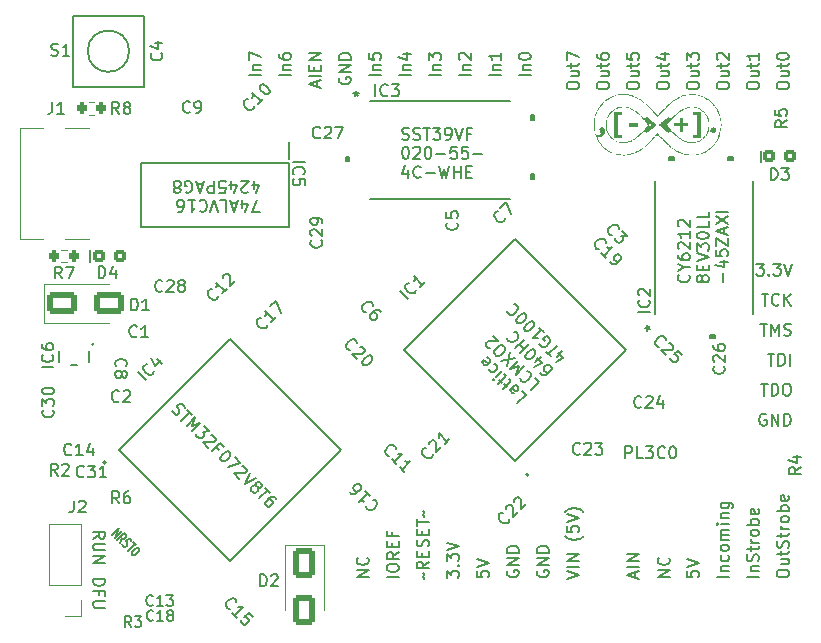
<source format=gbr>
%TF.GenerationSoftware,KiCad,Pcbnew,9.0.6*%
%TF.CreationDate,2026-02-22T20:48:50-08:00*%
%TF.ProjectId,BrainFuino,42726169-6e46-4756-996e-6f2e6b696361,rev?*%
%TF.SameCoordinates,Original*%
%TF.FileFunction,Legend,Top*%
%TF.FilePolarity,Positive*%
%FSLAX46Y46*%
G04 Gerber Fmt 4.6, Leading zero omitted, Abs format (unit mm)*
G04 Created by KiCad (PCBNEW 9.0.6) date 2026-02-22 20:48:50*
%MOMM*%
%LPD*%
G01*
G04 APERTURE LIST*
G04 Aperture macros list*
%AMRoundRect*
0 Rectangle with rounded corners*
0 $1 Rounding radius*
0 $2 $3 $4 $5 $6 $7 $8 $9 X,Y pos of 4 corners*
0 Add a 4 corners polygon primitive as box body*
4,1,4,$2,$3,$4,$5,$6,$7,$8,$9,$2,$3,0*
0 Add four circle primitives for the rounded corners*
1,1,$1+$1,$2,$3*
1,1,$1+$1,$4,$5*
1,1,$1+$1,$6,$7*
1,1,$1+$1,$8,$9*
0 Add four rect primitives between the rounded corners*
20,1,$1+$1,$2,$3,$4,$5,0*
20,1,$1+$1,$4,$5,$6,$7,0*
20,1,$1+$1,$6,$7,$8,$9,0*
20,1,$1+$1,$8,$9,$2,$3,0*%
%AMRotRect*
0 Rectangle, with rotation*
0 The origin of the aperture is its center*
0 $1 length*
0 $2 width*
0 $3 Rotation angle, in degrees counterclockwise*
0 Add horizontal line*
21,1,$1,$2,0,0,$3*%
G04 Aperture macros list end*
%ADD10C,0.160000*%
%ADD11C,0.150000*%
%ADD12C,0.120000*%
%ADD13C,0.143500*%
%ADD14C,0.000000*%
%ADD15R,1.000000X1.100000*%
%ADD16R,1.100000X1.000000*%
%ADD17R,0.228600X1.422400*%
%ADD18RoundRect,0.150000X0.350000X-0.350000X0.350000X0.350000X-0.350000X0.350000X-0.350000X-0.350000X0*%
%ADD19R,1.422400X0.228600*%
%ADD20RotRect,1.100000X1.000000X135.000000*%
%ADD21C,0.650000*%
%ADD22R,1.450000X0.600000*%
%ADD23R,1.450000X0.300000*%
%ADD24O,2.100000X1.000000*%
%ADD25O,1.600000X1.000000*%
%ADD26RotRect,1.100000X1.000000X45.000000*%
%ADD27RoundRect,0.250000X-1.000000X-0.650000X1.000000X-0.650000X1.000000X0.650000X-1.000000X0.650000X0*%
%ADD28R,0.550000X1.200000*%
%ADD29RotRect,1.100000X1.000000X225.000000*%
%ADD30RotRect,1.100000X1.000000X315.000000*%
%ADD31R,1.700000X1.700000*%
%ADD32C,1.700000*%
%ADD33RoundRect,0.200000X0.200000X0.275000X-0.200000X0.275000X-0.200000X-0.275000X0.200000X-0.275000X0*%
%ADD34R,0.300000X1.450000*%
%ADD35RoundRect,0.250000X-0.650000X1.000000X-0.650000X-1.000000X0.650000X-1.000000X0.650000X1.000000X0*%
%ADD36R,1.550000X1.300000*%
%ADD37RotRect,1.475000X0.300000X135.000000*%
%ADD38RotRect,1.475000X0.300000X225.000000*%
%ADD39C,1.879600*%
%ADD40C,3.175000*%
%ADD41C,1.930400*%
%ADD42RotRect,1.475000X0.300000X45.000000*%
G04 APERTURE END LIST*
D10*
X169554172Y-101585213D02*
X169601792Y-101632832D01*
X169601792Y-101632832D02*
X169649411Y-101775689D01*
X169649411Y-101775689D02*
X169649411Y-101870927D01*
X169649411Y-101870927D02*
X169601792Y-102013784D01*
X169601792Y-102013784D02*
X169506553Y-102109022D01*
X169506553Y-102109022D02*
X169411315Y-102156641D01*
X169411315Y-102156641D02*
X169220839Y-102204260D01*
X169220839Y-102204260D02*
X169077982Y-102204260D01*
X169077982Y-102204260D02*
X168887506Y-102156641D01*
X168887506Y-102156641D02*
X168792268Y-102109022D01*
X168792268Y-102109022D02*
X168697030Y-102013784D01*
X168697030Y-102013784D02*
X168649411Y-101870927D01*
X168649411Y-101870927D02*
X168649411Y-101775689D01*
X168649411Y-101775689D02*
X168697030Y-101632832D01*
X168697030Y-101632832D02*
X168744649Y-101585213D01*
X169173220Y-100966165D02*
X169649411Y-100966165D01*
X168649411Y-101299498D02*
X169173220Y-100966165D01*
X169173220Y-100966165D02*
X168649411Y-100632832D01*
X168649411Y-99870927D02*
X168649411Y-100061403D01*
X168649411Y-100061403D02*
X168697030Y-100156641D01*
X168697030Y-100156641D02*
X168744649Y-100204260D01*
X168744649Y-100204260D02*
X168887506Y-100299498D01*
X168887506Y-100299498D02*
X169077982Y-100347117D01*
X169077982Y-100347117D02*
X169458934Y-100347117D01*
X169458934Y-100347117D02*
X169554172Y-100299498D01*
X169554172Y-100299498D02*
X169601792Y-100251879D01*
X169601792Y-100251879D02*
X169649411Y-100156641D01*
X169649411Y-100156641D02*
X169649411Y-99966165D01*
X169649411Y-99966165D02*
X169601792Y-99870927D01*
X169601792Y-99870927D02*
X169554172Y-99823308D01*
X169554172Y-99823308D02*
X169458934Y-99775689D01*
X169458934Y-99775689D02*
X169220839Y-99775689D01*
X169220839Y-99775689D02*
X169125601Y-99823308D01*
X169125601Y-99823308D02*
X169077982Y-99870927D01*
X169077982Y-99870927D02*
X169030363Y-99966165D01*
X169030363Y-99966165D02*
X169030363Y-100156641D01*
X169030363Y-100156641D02*
X169077982Y-100251879D01*
X169077982Y-100251879D02*
X169125601Y-100299498D01*
X169125601Y-100299498D02*
X169220839Y-100347117D01*
X168744649Y-99394736D02*
X168697030Y-99347117D01*
X168697030Y-99347117D02*
X168649411Y-99251879D01*
X168649411Y-99251879D02*
X168649411Y-99013784D01*
X168649411Y-99013784D02*
X168697030Y-98918546D01*
X168697030Y-98918546D02*
X168744649Y-98870927D01*
X168744649Y-98870927D02*
X168839887Y-98823308D01*
X168839887Y-98823308D02*
X168935125Y-98823308D01*
X168935125Y-98823308D02*
X169077982Y-98870927D01*
X169077982Y-98870927D02*
X169649411Y-99442355D01*
X169649411Y-99442355D02*
X169649411Y-98823308D01*
X169649411Y-97870927D02*
X169649411Y-98442355D01*
X169649411Y-98156641D02*
X168649411Y-98156641D01*
X168649411Y-98156641D02*
X168792268Y-98251879D01*
X168792268Y-98251879D02*
X168887506Y-98347117D01*
X168887506Y-98347117D02*
X168935125Y-98442355D01*
X168744649Y-97489974D02*
X168697030Y-97442355D01*
X168697030Y-97442355D02*
X168649411Y-97347117D01*
X168649411Y-97347117D02*
X168649411Y-97109022D01*
X168649411Y-97109022D02*
X168697030Y-97013784D01*
X168697030Y-97013784D02*
X168744649Y-96966165D01*
X168744649Y-96966165D02*
X168839887Y-96918546D01*
X168839887Y-96918546D02*
X168935125Y-96918546D01*
X168935125Y-96918546D02*
X169077982Y-96966165D01*
X169077982Y-96966165D02*
X169649411Y-97537593D01*
X169649411Y-97537593D02*
X169649411Y-96918546D01*
X170687926Y-102013784D02*
X170640307Y-102109022D01*
X170640307Y-102109022D02*
X170592688Y-102156641D01*
X170592688Y-102156641D02*
X170497450Y-102204260D01*
X170497450Y-102204260D02*
X170449831Y-102204260D01*
X170449831Y-102204260D02*
X170354593Y-102156641D01*
X170354593Y-102156641D02*
X170306974Y-102109022D01*
X170306974Y-102109022D02*
X170259355Y-102013784D01*
X170259355Y-102013784D02*
X170259355Y-101823308D01*
X170259355Y-101823308D02*
X170306974Y-101728070D01*
X170306974Y-101728070D02*
X170354593Y-101680451D01*
X170354593Y-101680451D02*
X170449831Y-101632832D01*
X170449831Y-101632832D02*
X170497450Y-101632832D01*
X170497450Y-101632832D02*
X170592688Y-101680451D01*
X170592688Y-101680451D02*
X170640307Y-101728070D01*
X170640307Y-101728070D02*
X170687926Y-101823308D01*
X170687926Y-101823308D02*
X170687926Y-102013784D01*
X170687926Y-102013784D02*
X170735545Y-102109022D01*
X170735545Y-102109022D02*
X170783164Y-102156641D01*
X170783164Y-102156641D02*
X170878402Y-102204260D01*
X170878402Y-102204260D02*
X171068878Y-102204260D01*
X171068878Y-102204260D02*
X171164116Y-102156641D01*
X171164116Y-102156641D02*
X171211736Y-102109022D01*
X171211736Y-102109022D02*
X171259355Y-102013784D01*
X171259355Y-102013784D02*
X171259355Y-101823308D01*
X171259355Y-101823308D02*
X171211736Y-101728070D01*
X171211736Y-101728070D02*
X171164116Y-101680451D01*
X171164116Y-101680451D02*
X171068878Y-101632832D01*
X171068878Y-101632832D02*
X170878402Y-101632832D01*
X170878402Y-101632832D02*
X170783164Y-101680451D01*
X170783164Y-101680451D02*
X170735545Y-101728070D01*
X170735545Y-101728070D02*
X170687926Y-101823308D01*
X170735545Y-101204260D02*
X170735545Y-100870927D01*
X171259355Y-100728070D02*
X171259355Y-101204260D01*
X171259355Y-101204260D02*
X170259355Y-101204260D01*
X170259355Y-101204260D02*
X170259355Y-100728070D01*
X170259355Y-100442355D02*
X171259355Y-100109022D01*
X171259355Y-100109022D02*
X170259355Y-99775689D01*
X170259355Y-99537593D02*
X170259355Y-98918546D01*
X170259355Y-98918546D02*
X170640307Y-99251879D01*
X170640307Y-99251879D02*
X170640307Y-99109022D01*
X170640307Y-99109022D02*
X170687926Y-99013784D01*
X170687926Y-99013784D02*
X170735545Y-98966165D01*
X170735545Y-98966165D02*
X170830783Y-98918546D01*
X170830783Y-98918546D02*
X171068878Y-98918546D01*
X171068878Y-98918546D02*
X171164116Y-98966165D01*
X171164116Y-98966165D02*
X171211736Y-99013784D01*
X171211736Y-99013784D02*
X171259355Y-99109022D01*
X171259355Y-99109022D02*
X171259355Y-99394736D01*
X171259355Y-99394736D02*
X171211736Y-99489974D01*
X171211736Y-99489974D02*
X171164116Y-99537593D01*
X170259355Y-98299498D02*
X170259355Y-98204260D01*
X170259355Y-98204260D02*
X170306974Y-98109022D01*
X170306974Y-98109022D02*
X170354593Y-98061403D01*
X170354593Y-98061403D02*
X170449831Y-98013784D01*
X170449831Y-98013784D02*
X170640307Y-97966165D01*
X170640307Y-97966165D02*
X170878402Y-97966165D01*
X170878402Y-97966165D02*
X171068878Y-98013784D01*
X171068878Y-98013784D02*
X171164116Y-98061403D01*
X171164116Y-98061403D02*
X171211736Y-98109022D01*
X171211736Y-98109022D02*
X171259355Y-98204260D01*
X171259355Y-98204260D02*
X171259355Y-98299498D01*
X171259355Y-98299498D02*
X171211736Y-98394736D01*
X171211736Y-98394736D02*
X171164116Y-98442355D01*
X171164116Y-98442355D02*
X171068878Y-98489974D01*
X171068878Y-98489974D02*
X170878402Y-98537593D01*
X170878402Y-98537593D02*
X170640307Y-98537593D01*
X170640307Y-98537593D02*
X170449831Y-98489974D01*
X170449831Y-98489974D02*
X170354593Y-98442355D01*
X170354593Y-98442355D02*
X170306974Y-98394736D01*
X170306974Y-98394736D02*
X170259355Y-98299498D01*
X171259355Y-97061403D02*
X171259355Y-97537593D01*
X171259355Y-97537593D02*
X170259355Y-97537593D01*
X171259355Y-96251879D02*
X171259355Y-96728069D01*
X171259355Y-96728069D02*
X170259355Y-96728069D01*
X172488346Y-102156641D02*
X172488346Y-101394737D01*
X172202632Y-100489975D02*
X172869299Y-100489975D01*
X171821680Y-100728070D02*
X172535965Y-100966165D01*
X172535965Y-100966165D02*
X172535965Y-100347118D01*
X171869299Y-99489975D02*
X171869299Y-99966165D01*
X171869299Y-99966165D02*
X172345489Y-100013784D01*
X172345489Y-100013784D02*
X172297870Y-99966165D01*
X172297870Y-99966165D02*
X172250251Y-99870927D01*
X172250251Y-99870927D02*
X172250251Y-99632832D01*
X172250251Y-99632832D02*
X172297870Y-99537594D01*
X172297870Y-99537594D02*
X172345489Y-99489975D01*
X172345489Y-99489975D02*
X172440727Y-99442356D01*
X172440727Y-99442356D02*
X172678822Y-99442356D01*
X172678822Y-99442356D02*
X172774060Y-99489975D01*
X172774060Y-99489975D02*
X172821680Y-99537594D01*
X172821680Y-99537594D02*
X172869299Y-99632832D01*
X172869299Y-99632832D02*
X172869299Y-99870927D01*
X172869299Y-99870927D02*
X172821680Y-99966165D01*
X172821680Y-99966165D02*
X172774060Y-100013784D01*
X171869299Y-99109022D02*
X171869299Y-98442356D01*
X171869299Y-98442356D02*
X172869299Y-99109022D01*
X172869299Y-99109022D02*
X172869299Y-98442356D01*
X172583584Y-98109022D02*
X172583584Y-97632832D01*
X172869299Y-98204260D02*
X171869299Y-97870927D01*
X171869299Y-97870927D02*
X172869299Y-97537594D01*
X171869299Y-97299498D02*
X172869299Y-96632832D01*
X171869299Y-96632832D02*
X172869299Y-97299498D01*
X172869299Y-96251879D02*
X171869299Y-96251879D01*
X125835210Y-113083027D02*
X125902553Y-113217714D01*
X125902553Y-113217714D02*
X126070912Y-113386073D01*
X126070912Y-113386073D02*
X126171927Y-113419745D01*
X126171927Y-113419745D02*
X126239271Y-113419745D01*
X126239271Y-113419745D02*
X126340286Y-113386073D01*
X126340286Y-113386073D02*
X126407630Y-113318730D01*
X126407630Y-113318730D02*
X126441301Y-113217714D01*
X126441301Y-113217714D02*
X126441301Y-113150371D01*
X126441301Y-113150371D02*
X126407630Y-113049356D01*
X126407630Y-113049356D02*
X126306614Y-112880997D01*
X126306614Y-112880997D02*
X126272943Y-112779982D01*
X126272943Y-112779982D02*
X126272943Y-112712638D01*
X126272943Y-112712638D02*
X126306614Y-112611623D01*
X126306614Y-112611623D02*
X126373958Y-112544279D01*
X126373958Y-112544279D02*
X126474973Y-112510608D01*
X126474973Y-112510608D02*
X126542317Y-112510608D01*
X126542317Y-112510608D02*
X126643332Y-112544279D01*
X126643332Y-112544279D02*
X126811691Y-112712638D01*
X126811691Y-112712638D02*
X126879034Y-112847325D01*
X127114737Y-113015684D02*
X127518798Y-113419745D01*
X126609660Y-113924821D02*
X127316767Y-113217714D01*
X127047393Y-114362554D02*
X127754500Y-113655447D01*
X127754500Y-113655447D02*
X127485126Y-114396226D01*
X127485126Y-114396226D02*
X128225905Y-114126852D01*
X128225905Y-114126852D02*
X127518798Y-114833959D01*
X128495278Y-114396226D02*
X128933011Y-114833959D01*
X128933011Y-114833959D02*
X128427935Y-114867630D01*
X128427935Y-114867630D02*
X128528950Y-114968646D01*
X128528950Y-114968646D02*
X128562622Y-115069661D01*
X128562622Y-115069661D02*
X128562622Y-115137004D01*
X128562622Y-115137004D02*
X128528950Y-115238020D01*
X128528950Y-115238020D02*
X128360591Y-115406378D01*
X128360591Y-115406378D02*
X128259576Y-115440050D01*
X128259576Y-115440050D02*
X128192233Y-115440050D01*
X128192233Y-115440050D02*
X128091217Y-115406378D01*
X128091217Y-115406378D02*
X127889187Y-115204348D01*
X127889187Y-115204348D02*
X127855515Y-115103333D01*
X127855515Y-115103333D02*
X127855515Y-115035989D01*
X129135042Y-115170676D02*
X129202385Y-115170676D01*
X129202385Y-115170676D02*
X129303401Y-115204348D01*
X129303401Y-115204348D02*
X129471759Y-115372707D01*
X129471759Y-115372707D02*
X129505431Y-115473722D01*
X129505431Y-115473722D02*
X129505431Y-115541065D01*
X129505431Y-115541065D02*
X129471759Y-115642081D01*
X129471759Y-115642081D02*
X129404416Y-115709424D01*
X129404416Y-115709424D02*
X129269729Y-115776768D01*
X129269729Y-115776768D02*
X128461607Y-115776768D01*
X128461607Y-115776768D02*
X128899339Y-116214500D01*
X129808477Y-116382859D02*
X129572775Y-116147157D01*
X129202385Y-116517546D02*
X129909492Y-115810439D01*
X129909492Y-115810439D02*
X130246210Y-116147157D01*
X130650271Y-116551218D02*
X130717614Y-116618562D01*
X130717614Y-116618562D02*
X130751286Y-116719577D01*
X130751286Y-116719577D02*
X130751286Y-116786920D01*
X130751286Y-116786920D02*
X130717614Y-116887936D01*
X130717614Y-116887936D02*
X130616599Y-117056294D01*
X130616599Y-117056294D02*
X130448240Y-117224653D01*
X130448240Y-117224653D02*
X130279881Y-117325668D01*
X130279881Y-117325668D02*
X130178866Y-117359340D01*
X130178866Y-117359340D02*
X130111523Y-117359340D01*
X130111523Y-117359340D02*
X130010507Y-117325668D01*
X130010507Y-117325668D02*
X129943164Y-117258325D01*
X129943164Y-117258325D02*
X129909492Y-117157310D01*
X129909492Y-117157310D02*
X129909492Y-117089966D01*
X129909492Y-117089966D02*
X129943164Y-116988951D01*
X129943164Y-116988951D02*
X130044179Y-116820592D01*
X130044179Y-116820592D02*
X130212538Y-116652233D01*
X130212538Y-116652233D02*
X130380897Y-116551218D01*
X130380897Y-116551218D02*
X130481912Y-116517546D01*
X130481912Y-116517546D02*
X130549255Y-116517546D01*
X130549255Y-116517546D02*
X130650271Y-116551218D01*
X131121675Y-117022623D02*
X131593080Y-117494027D01*
X131593080Y-117494027D02*
X130582927Y-117898088D01*
X131761439Y-117797073D02*
X131828782Y-117797073D01*
X131828782Y-117797073D02*
X131929797Y-117830745D01*
X131929797Y-117830745D02*
X132098156Y-117999103D01*
X132098156Y-117999103D02*
X132131828Y-118100119D01*
X132131828Y-118100119D02*
X132131828Y-118167462D01*
X132131828Y-118167462D02*
X132098156Y-118268477D01*
X132098156Y-118268477D02*
X132030813Y-118335821D01*
X132030813Y-118335821D02*
X131896126Y-118403164D01*
X131896126Y-118403164D02*
X131088004Y-118403164D01*
X131088004Y-118403164D02*
X131525736Y-118840897D01*
X132434874Y-118335821D02*
X131963469Y-119278630D01*
X131963469Y-119278630D02*
X132906278Y-118807226D01*
X132939950Y-119446989D02*
X132906278Y-119345974D01*
X132906278Y-119345974D02*
X132906278Y-119278630D01*
X132906278Y-119278630D02*
X132939950Y-119177615D01*
X132939950Y-119177615D02*
X132973622Y-119143943D01*
X132973622Y-119143943D02*
X133074637Y-119110271D01*
X133074637Y-119110271D02*
X133141981Y-119110271D01*
X133141981Y-119110271D02*
X133242996Y-119143943D01*
X133242996Y-119143943D02*
X133377683Y-119278630D01*
X133377683Y-119278630D02*
X133411355Y-119379645D01*
X133411355Y-119379645D02*
X133411355Y-119446989D01*
X133411355Y-119446989D02*
X133377683Y-119548004D01*
X133377683Y-119548004D02*
X133344011Y-119581676D01*
X133344011Y-119581676D02*
X133242996Y-119615348D01*
X133242996Y-119615348D02*
X133175652Y-119615348D01*
X133175652Y-119615348D02*
X133074637Y-119581676D01*
X133074637Y-119581676D02*
X132939950Y-119446989D01*
X132939950Y-119446989D02*
X132838935Y-119413317D01*
X132838935Y-119413317D02*
X132771591Y-119413317D01*
X132771591Y-119413317D02*
X132670576Y-119446989D01*
X132670576Y-119446989D02*
X132535889Y-119581676D01*
X132535889Y-119581676D02*
X132502217Y-119682691D01*
X132502217Y-119682691D02*
X132502217Y-119750035D01*
X132502217Y-119750035D02*
X132535889Y-119851050D01*
X132535889Y-119851050D02*
X132670576Y-119985737D01*
X132670576Y-119985737D02*
X132771591Y-120019409D01*
X132771591Y-120019409D02*
X132838935Y-120019409D01*
X132838935Y-120019409D02*
X132939950Y-119985737D01*
X132939950Y-119985737D02*
X133074637Y-119851050D01*
X133074637Y-119851050D02*
X133108309Y-119750035D01*
X133108309Y-119750035D02*
X133108309Y-119682691D01*
X133108309Y-119682691D02*
X133074637Y-119581676D01*
X133714400Y-119615348D02*
X134118461Y-120019409D01*
X133209324Y-120524485D02*
X133916431Y-119817378D01*
X134657210Y-120558157D02*
X134522523Y-120423470D01*
X134522523Y-120423470D02*
X134421507Y-120389798D01*
X134421507Y-120389798D02*
X134354164Y-120389798D01*
X134354164Y-120389798D02*
X134185805Y-120423470D01*
X134185805Y-120423470D02*
X134017446Y-120524485D01*
X134017446Y-120524485D02*
X133748072Y-120793859D01*
X133748072Y-120793859D02*
X133714400Y-120894874D01*
X133714400Y-120894874D02*
X133714400Y-120962218D01*
X133714400Y-120962218D02*
X133748072Y-121063233D01*
X133748072Y-121063233D02*
X133882759Y-121197920D01*
X133882759Y-121197920D02*
X133983775Y-121231592D01*
X133983775Y-121231592D02*
X134051118Y-121231592D01*
X134051118Y-121231592D02*
X134152133Y-121197920D01*
X134152133Y-121197920D02*
X134320492Y-121029561D01*
X134320492Y-121029561D02*
X134354164Y-120928546D01*
X134354164Y-120928546D02*
X134354164Y-120861203D01*
X134354164Y-120861203D02*
X134320492Y-120760187D01*
X134320492Y-120760187D02*
X134185805Y-120625500D01*
X134185805Y-120625500D02*
X134084790Y-120591829D01*
X134084790Y-120591829D02*
X134017446Y-120591829D01*
X134017446Y-120591829D02*
X133916431Y-120625500D01*
X142454299Y-127156641D02*
X141454299Y-127156641D01*
X141454299Y-127156641D02*
X142454299Y-126585213D01*
X142454299Y-126585213D02*
X141454299Y-126585213D01*
X142359060Y-125537594D02*
X142406680Y-125585213D01*
X142406680Y-125585213D02*
X142454299Y-125728070D01*
X142454299Y-125728070D02*
X142454299Y-125823308D01*
X142454299Y-125823308D02*
X142406680Y-125966165D01*
X142406680Y-125966165D02*
X142311441Y-126061403D01*
X142311441Y-126061403D02*
X142216203Y-126109022D01*
X142216203Y-126109022D02*
X142025727Y-126156641D01*
X142025727Y-126156641D02*
X141882870Y-126156641D01*
X141882870Y-126156641D02*
X141692394Y-126109022D01*
X141692394Y-126109022D02*
X141597156Y-126061403D01*
X141597156Y-126061403D02*
X141501918Y-125966165D01*
X141501918Y-125966165D02*
X141454299Y-125823308D01*
X141454299Y-125823308D02*
X141454299Y-125728070D01*
X141454299Y-125728070D02*
X141501918Y-125585213D01*
X141501918Y-125585213D02*
X141549537Y-125537594D01*
X155412865Y-111428118D02*
X155749582Y-111764835D01*
X155749582Y-111764835D02*
X155042475Y-112471942D01*
X154874116Y-110889369D02*
X154503727Y-111259759D01*
X154503727Y-111259759D02*
X154470055Y-111360774D01*
X154470055Y-111360774D02*
X154503727Y-111461789D01*
X154503727Y-111461789D02*
X154638414Y-111596476D01*
X154638414Y-111596476D02*
X154739429Y-111630148D01*
X154840445Y-110923041D02*
X154941460Y-110956713D01*
X154941460Y-110956713D02*
X155109819Y-111125072D01*
X155109819Y-111125072D02*
X155143490Y-111226087D01*
X155143490Y-111226087D02*
X155109819Y-111327102D01*
X155109819Y-111327102D02*
X155042475Y-111394446D01*
X155042475Y-111394446D02*
X154941460Y-111428117D01*
X154941460Y-111428117D02*
X154840445Y-111394446D01*
X154840445Y-111394446D02*
X154672086Y-111226087D01*
X154672086Y-111226087D02*
X154571071Y-111192415D01*
X154167010Y-111125072D02*
X153897635Y-110855698D01*
X153830292Y-111259759D02*
X154436384Y-110653667D01*
X154436384Y-110653667D02*
X154470055Y-110552652D01*
X154470055Y-110552652D02*
X154436384Y-110451637D01*
X154436384Y-110451637D02*
X154369040Y-110384293D01*
X153762948Y-110721010D02*
X153493574Y-110451636D01*
X153426231Y-110855697D02*
X154032322Y-110249606D01*
X154032322Y-110249606D02*
X154065994Y-110148591D01*
X154065994Y-110148591D02*
X154032322Y-110047575D01*
X154032322Y-110047575D02*
X153964979Y-109980232D01*
X153729276Y-109744529D02*
X153257872Y-110215934D01*
X153022169Y-110451636D02*
X153089513Y-110451636D01*
X153089513Y-110451636D02*
X153089513Y-110384292D01*
X153089513Y-110384292D02*
X153022169Y-110384292D01*
X153022169Y-110384292D02*
X153022169Y-110451636D01*
X153022169Y-110451636D02*
X153089513Y-110384292D01*
X153055841Y-109138438D02*
X153156857Y-109172110D01*
X153156857Y-109172110D02*
X153291544Y-109306797D01*
X153291544Y-109306797D02*
X153325215Y-109407812D01*
X153325215Y-109407812D02*
X153325215Y-109475156D01*
X153325215Y-109475156D02*
X153291544Y-109576171D01*
X153291544Y-109576171D02*
X153089513Y-109778201D01*
X153089513Y-109778201D02*
X152988498Y-109811873D01*
X152988498Y-109811873D02*
X152921154Y-109811873D01*
X152921154Y-109811873D02*
X152820139Y-109778201D01*
X152820139Y-109778201D02*
X152685452Y-109643514D01*
X152685452Y-109643514D02*
X152651780Y-109542499D01*
X152483422Y-108566018D02*
X152584437Y-108599690D01*
X152584437Y-108599690D02*
X152719124Y-108734377D01*
X152719124Y-108734377D02*
X152752796Y-108835392D01*
X152752796Y-108835392D02*
X152719124Y-108936407D01*
X152719124Y-108936407D02*
X152449750Y-109205781D01*
X152449750Y-109205781D02*
X152348735Y-109239453D01*
X152348735Y-109239453D02*
X152247719Y-109205781D01*
X152247719Y-109205781D02*
X152113032Y-109071094D01*
X152113032Y-109071094D02*
X152079361Y-108970079D01*
X152079361Y-108970079D02*
X152113032Y-108869064D01*
X152113032Y-108869064D02*
X152180376Y-108801720D01*
X152180376Y-108801720D02*
X152584437Y-109071094D01*
X156551267Y-110289716D02*
X156887984Y-110626433D01*
X156887984Y-110626433D02*
X156180877Y-111333540D01*
X155844160Y-109717296D02*
X155911503Y-109717296D01*
X155911503Y-109717296D02*
X156046190Y-109784639D01*
X156046190Y-109784639D02*
X156113534Y-109851983D01*
X156113534Y-109851983D02*
X156180877Y-109986670D01*
X156180877Y-109986670D02*
X156180877Y-110121357D01*
X156180877Y-110121357D02*
X156147205Y-110222372D01*
X156147205Y-110222372D02*
X156046190Y-110390731D01*
X156046190Y-110390731D02*
X155945175Y-110491746D01*
X155945175Y-110491746D02*
X155776816Y-110592761D01*
X155776816Y-110592761D02*
X155675801Y-110626433D01*
X155675801Y-110626433D02*
X155541114Y-110626433D01*
X155541114Y-110626433D02*
X155406427Y-110559089D01*
X155406427Y-110559089D02*
X155339083Y-110491746D01*
X155339083Y-110491746D02*
X155271740Y-110357059D01*
X155271740Y-110357059D02*
X155271740Y-110289715D01*
X155608457Y-109346906D02*
X154901351Y-110054013D01*
X154901351Y-110054013D02*
X155170725Y-109313235D01*
X155170725Y-109313235D02*
X154429946Y-109582609D01*
X154429946Y-109582609D02*
X155137053Y-108875502D01*
X154160572Y-109313235D02*
X154396274Y-108134723D01*
X153689168Y-108841830D02*
X154867679Y-108606128D01*
X153285107Y-108437769D02*
X153150420Y-108303082D01*
X153150420Y-108303082D02*
X153116748Y-108202067D01*
X153116748Y-108202067D02*
X153116748Y-108067380D01*
X153116748Y-108067380D02*
X153217763Y-107899021D01*
X153217763Y-107899021D02*
X153453465Y-107663319D01*
X153453465Y-107663319D02*
X153621824Y-107562304D01*
X153621824Y-107562304D02*
X153756511Y-107562304D01*
X153756511Y-107562304D02*
X153857526Y-107595975D01*
X153857526Y-107595975D02*
X153992213Y-107730662D01*
X153992213Y-107730662D02*
X154025885Y-107831678D01*
X154025885Y-107831678D02*
X154025885Y-107966365D01*
X154025885Y-107966365D02*
X153924870Y-108134723D01*
X153924870Y-108134723D02*
X153689168Y-108370426D01*
X153689168Y-108370426D02*
X153520809Y-108471441D01*
X153520809Y-108471441D02*
X153386122Y-108471441D01*
X153386122Y-108471441D02*
X153285107Y-108437769D01*
X152780030Y-107798006D02*
X152712687Y-107798006D01*
X152712687Y-107798006D02*
X152611672Y-107764334D01*
X152611672Y-107764334D02*
X152443313Y-107595975D01*
X152443313Y-107595975D02*
X152409641Y-107494960D01*
X152409641Y-107494960D02*
X152409641Y-107427617D01*
X152409641Y-107427617D02*
X152443313Y-107326601D01*
X152443313Y-107326601D02*
X152510656Y-107259258D01*
X152510656Y-107259258D02*
X152645343Y-107191914D01*
X152645343Y-107191914D02*
X153453465Y-107191914D01*
X153453465Y-107191914D02*
X153015733Y-106754182D01*
X157016233Y-109892092D02*
X157150920Y-110026779D01*
X157150920Y-110026779D02*
X157251936Y-110060451D01*
X157251936Y-110060451D02*
X157319279Y-110060451D01*
X157319279Y-110060451D02*
X157487638Y-110026779D01*
X157487638Y-110026779D02*
X157655997Y-109925764D01*
X157655997Y-109925764D02*
X157925371Y-109656390D01*
X157925371Y-109656390D02*
X157959043Y-109555375D01*
X157959043Y-109555375D02*
X157959043Y-109488031D01*
X157959043Y-109488031D02*
X157925371Y-109387016D01*
X157925371Y-109387016D02*
X157790684Y-109252329D01*
X157790684Y-109252329D02*
X157689669Y-109218657D01*
X157689669Y-109218657D02*
X157622325Y-109218657D01*
X157622325Y-109218657D02*
X157521310Y-109252329D01*
X157521310Y-109252329D02*
X157352951Y-109420688D01*
X157352951Y-109420688D02*
X157319279Y-109521703D01*
X157319279Y-109521703D02*
X157319279Y-109589046D01*
X157319279Y-109589046D02*
X157352951Y-109690062D01*
X157352951Y-109690062D02*
X157487638Y-109824749D01*
X157487638Y-109824749D02*
X157588653Y-109858420D01*
X157588653Y-109858420D02*
X157655997Y-109858420D01*
X157655997Y-109858420D02*
X157757012Y-109824749D01*
X156578501Y-108982955D02*
X157049905Y-108511550D01*
X156477485Y-109420688D02*
X157150920Y-109083970D01*
X157150920Y-109083970D02*
X156713188Y-108646237D01*
X155837722Y-108713581D02*
X155770379Y-108646237D01*
X155770379Y-108646237D02*
X155736707Y-108545222D01*
X155736707Y-108545222D02*
X155736707Y-108477878D01*
X155736707Y-108477878D02*
X155770379Y-108376863D01*
X155770379Y-108376863D02*
X155871394Y-108208504D01*
X155871394Y-108208504D02*
X156039753Y-108040146D01*
X156039753Y-108040146D02*
X156208111Y-107939130D01*
X156208111Y-107939130D02*
X156309127Y-107905459D01*
X156309127Y-107905459D02*
X156376470Y-107905459D01*
X156376470Y-107905459D02*
X156477485Y-107939130D01*
X156477485Y-107939130D02*
X156544829Y-108006474D01*
X156544829Y-108006474D02*
X156578501Y-108107489D01*
X156578501Y-108107489D02*
X156578501Y-108174833D01*
X156578501Y-108174833D02*
X156544829Y-108275848D01*
X156544829Y-108275848D02*
X156443814Y-108444207D01*
X156443814Y-108444207D02*
X156275455Y-108612565D01*
X156275455Y-108612565D02*
X156107096Y-108713581D01*
X156107096Y-108713581D02*
X156006081Y-108747252D01*
X156006081Y-108747252D02*
X155938737Y-108747252D01*
X155938737Y-108747252D02*
X155837722Y-108713581D01*
X156006081Y-107467726D02*
X155298974Y-108174833D01*
X155635692Y-107838115D02*
X155231631Y-107434054D01*
X155602020Y-107063665D02*
X154894913Y-107770772D01*
X154793898Y-106390230D02*
X154861241Y-106390230D01*
X154861241Y-106390230D02*
X154995928Y-106457573D01*
X154995928Y-106457573D02*
X155063272Y-106524917D01*
X155063272Y-106524917D02*
X155130615Y-106659604D01*
X155130615Y-106659604D02*
X155130615Y-106794291D01*
X155130615Y-106794291D02*
X155096944Y-106895306D01*
X155096944Y-106895306D02*
X154995928Y-107063665D01*
X154995928Y-107063665D02*
X154894913Y-107164680D01*
X154894913Y-107164680D02*
X154726554Y-107265695D01*
X154726554Y-107265695D02*
X154625539Y-107299367D01*
X154625539Y-107299367D02*
X154490852Y-107299367D01*
X154490852Y-107299367D02*
X154356165Y-107232024D01*
X154356165Y-107232024D02*
X154288822Y-107164680D01*
X154288822Y-107164680D02*
X154221478Y-107029993D01*
X154221478Y-107029993D02*
X154221478Y-106962650D01*
X158390338Y-108517988D02*
X158861742Y-108046583D01*
X158289322Y-108955721D02*
X158962758Y-108619003D01*
X158962758Y-108619003D02*
X158525025Y-108181270D01*
X157885261Y-108484316D02*
X157481200Y-108080255D01*
X158390338Y-107575179D02*
X157683231Y-108282286D01*
X156908780Y-107440492D02*
X156942452Y-107541507D01*
X156942452Y-107541507D02*
X157043467Y-107642522D01*
X157043467Y-107642522D02*
X157178154Y-107709866D01*
X157178154Y-107709866D02*
X157312841Y-107709866D01*
X157312841Y-107709866D02*
X157413857Y-107676194D01*
X157413857Y-107676194D02*
X157582216Y-107575179D01*
X157582216Y-107575179D02*
X157683231Y-107474163D01*
X157683231Y-107474163D02*
X157784246Y-107305805D01*
X157784246Y-107305805D02*
X157817918Y-107204789D01*
X157817918Y-107204789D02*
X157817918Y-107070102D01*
X157817918Y-107070102D02*
X157750574Y-106935415D01*
X157750574Y-106935415D02*
X157683231Y-106868072D01*
X157683231Y-106868072D02*
X157548544Y-106800728D01*
X157548544Y-106800728D02*
X157481200Y-106800728D01*
X157481200Y-106800728D02*
X157245498Y-107036431D01*
X157245498Y-107036431D02*
X157380185Y-107171118D01*
X156875109Y-106059950D02*
X157279170Y-106464011D01*
X157077139Y-106261980D02*
X156370032Y-106969087D01*
X156370032Y-106969087D02*
X156538391Y-106935415D01*
X156538391Y-106935415D02*
X156673078Y-106935415D01*
X156673078Y-106935415D02*
X156774093Y-106969087D01*
X155730269Y-106329324D02*
X155662926Y-106261980D01*
X155662926Y-106261980D02*
X155629254Y-106160965D01*
X155629254Y-106160965D02*
X155629254Y-106093622D01*
X155629254Y-106093622D02*
X155662926Y-105992606D01*
X155662926Y-105992606D02*
X155763941Y-105824247D01*
X155763941Y-105824247D02*
X155932300Y-105655889D01*
X155932300Y-105655889D02*
X156100658Y-105554873D01*
X156100658Y-105554873D02*
X156201674Y-105521202D01*
X156201674Y-105521202D02*
X156269017Y-105521202D01*
X156269017Y-105521202D02*
X156370032Y-105554873D01*
X156370032Y-105554873D02*
X156437376Y-105622217D01*
X156437376Y-105622217D02*
X156471048Y-105723232D01*
X156471048Y-105723232D02*
X156471048Y-105790576D01*
X156471048Y-105790576D02*
X156437376Y-105891591D01*
X156437376Y-105891591D02*
X156336361Y-106059950D01*
X156336361Y-106059950D02*
X156168002Y-106228309D01*
X156168002Y-106228309D02*
X155999643Y-106329324D01*
X155999643Y-106329324D02*
X155898628Y-106362996D01*
X155898628Y-106362996D02*
X155831284Y-106362996D01*
X155831284Y-106362996D02*
X155730269Y-106329324D01*
X155056834Y-105655889D02*
X154989491Y-105588545D01*
X154989491Y-105588545D02*
X154955819Y-105487530D01*
X154955819Y-105487530D02*
X154955819Y-105420186D01*
X154955819Y-105420186D02*
X154989491Y-105319171D01*
X154989491Y-105319171D02*
X155090506Y-105150812D01*
X155090506Y-105150812D02*
X155258865Y-104982454D01*
X155258865Y-104982454D02*
X155427223Y-104881438D01*
X155427223Y-104881438D02*
X155528239Y-104847767D01*
X155528239Y-104847767D02*
X155595582Y-104847767D01*
X155595582Y-104847767D02*
X155696597Y-104881438D01*
X155696597Y-104881438D02*
X155763941Y-104948782D01*
X155763941Y-104948782D02*
X155797613Y-105049797D01*
X155797613Y-105049797D02*
X155797613Y-105117141D01*
X155797613Y-105117141D02*
X155763941Y-105218156D01*
X155763941Y-105218156D02*
X155662926Y-105386515D01*
X155662926Y-105386515D02*
X155494567Y-105554873D01*
X155494567Y-105554873D02*
X155326208Y-105655889D01*
X155326208Y-105655889D02*
X155225193Y-105689560D01*
X155225193Y-105689560D02*
X155157849Y-105689560D01*
X155157849Y-105689560D02*
X155056834Y-105655889D01*
X154753788Y-104073316D02*
X154821132Y-104073316D01*
X154821132Y-104073316D02*
X154955819Y-104140660D01*
X154955819Y-104140660D02*
X155023162Y-104208003D01*
X155023162Y-104208003D02*
X155090506Y-104342690D01*
X155090506Y-104342690D02*
X155090506Y-104477377D01*
X155090506Y-104477377D02*
X155056834Y-104578393D01*
X155056834Y-104578393D02*
X154955819Y-104746751D01*
X154955819Y-104746751D02*
X154854804Y-104847767D01*
X154854804Y-104847767D02*
X154686445Y-104948782D01*
X154686445Y-104948782D02*
X154585430Y-104982454D01*
X154585430Y-104982454D02*
X154450743Y-104982454D01*
X154450743Y-104982454D02*
X154316056Y-104915110D01*
X154316056Y-104915110D02*
X154248712Y-104847767D01*
X154248712Y-104847767D02*
X154181369Y-104713080D01*
X154181369Y-104713080D02*
X154181369Y-104645736D01*
X119130700Y-127343358D02*
X120130700Y-127343358D01*
X120130700Y-127343358D02*
X120130700Y-127581453D01*
X120130700Y-127581453D02*
X120083081Y-127724310D01*
X120083081Y-127724310D02*
X119987843Y-127819548D01*
X119987843Y-127819548D02*
X119892605Y-127867167D01*
X119892605Y-127867167D02*
X119702129Y-127914786D01*
X119702129Y-127914786D02*
X119559272Y-127914786D01*
X119559272Y-127914786D02*
X119368796Y-127867167D01*
X119368796Y-127867167D02*
X119273558Y-127819548D01*
X119273558Y-127819548D02*
X119178320Y-127724310D01*
X119178320Y-127724310D02*
X119130700Y-127581453D01*
X119130700Y-127581453D02*
X119130700Y-127343358D01*
X119654510Y-128676691D02*
X119654510Y-128343358D01*
X119130700Y-128343358D02*
X120130700Y-128343358D01*
X120130700Y-128343358D02*
X120130700Y-128819548D01*
X120130700Y-129200501D02*
X119321177Y-129200501D01*
X119321177Y-129200501D02*
X119225939Y-129248120D01*
X119225939Y-129248120D02*
X119178320Y-129295739D01*
X119178320Y-129295739D02*
X119130700Y-129390977D01*
X119130700Y-129390977D02*
X119130700Y-129581453D01*
X119130700Y-129581453D02*
X119178320Y-129676691D01*
X119178320Y-129676691D02*
X119225939Y-129724310D01*
X119225939Y-129724310D02*
X119321177Y-129771929D01*
X119321177Y-129771929D02*
X120130700Y-129771929D01*
X145295739Y-90101792D02*
X145438596Y-90149411D01*
X145438596Y-90149411D02*
X145676691Y-90149411D01*
X145676691Y-90149411D02*
X145771929Y-90101792D01*
X145771929Y-90101792D02*
X145819548Y-90054172D01*
X145819548Y-90054172D02*
X145867167Y-89958934D01*
X145867167Y-89958934D02*
X145867167Y-89863696D01*
X145867167Y-89863696D02*
X145819548Y-89768458D01*
X145819548Y-89768458D02*
X145771929Y-89720839D01*
X145771929Y-89720839D02*
X145676691Y-89673220D01*
X145676691Y-89673220D02*
X145486215Y-89625601D01*
X145486215Y-89625601D02*
X145390977Y-89577982D01*
X145390977Y-89577982D02*
X145343358Y-89530363D01*
X145343358Y-89530363D02*
X145295739Y-89435125D01*
X145295739Y-89435125D02*
X145295739Y-89339887D01*
X145295739Y-89339887D02*
X145343358Y-89244649D01*
X145343358Y-89244649D02*
X145390977Y-89197030D01*
X145390977Y-89197030D02*
X145486215Y-89149411D01*
X145486215Y-89149411D02*
X145724310Y-89149411D01*
X145724310Y-89149411D02*
X145867167Y-89197030D01*
X146248120Y-90101792D02*
X146390977Y-90149411D01*
X146390977Y-90149411D02*
X146629072Y-90149411D01*
X146629072Y-90149411D02*
X146724310Y-90101792D01*
X146724310Y-90101792D02*
X146771929Y-90054172D01*
X146771929Y-90054172D02*
X146819548Y-89958934D01*
X146819548Y-89958934D02*
X146819548Y-89863696D01*
X146819548Y-89863696D02*
X146771929Y-89768458D01*
X146771929Y-89768458D02*
X146724310Y-89720839D01*
X146724310Y-89720839D02*
X146629072Y-89673220D01*
X146629072Y-89673220D02*
X146438596Y-89625601D01*
X146438596Y-89625601D02*
X146343358Y-89577982D01*
X146343358Y-89577982D02*
X146295739Y-89530363D01*
X146295739Y-89530363D02*
X146248120Y-89435125D01*
X146248120Y-89435125D02*
X146248120Y-89339887D01*
X146248120Y-89339887D02*
X146295739Y-89244649D01*
X146295739Y-89244649D02*
X146343358Y-89197030D01*
X146343358Y-89197030D02*
X146438596Y-89149411D01*
X146438596Y-89149411D02*
X146676691Y-89149411D01*
X146676691Y-89149411D02*
X146819548Y-89197030D01*
X147105263Y-89149411D02*
X147676691Y-89149411D01*
X147390977Y-90149411D02*
X147390977Y-89149411D01*
X147914787Y-89149411D02*
X148533834Y-89149411D01*
X148533834Y-89149411D02*
X148200501Y-89530363D01*
X148200501Y-89530363D02*
X148343358Y-89530363D01*
X148343358Y-89530363D02*
X148438596Y-89577982D01*
X148438596Y-89577982D02*
X148486215Y-89625601D01*
X148486215Y-89625601D02*
X148533834Y-89720839D01*
X148533834Y-89720839D02*
X148533834Y-89958934D01*
X148533834Y-89958934D02*
X148486215Y-90054172D01*
X148486215Y-90054172D02*
X148438596Y-90101792D01*
X148438596Y-90101792D02*
X148343358Y-90149411D01*
X148343358Y-90149411D02*
X148057644Y-90149411D01*
X148057644Y-90149411D02*
X147962406Y-90101792D01*
X147962406Y-90101792D02*
X147914787Y-90054172D01*
X149010025Y-90149411D02*
X149200501Y-90149411D01*
X149200501Y-90149411D02*
X149295739Y-90101792D01*
X149295739Y-90101792D02*
X149343358Y-90054172D01*
X149343358Y-90054172D02*
X149438596Y-89911315D01*
X149438596Y-89911315D02*
X149486215Y-89720839D01*
X149486215Y-89720839D02*
X149486215Y-89339887D01*
X149486215Y-89339887D02*
X149438596Y-89244649D01*
X149438596Y-89244649D02*
X149390977Y-89197030D01*
X149390977Y-89197030D02*
X149295739Y-89149411D01*
X149295739Y-89149411D02*
X149105263Y-89149411D01*
X149105263Y-89149411D02*
X149010025Y-89197030D01*
X149010025Y-89197030D02*
X148962406Y-89244649D01*
X148962406Y-89244649D02*
X148914787Y-89339887D01*
X148914787Y-89339887D02*
X148914787Y-89577982D01*
X148914787Y-89577982D02*
X148962406Y-89673220D01*
X148962406Y-89673220D02*
X149010025Y-89720839D01*
X149010025Y-89720839D02*
X149105263Y-89768458D01*
X149105263Y-89768458D02*
X149295739Y-89768458D01*
X149295739Y-89768458D02*
X149390977Y-89720839D01*
X149390977Y-89720839D02*
X149438596Y-89673220D01*
X149438596Y-89673220D02*
X149486215Y-89577982D01*
X149771930Y-89149411D02*
X150105263Y-90149411D01*
X150105263Y-90149411D02*
X150438596Y-89149411D01*
X151105263Y-89625601D02*
X150771930Y-89625601D01*
X150771930Y-90149411D02*
X150771930Y-89149411D01*
X150771930Y-89149411D02*
X151248120Y-89149411D01*
X145533834Y-90759355D02*
X145629072Y-90759355D01*
X145629072Y-90759355D02*
X145724310Y-90806974D01*
X145724310Y-90806974D02*
X145771929Y-90854593D01*
X145771929Y-90854593D02*
X145819548Y-90949831D01*
X145819548Y-90949831D02*
X145867167Y-91140307D01*
X145867167Y-91140307D02*
X145867167Y-91378402D01*
X145867167Y-91378402D02*
X145819548Y-91568878D01*
X145819548Y-91568878D02*
X145771929Y-91664116D01*
X145771929Y-91664116D02*
X145724310Y-91711736D01*
X145724310Y-91711736D02*
X145629072Y-91759355D01*
X145629072Y-91759355D02*
X145533834Y-91759355D01*
X145533834Y-91759355D02*
X145438596Y-91711736D01*
X145438596Y-91711736D02*
X145390977Y-91664116D01*
X145390977Y-91664116D02*
X145343358Y-91568878D01*
X145343358Y-91568878D02*
X145295739Y-91378402D01*
X145295739Y-91378402D02*
X145295739Y-91140307D01*
X145295739Y-91140307D02*
X145343358Y-90949831D01*
X145343358Y-90949831D02*
X145390977Y-90854593D01*
X145390977Y-90854593D02*
X145438596Y-90806974D01*
X145438596Y-90806974D02*
X145533834Y-90759355D01*
X146248120Y-90854593D02*
X146295739Y-90806974D01*
X146295739Y-90806974D02*
X146390977Y-90759355D01*
X146390977Y-90759355D02*
X146629072Y-90759355D01*
X146629072Y-90759355D02*
X146724310Y-90806974D01*
X146724310Y-90806974D02*
X146771929Y-90854593D01*
X146771929Y-90854593D02*
X146819548Y-90949831D01*
X146819548Y-90949831D02*
X146819548Y-91045069D01*
X146819548Y-91045069D02*
X146771929Y-91187926D01*
X146771929Y-91187926D02*
X146200501Y-91759355D01*
X146200501Y-91759355D02*
X146819548Y-91759355D01*
X147438596Y-90759355D02*
X147533834Y-90759355D01*
X147533834Y-90759355D02*
X147629072Y-90806974D01*
X147629072Y-90806974D02*
X147676691Y-90854593D01*
X147676691Y-90854593D02*
X147724310Y-90949831D01*
X147724310Y-90949831D02*
X147771929Y-91140307D01*
X147771929Y-91140307D02*
X147771929Y-91378402D01*
X147771929Y-91378402D02*
X147724310Y-91568878D01*
X147724310Y-91568878D02*
X147676691Y-91664116D01*
X147676691Y-91664116D02*
X147629072Y-91711736D01*
X147629072Y-91711736D02*
X147533834Y-91759355D01*
X147533834Y-91759355D02*
X147438596Y-91759355D01*
X147438596Y-91759355D02*
X147343358Y-91711736D01*
X147343358Y-91711736D02*
X147295739Y-91664116D01*
X147295739Y-91664116D02*
X147248120Y-91568878D01*
X147248120Y-91568878D02*
X147200501Y-91378402D01*
X147200501Y-91378402D02*
X147200501Y-91140307D01*
X147200501Y-91140307D02*
X147248120Y-90949831D01*
X147248120Y-90949831D02*
X147295739Y-90854593D01*
X147295739Y-90854593D02*
X147343358Y-90806974D01*
X147343358Y-90806974D02*
X147438596Y-90759355D01*
X148200501Y-91378402D02*
X148962406Y-91378402D01*
X149914786Y-90759355D02*
X149438596Y-90759355D01*
X149438596Y-90759355D02*
X149390977Y-91235545D01*
X149390977Y-91235545D02*
X149438596Y-91187926D01*
X149438596Y-91187926D02*
X149533834Y-91140307D01*
X149533834Y-91140307D02*
X149771929Y-91140307D01*
X149771929Y-91140307D02*
X149867167Y-91187926D01*
X149867167Y-91187926D02*
X149914786Y-91235545D01*
X149914786Y-91235545D02*
X149962405Y-91330783D01*
X149962405Y-91330783D02*
X149962405Y-91568878D01*
X149962405Y-91568878D02*
X149914786Y-91664116D01*
X149914786Y-91664116D02*
X149867167Y-91711736D01*
X149867167Y-91711736D02*
X149771929Y-91759355D01*
X149771929Y-91759355D02*
X149533834Y-91759355D01*
X149533834Y-91759355D02*
X149438596Y-91711736D01*
X149438596Y-91711736D02*
X149390977Y-91664116D01*
X150867167Y-90759355D02*
X150390977Y-90759355D01*
X150390977Y-90759355D02*
X150343358Y-91235545D01*
X150343358Y-91235545D02*
X150390977Y-91187926D01*
X150390977Y-91187926D02*
X150486215Y-91140307D01*
X150486215Y-91140307D02*
X150724310Y-91140307D01*
X150724310Y-91140307D02*
X150819548Y-91187926D01*
X150819548Y-91187926D02*
X150867167Y-91235545D01*
X150867167Y-91235545D02*
X150914786Y-91330783D01*
X150914786Y-91330783D02*
X150914786Y-91568878D01*
X150914786Y-91568878D02*
X150867167Y-91664116D01*
X150867167Y-91664116D02*
X150819548Y-91711736D01*
X150819548Y-91711736D02*
X150724310Y-91759355D01*
X150724310Y-91759355D02*
X150486215Y-91759355D01*
X150486215Y-91759355D02*
X150390977Y-91711736D01*
X150390977Y-91711736D02*
X150343358Y-91664116D01*
X151343358Y-91378402D02*
X152105263Y-91378402D01*
X145771929Y-92702632D02*
X145771929Y-93369299D01*
X145533834Y-92321680D02*
X145295739Y-93035965D01*
X145295739Y-93035965D02*
X145914786Y-93035965D01*
X146867167Y-93274060D02*
X146819548Y-93321680D01*
X146819548Y-93321680D02*
X146676691Y-93369299D01*
X146676691Y-93369299D02*
X146581453Y-93369299D01*
X146581453Y-93369299D02*
X146438596Y-93321680D01*
X146438596Y-93321680D02*
X146343358Y-93226441D01*
X146343358Y-93226441D02*
X146295739Y-93131203D01*
X146295739Y-93131203D02*
X146248120Y-92940727D01*
X146248120Y-92940727D02*
X146248120Y-92797870D01*
X146248120Y-92797870D02*
X146295739Y-92607394D01*
X146295739Y-92607394D02*
X146343358Y-92512156D01*
X146343358Y-92512156D02*
X146438596Y-92416918D01*
X146438596Y-92416918D02*
X146581453Y-92369299D01*
X146581453Y-92369299D02*
X146676691Y-92369299D01*
X146676691Y-92369299D02*
X146819548Y-92416918D01*
X146819548Y-92416918D02*
X146867167Y-92464537D01*
X147295739Y-92988346D02*
X148057644Y-92988346D01*
X148438596Y-92369299D02*
X148676691Y-93369299D01*
X148676691Y-93369299D02*
X148867167Y-92655013D01*
X148867167Y-92655013D02*
X149057643Y-93369299D01*
X149057643Y-93369299D02*
X149295739Y-92369299D01*
X149676691Y-93369299D02*
X149676691Y-92369299D01*
X149676691Y-92845489D02*
X150248119Y-92845489D01*
X150248119Y-93369299D02*
X150248119Y-92369299D01*
X150724310Y-92845489D02*
X151057643Y-92845489D01*
X151200500Y-93369299D02*
X150724310Y-93369299D01*
X150724310Y-93369299D02*
X150724310Y-92369299D01*
X150724310Y-92369299D02*
X151200500Y-92369299D01*
X167954299Y-127156641D02*
X166954299Y-127156641D01*
X166954299Y-127156641D02*
X167954299Y-126585213D01*
X167954299Y-126585213D02*
X166954299Y-126585213D01*
X167859060Y-125537594D02*
X167906680Y-125585213D01*
X167906680Y-125585213D02*
X167954299Y-125728070D01*
X167954299Y-125728070D02*
X167954299Y-125823308D01*
X167954299Y-125823308D02*
X167906680Y-125966165D01*
X167906680Y-125966165D02*
X167811441Y-126061403D01*
X167811441Y-126061403D02*
X167716203Y-126109022D01*
X167716203Y-126109022D02*
X167525727Y-126156641D01*
X167525727Y-126156641D02*
X167382870Y-126156641D01*
X167382870Y-126156641D02*
X167192394Y-126109022D01*
X167192394Y-126109022D02*
X167097156Y-126061403D01*
X167097156Y-126061403D02*
X167001918Y-125966165D01*
X167001918Y-125966165D02*
X166954299Y-125823308D01*
X166954299Y-125823308D02*
X166954299Y-125728070D01*
X166954299Y-125728070D02*
X167001918Y-125585213D01*
X167001918Y-125585213D02*
X167049537Y-125537594D01*
X119130700Y-123914786D02*
X119606891Y-123581453D01*
X119130700Y-123343358D02*
X120130700Y-123343358D01*
X120130700Y-123343358D02*
X120130700Y-123724310D01*
X120130700Y-123724310D02*
X120083081Y-123819548D01*
X120083081Y-123819548D02*
X120035462Y-123867167D01*
X120035462Y-123867167D02*
X119940224Y-123914786D01*
X119940224Y-123914786D02*
X119797367Y-123914786D01*
X119797367Y-123914786D02*
X119702129Y-123867167D01*
X119702129Y-123867167D02*
X119654510Y-123819548D01*
X119654510Y-123819548D02*
X119606891Y-123724310D01*
X119606891Y-123724310D02*
X119606891Y-123343358D01*
X120130700Y-124343358D02*
X119321177Y-124343358D01*
X119321177Y-124343358D02*
X119225939Y-124390977D01*
X119225939Y-124390977D02*
X119178320Y-124438596D01*
X119178320Y-124438596D02*
X119130700Y-124533834D01*
X119130700Y-124533834D02*
X119130700Y-124724310D01*
X119130700Y-124724310D02*
X119178320Y-124819548D01*
X119178320Y-124819548D02*
X119225939Y-124867167D01*
X119225939Y-124867167D02*
X119321177Y-124914786D01*
X119321177Y-124914786D02*
X120130700Y-124914786D01*
X119130700Y-125390977D02*
X120130700Y-125390977D01*
X120130700Y-125390977D02*
X119130700Y-125962405D01*
X119130700Y-125962405D02*
X120130700Y-125962405D01*
X133251879Y-96240644D02*
X132585213Y-96240644D01*
X132585213Y-96240644D02*
X133013784Y-95240644D01*
X131775689Y-95907311D02*
X131775689Y-95240644D01*
X132013784Y-96288264D02*
X132251879Y-95573978D01*
X132251879Y-95573978D02*
X131632832Y-95573978D01*
X131299498Y-95526359D02*
X130823308Y-95526359D01*
X131394736Y-95240644D02*
X131061403Y-96240644D01*
X131061403Y-96240644D02*
X130728070Y-95240644D01*
X129918546Y-95240644D02*
X130394736Y-95240644D01*
X130394736Y-95240644D02*
X130394736Y-96240644D01*
X129728069Y-96240644D02*
X129394736Y-95240644D01*
X129394736Y-95240644D02*
X129061403Y-96240644D01*
X128156641Y-95335883D02*
X128204260Y-95288264D01*
X128204260Y-95288264D02*
X128347117Y-95240644D01*
X128347117Y-95240644D02*
X128442355Y-95240644D01*
X128442355Y-95240644D02*
X128585212Y-95288264D01*
X128585212Y-95288264D02*
X128680450Y-95383502D01*
X128680450Y-95383502D02*
X128728069Y-95478740D01*
X128728069Y-95478740D02*
X128775688Y-95669216D01*
X128775688Y-95669216D02*
X128775688Y-95812073D01*
X128775688Y-95812073D02*
X128728069Y-96002549D01*
X128728069Y-96002549D02*
X128680450Y-96097787D01*
X128680450Y-96097787D02*
X128585212Y-96193025D01*
X128585212Y-96193025D02*
X128442355Y-96240644D01*
X128442355Y-96240644D02*
X128347117Y-96240644D01*
X128347117Y-96240644D02*
X128204260Y-96193025D01*
X128204260Y-96193025D02*
X128156641Y-96145406D01*
X127204260Y-95240644D02*
X127775688Y-95240644D01*
X127489974Y-95240644D02*
X127489974Y-96240644D01*
X127489974Y-96240644D02*
X127585212Y-96097787D01*
X127585212Y-96097787D02*
X127680450Y-96002549D01*
X127680450Y-96002549D02*
X127775688Y-95954930D01*
X126347117Y-96240644D02*
X126537593Y-96240644D01*
X126537593Y-96240644D02*
X126632831Y-96193025D01*
X126632831Y-96193025D02*
X126680450Y-96145406D01*
X126680450Y-96145406D02*
X126775688Y-96002549D01*
X126775688Y-96002549D02*
X126823307Y-95812073D01*
X126823307Y-95812073D02*
X126823307Y-95431121D01*
X126823307Y-95431121D02*
X126775688Y-95335883D01*
X126775688Y-95335883D02*
X126728069Y-95288264D01*
X126728069Y-95288264D02*
X126632831Y-95240644D01*
X126632831Y-95240644D02*
X126442355Y-95240644D01*
X126442355Y-95240644D02*
X126347117Y-95288264D01*
X126347117Y-95288264D02*
X126299498Y-95335883D01*
X126299498Y-95335883D02*
X126251879Y-95431121D01*
X126251879Y-95431121D02*
X126251879Y-95669216D01*
X126251879Y-95669216D02*
X126299498Y-95764454D01*
X126299498Y-95764454D02*
X126347117Y-95812073D01*
X126347117Y-95812073D02*
X126442355Y-95859692D01*
X126442355Y-95859692D02*
X126632831Y-95859692D01*
X126632831Y-95859692D02*
X126728069Y-95812073D01*
X126728069Y-95812073D02*
X126775688Y-95764454D01*
X126775688Y-95764454D02*
X126823307Y-95669216D01*
X132728070Y-94297367D02*
X132728070Y-93630700D01*
X132966165Y-94678320D02*
X133204260Y-93964034D01*
X133204260Y-93964034D02*
X132585213Y-93964034D01*
X132251879Y-94535462D02*
X132204260Y-94583081D01*
X132204260Y-94583081D02*
X132109022Y-94630700D01*
X132109022Y-94630700D02*
X131870927Y-94630700D01*
X131870927Y-94630700D02*
X131775689Y-94583081D01*
X131775689Y-94583081D02*
X131728070Y-94535462D01*
X131728070Y-94535462D02*
X131680451Y-94440224D01*
X131680451Y-94440224D02*
X131680451Y-94344986D01*
X131680451Y-94344986D02*
X131728070Y-94202129D01*
X131728070Y-94202129D02*
X132299498Y-93630700D01*
X132299498Y-93630700D02*
X131680451Y-93630700D01*
X130823308Y-94297367D02*
X130823308Y-93630700D01*
X131061403Y-94678320D02*
X131299498Y-93964034D01*
X131299498Y-93964034D02*
X130680451Y-93964034D01*
X129823308Y-94630700D02*
X130299498Y-94630700D01*
X130299498Y-94630700D02*
X130347117Y-94154510D01*
X130347117Y-94154510D02*
X130299498Y-94202129D01*
X130299498Y-94202129D02*
X130204260Y-94249748D01*
X130204260Y-94249748D02*
X129966165Y-94249748D01*
X129966165Y-94249748D02*
X129870927Y-94202129D01*
X129870927Y-94202129D02*
X129823308Y-94154510D01*
X129823308Y-94154510D02*
X129775689Y-94059272D01*
X129775689Y-94059272D02*
X129775689Y-93821177D01*
X129775689Y-93821177D02*
X129823308Y-93725939D01*
X129823308Y-93725939D02*
X129870927Y-93678320D01*
X129870927Y-93678320D02*
X129966165Y-93630700D01*
X129966165Y-93630700D02*
X130204260Y-93630700D01*
X130204260Y-93630700D02*
X130299498Y-93678320D01*
X130299498Y-93678320D02*
X130347117Y-93725939D01*
X129347117Y-93630700D02*
X129347117Y-94630700D01*
X129347117Y-94630700D02*
X128966165Y-94630700D01*
X128966165Y-94630700D02*
X128870927Y-94583081D01*
X128870927Y-94583081D02*
X128823308Y-94535462D01*
X128823308Y-94535462D02*
X128775689Y-94440224D01*
X128775689Y-94440224D02*
X128775689Y-94297367D01*
X128775689Y-94297367D02*
X128823308Y-94202129D01*
X128823308Y-94202129D02*
X128870927Y-94154510D01*
X128870927Y-94154510D02*
X128966165Y-94106891D01*
X128966165Y-94106891D02*
X129347117Y-94106891D01*
X128394736Y-93916415D02*
X127918546Y-93916415D01*
X128489974Y-93630700D02*
X128156641Y-94630700D01*
X128156641Y-94630700D02*
X127823308Y-93630700D01*
X126966165Y-94583081D02*
X127061403Y-94630700D01*
X127061403Y-94630700D02*
X127204260Y-94630700D01*
X127204260Y-94630700D02*
X127347117Y-94583081D01*
X127347117Y-94583081D02*
X127442355Y-94487843D01*
X127442355Y-94487843D02*
X127489974Y-94392605D01*
X127489974Y-94392605D02*
X127537593Y-94202129D01*
X127537593Y-94202129D02*
X127537593Y-94059272D01*
X127537593Y-94059272D02*
X127489974Y-93868796D01*
X127489974Y-93868796D02*
X127442355Y-93773558D01*
X127442355Y-93773558D02*
X127347117Y-93678320D01*
X127347117Y-93678320D02*
X127204260Y-93630700D01*
X127204260Y-93630700D02*
X127109022Y-93630700D01*
X127109022Y-93630700D02*
X126966165Y-93678320D01*
X126966165Y-93678320D02*
X126918546Y-93725939D01*
X126918546Y-93725939D02*
X126918546Y-94059272D01*
X126918546Y-94059272D02*
X127109022Y-94059272D01*
X126347117Y-94202129D02*
X126442355Y-94249748D01*
X126442355Y-94249748D02*
X126489974Y-94297367D01*
X126489974Y-94297367D02*
X126537593Y-94392605D01*
X126537593Y-94392605D02*
X126537593Y-94440224D01*
X126537593Y-94440224D02*
X126489974Y-94535462D01*
X126489974Y-94535462D02*
X126442355Y-94583081D01*
X126442355Y-94583081D02*
X126347117Y-94630700D01*
X126347117Y-94630700D02*
X126156641Y-94630700D01*
X126156641Y-94630700D02*
X126061403Y-94583081D01*
X126061403Y-94583081D02*
X126013784Y-94535462D01*
X126013784Y-94535462D02*
X125966165Y-94440224D01*
X125966165Y-94440224D02*
X125966165Y-94392605D01*
X125966165Y-94392605D02*
X126013784Y-94297367D01*
X126013784Y-94297367D02*
X126061403Y-94249748D01*
X126061403Y-94249748D02*
X126156641Y-94202129D01*
X126156641Y-94202129D02*
X126347117Y-94202129D01*
X126347117Y-94202129D02*
X126442355Y-94154510D01*
X126442355Y-94154510D02*
X126489974Y-94106891D01*
X126489974Y-94106891D02*
X126537593Y-94011653D01*
X126537593Y-94011653D02*
X126537593Y-93821177D01*
X126537593Y-93821177D02*
X126489974Y-93725939D01*
X126489974Y-93725939D02*
X126442355Y-93678320D01*
X126442355Y-93678320D02*
X126347117Y-93630700D01*
X126347117Y-93630700D02*
X126156641Y-93630700D01*
X126156641Y-93630700D02*
X126061403Y-93678320D01*
X126061403Y-93678320D02*
X126013784Y-93725939D01*
X126013784Y-93725939D02*
X125966165Y-93821177D01*
X125966165Y-93821177D02*
X125966165Y-94011653D01*
X125966165Y-94011653D02*
X126013784Y-94106891D01*
X126013784Y-94106891D02*
X126061403Y-94154510D01*
X126061403Y-94154510D02*
X126156641Y-94202129D01*
X122350000Y-131381537D02*
X122050000Y-130952965D01*
X121835714Y-131381537D02*
X121835714Y-130481537D01*
X121835714Y-130481537D02*
X122178571Y-130481537D01*
X122178571Y-130481537D02*
X122264286Y-130524394D01*
X122264286Y-130524394D02*
X122307143Y-130567251D01*
X122307143Y-130567251D02*
X122350000Y-130652965D01*
X122350000Y-130652965D02*
X122350000Y-130781537D01*
X122350000Y-130781537D02*
X122307143Y-130867251D01*
X122307143Y-130867251D02*
X122264286Y-130910108D01*
X122264286Y-130910108D02*
X122178571Y-130952965D01*
X122178571Y-130952965D02*
X121835714Y-130952965D01*
X122650000Y-130481537D02*
X123207143Y-130481537D01*
X123207143Y-130481537D02*
X122907143Y-130824394D01*
X122907143Y-130824394D02*
X123035714Y-130824394D01*
X123035714Y-130824394D02*
X123121429Y-130867251D01*
X123121429Y-130867251D02*
X123164286Y-130910108D01*
X123164286Y-130910108D02*
X123207143Y-130995822D01*
X123207143Y-130995822D02*
X123207143Y-131210108D01*
X123207143Y-131210108D02*
X123164286Y-131295822D01*
X123164286Y-131295822D02*
X123121429Y-131338680D01*
X123121429Y-131338680D02*
X123035714Y-131381537D01*
X123035714Y-131381537D02*
X122778571Y-131381537D01*
X122778571Y-131381537D02*
X122692857Y-131338680D01*
X122692857Y-131338680D02*
X122650000Y-131295822D01*
X127333333Y-87774060D02*
X127285714Y-87821680D01*
X127285714Y-87821680D02*
X127142857Y-87869299D01*
X127142857Y-87869299D02*
X127047619Y-87869299D01*
X127047619Y-87869299D02*
X126904762Y-87821680D01*
X126904762Y-87821680D02*
X126809524Y-87726441D01*
X126809524Y-87726441D02*
X126761905Y-87631203D01*
X126761905Y-87631203D02*
X126714286Y-87440727D01*
X126714286Y-87440727D02*
X126714286Y-87297870D01*
X126714286Y-87297870D02*
X126761905Y-87107394D01*
X126761905Y-87107394D02*
X126809524Y-87012156D01*
X126809524Y-87012156D02*
X126904762Y-86916918D01*
X126904762Y-86916918D02*
X127047619Y-86869299D01*
X127047619Y-86869299D02*
X127142857Y-86869299D01*
X127142857Y-86869299D02*
X127285714Y-86916918D01*
X127285714Y-86916918D02*
X127333333Y-86964537D01*
X127809524Y-87869299D02*
X128000000Y-87869299D01*
X128000000Y-87869299D02*
X128095238Y-87821680D01*
X128095238Y-87821680D02*
X128142857Y-87774060D01*
X128142857Y-87774060D02*
X128238095Y-87631203D01*
X128238095Y-87631203D02*
X128285714Y-87440727D01*
X128285714Y-87440727D02*
X128285714Y-87059775D01*
X128285714Y-87059775D02*
X128238095Y-86964537D01*
X128238095Y-86964537D02*
X128190476Y-86916918D01*
X128190476Y-86916918D02*
X128095238Y-86869299D01*
X128095238Y-86869299D02*
X127904762Y-86869299D01*
X127904762Y-86869299D02*
X127809524Y-86916918D01*
X127809524Y-86916918D02*
X127761905Y-86964537D01*
X127761905Y-86964537D02*
X127714286Y-87059775D01*
X127714286Y-87059775D02*
X127714286Y-87297870D01*
X127714286Y-87297870D02*
X127761905Y-87393108D01*
X127761905Y-87393108D02*
X127809524Y-87440727D01*
X127809524Y-87440727D02*
X127904762Y-87488346D01*
X127904762Y-87488346D02*
X128095238Y-87488346D01*
X128095238Y-87488346D02*
X128190476Y-87440727D01*
X128190476Y-87440727D02*
X128238095Y-87393108D01*
X128238095Y-87393108D02*
X128285714Y-87297870D01*
X166277399Y-104761841D02*
X165277399Y-104761841D01*
X166182160Y-103714223D02*
X166229780Y-103761842D01*
X166229780Y-103761842D02*
X166277399Y-103904699D01*
X166277399Y-103904699D02*
X166277399Y-103999937D01*
X166277399Y-103999937D02*
X166229780Y-104142794D01*
X166229780Y-104142794D02*
X166134541Y-104238032D01*
X166134541Y-104238032D02*
X166039303Y-104285651D01*
X166039303Y-104285651D02*
X165848827Y-104333270D01*
X165848827Y-104333270D02*
X165705970Y-104333270D01*
X165705970Y-104333270D02*
X165515494Y-104285651D01*
X165515494Y-104285651D02*
X165420256Y-104238032D01*
X165420256Y-104238032D02*
X165325018Y-104142794D01*
X165325018Y-104142794D02*
X165277399Y-103999937D01*
X165277399Y-103999937D02*
X165277399Y-103904699D01*
X165277399Y-103904699D02*
X165325018Y-103761842D01*
X165325018Y-103761842D02*
X165372637Y-103714223D01*
X165372637Y-103333270D02*
X165325018Y-103285651D01*
X165325018Y-103285651D02*
X165277399Y-103190413D01*
X165277399Y-103190413D02*
X165277399Y-102952318D01*
X165277399Y-102952318D02*
X165325018Y-102857080D01*
X165325018Y-102857080D02*
X165372637Y-102809461D01*
X165372637Y-102809461D02*
X165467875Y-102761842D01*
X165467875Y-102761842D02*
X165563113Y-102761842D01*
X165563113Y-102761842D02*
X165705970Y-102809461D01*
X165705970Y-102809461D02*
X166277399Y-103380889D01*
X166277399Y-103380889D02*
X166277399Y-102761842D01*
X165861599Y-106066784D02*
X166099694Y-106066784D01*
X166004456Y-106304879D02*
X166099694Y-106066784D01*
X166099694Y-106066784D02*
X166004456Y-105828689D01*
X166290170Y-106209641D02*
X166099694Y-106066784D01*
X166099694Y-106066784D02*
X166290170Y-105923927D01*
X121334872Y-120931776D02*
X121001539Y-120455585D01*
X120763444Y-120931776D02*
X120763444Y-119931776D01*
X120763444Y-119931776D02*
X121144396Y-119931776D01*
X121144396Y-119931776D02*
X121239634Y-119979395D01*
X121239634Y-119979395D02*
X121287253Y-120027014D01*
X121287253Y-120027014D02*
X121334872Y-120122252D01*
X121334872Y-120122252D02*
X121334872Y-120265109D01*
X121334872Y-120265109D02*
X121287253Y-120360347D01*
X121287253Y-120360347D02*
X121239634Y-120407966D01*
X121239634Y-120407966D02*
X121144396Y-120455585D01*
X121144396Y-120455585D02*
X120763444Y-120455585D01*
X122192015Y-119931776D02*
X122001539Y-119931776D01*
X122001539Y-119931776D02*
X121906301Y-119979395D01*
X121906301Y-119979395D02*
X121858682Y-120027014D01*
X121858682Y-120027014D02*
X121763444Y-120169871D01*
X121763444Y-120169871D02*
X121715825Y-120360347D01*
X121715825Y-120360347D02*
X121715825Y-120741299D01*
X121715825Y-120741299D02*
X121763444Y-120836537D01*
X121763444Y-120836537D02*
X121811063Y-120884157D01*
X121811063Y-120884157D02*
X121906301Y-120931776D01*
X121906301Y-120931776D02*
X122096777Y-120931776D01*
X122096777Y-120931776D02*
X122192015Y-120884157D01*
X122192015Y-120884157D02*
X122239634Y-120836537D01*
X122239634Y-120836537D02*
X122287253Y-120741299D01*
X122287253Y-120741299D02*
X122287253Y-120503204D01*
X122287253Y-120503204D02*
X122239634Y-120407966D01*
X122239634Y-120407966D02*
X122192015Y-120360347D01*
X122192015Y-120360347D02*
X122096777Y-120312728D01*
X122096777Y-120312728D02*
X121906301Y-120312728D01*
X121906301Y-120312728D02*
X121811063Y-120360347D01*
X121811063Y-120360347D02*
X121763444Y-120407966D01*
X121763444Y-120407966D02*
X121715825Y-120503204D01*
X124907160Y-82818266D02*
X124954780Y-82865885D01*
X124954780Y-82865885D02*
X125002399Y-83008742D01*
X125002399Y-83008742D02*
X125002399Y-83103980D01*
X125002399Y-83103980D02*
X124954780Y-83246837D01*
X124954780Y-83246837D02*
X124859541Y-83342075D01*
X124859541Y-83342075D02*
X124764303Y-83389694D01*
X124764303Y-83389694D02*
X124573827Y-83437313D01*
X124573827Y-83437313D02*
X124430970Y-83437313D01*
X124430970Y-83437313D02*
X124240494Y-83389694D01*
X124240494Y-83389694D02*
X124145256Y-83342075D01*
X124145256Y-83342075D02*
X124050018Y-83246837D01*
X124050018Y-83246837D02*
X124002399Y-83103980D01*
X124002399Y-83103980D02*
X124002399Y-83008742D01*
X124002399Y-83008742D02*
X124050018Y-82865885D01*
X124050018Y-82865885D02*
X124097637Y-82818266D01*
X124335732Y-81961123D02*
X125002399Y-81961123D01*
X123954780Y-82199218D02*
X124669065Y-82437313D01*
X124669065Y-82437313D02*
X124669065Y-81818266D01*
X179039299Y-117870266D02*
X178563108Y-118203599D01*
X179039299Y-118441694D02*
X178039299Y-118441694D01*
X178039299Y-118441694D02*
X178039299Y-118060742D01*
X178039299Y-118060742D02*
X178086918Y-117965504D01*
X178086918Y-117965504D02*
X178134537Y-117917885D01*
X178134537Y-117917885D02*
X178229775Y-117870266D01*
X178229775Y-117870266D02*
X178372632Y-117870266D01*
X178372632Y-117870266D02*
X178467870Y-117917885D01*
X178467870Y-117917885D02*
X178515489Y-117965504D01*
X178515489Y-117965504D02*
X178563108Y-118060742D01*
X178563108Y-118060742D02*
X178563108Y-118441694D01*
X178372632Y-117013123D02*
X179039299Y-117013123D01*
X177991680Y-117251218D02*
X178705965Y-117489313D01*
X178705965Y-117489313D02*
X178705965Y-116870266D01*
X176515805Y-93539299D02*
X176515805Y-92539299D01*
X176515805Y-92539299D02*
X176753900Y-92539299D01*
X176753900Y-92539299D02*
X176896757Y-92586918D01*
X176896757Y-92586918D02*
X176991995Y-92682156D01*
X176991995Y-92682156D02*
X177039614Y-92777394D01*
X177039614Y-92777394D02*
X177087233Y-92967870D01*
X177087233Y-92967870D02*
X177087233Y-93110727D01*
X177087233Y-93110727D02*
X177039614Y-93301203D01*
X177039614Y-93301203D02*
X176991995Y-93396441D01*
X176991995Y-93396441D02*
X176896757Y-93491680D01*
X176896757Y-93491680D02*
X176753900Y-93539299D01*
X176753900Y-93539299D02*
X176515805Y-93539299D01*
X177420567Y-92539299D02*
X178039614Y-92539299D01*
X178039614Y-92539299D02*
X177706281Y-92920251D01*
X177706281Y-92920251D02*
X177849138Y-92920251D01*
X177849138Y-92920251D02*
X177944376Y-92967870D01*
X177944376Y-92967870D02*
X177991995Y-93015489D01*
X177991995Y-93015489D02*
X178039614Y-93110727D01*
X178039614Y-93110727D02*
X178039614Y-93348822D01*
X178039614Y-93348822D02*
X177991995Y-93444060D01*
X177991995Y-93444060D02*
X177944376Y-93491680D01*
X177944376Y-93491680D02*
X177849138Y-93539299D01*
X177849138Y-93539299D02*
X177563424Y-93539299D01*
X177563424Y-93539299D02*
X177468186Y-93491680D01*
X177468186Y-93491680D02*
X177420567Y-93444060D01*
X143027858Y-86457899D02*
X143027858Y-85457899D01*
X144075476Y-86362660D02*
X144027857Y-86410280D01*
X144027857Y-86410280D02*
X143885000Y-86457899D01*
X143885000Y-86457899D02*
X143789762Y-86457899D01*
X143789762Y-86457899D02*
X143646905Y-86410280D01*
X143646905Y-86410280D02*
X143551667Y-86315041D01*
X143551667Y-86315041D02*
X143504048Y-86219803D01*
X143504048Y-86219803D02*
X143456429Y-86029327D01*
X143456429Y-86029327D02*
X143456429Y-85886470D01*
X143456429Y-85886470D02*
X143504048Y-85695994D01*
X143504048Y-85695994D02*
X143551667Y-85600756D01*
X143551667Y-85600756D02*
X143646905Y-85505518D01*
X143646905Y-85505518D02*
X143789762Y-85457899D01*
X143789762Y-85457899D02*
X143885000Y-85457899D01*
X143885000Y-85457899D02*
X144027857Y-85505518D01*
X144027857Y-85505518D02*
X144075476Y-85553137D01*
X144408810Y-85457899D02*
X145027857Y-85457899D01*
X145027857Y-85457899D02*
X144694524Y-85838851D01*
X144694524Y-85838851D02*
X144837381Y-85838851D01*
X144837381Y-85838851D02*
X144932619Y-85886470D01*
X144932619Y-85886470D02*
X144980238Y-85934089D01*
X144980238Y-85934089D02*
X145027857Y-86029327D01*
X145027857Y-86029327D02*
X145027857Y-86267422D01*
X145027857Y-86267422D02*
X144980238Y-86362660D01*
X144980238Y-86362660D02*
X144932619Y-86410280D01*
X144932619Y-86410280D02*
X144837381Y-86457899D01*
X144837381Y-86457899D02*
X144551667Y-86457899D01*
X144551667Y-86457899D02*
X144456429Y-86410280D01*
X144456429Y-86410280D02*
X144408810Y-86362660D01*
X141418115Y-86042099D02*
X141418115Y-86280194D01*
X141180020Y-86184956D02*
X141418115Y-86280194D01*
X141418115Y-86280194D02*
X141656210Y-86184956D01*
X141275258Y-86470670D02*
X141418115Y-86280194D01*
X141418115Y-86280194D02*
X141560972Y-86470670D01*
X121092680Y-109329718D02*
X121045061Y-109282099D01*
X121045061Y-109282099D02*
X120997441Y-109139242D01*
X120997441Y-109139242D02*
X120997441Y-109044004D01*
X120997441Y-109044004D02*
X121045061Y-108901147D01*
X121045061Y-108901147D02*
X121140299Y-108805909D01*
X121140299Y-108805909D02*
X121235537Y-108758290D01*
X121235537Y-108758290D02*
X121426013Y-108710671D01*
X121426013Y-108710671D02*
X121568870Y-108710671D01*
X121568870Y-108710671D02*
X121759346Y-108758290D01*
X121759346Y-108758290D02*
X121854584Y-108805909D01*
X121854584Y-108805909D02*
X121949822Y-108901147D01*
X121949822Y-108901147D02*
X121997441Y-109044004D01*
X121997441Y-109044004D02*
X121997441Y-109139242D01*
X121997441Y-109139242D02*
X121949822Y-109282099D01*
X121949822Y-109282099D02*
X121902203Y-109329718D01*
X121568870Y-109901147D02*
X121616489Y-109805909D01*
X121616489Y-109805909D02*
X121664108Y-109758290D01*
X121664108Y-109758290D02*
X121759346Y-109710671D01*
X121759346Y-109710671D02*
X121806965Y-109710671D01*
X121806965Y-109710671D02*
X121902203Y-109758290D01*
X121902203Y-109758290D02*
X121949822Y-109805909D01*
X121949822Y-109805909D02*
X121997441Y-109901147D01*
X121997441Y-109901147D02*
X121997441Y-110091623D01*
X121997441Y-110091623D02*
X121949822Y-110186861D01*
X121949822Y-110186861D02*
X121902203Y-110234480D01*
X121902203Y-110234480D02*
X121806965Y-110282099D01*
X121806965Y-110282099D02*
X121759346Y-110282099D01*
X121759346Y-110282099D02*
X121664108Y-110234480D01*
X121664108Y-110234480D02*
X121616489Y-110186861D01*
X121616489Y-110186861D02*
X121568870Y-110091623D01*
X121568870Y-110091623D02*
X121568870Y-109901147D01*
X121568870Y-109901147D02*
X121521251Y-109805909D01*
X121521251Y-109805909D02*
X121473632Y-109758290D01*
X121473632Y-109758290D02*
X121378394Y-109710671D01*
X121378394Y-109710671D02*
X121187918Y-109710671D01*
X121187918Y-109710671D02*
X121092680Y-109758290D01*
X121092680Y-109758290D02*
X121045061Y-109805909D01*
X121045061Y-109805909D02*
X120997441Y-109901147D01*
X120997441Y-109901147D02*
X120997441Y-110091623D01*
X120997441Y-110091623D02*
X121045061Y-110186861D01*
X121045061Y-110186861D02*
X121092680Y-110234480D01*
X121092680Y-110234480D02*
X121187918Y-110282099D01*
X121187918Y-110282099D02*
X121378394Y-110282099D01*
X121378394Y-110282099D02*
X121473632Y-110234480D01*
X121473632Y-110234480D02*
X121521251Y-110186861D01*
X121521251Y-110186861D02*
X121568870Y-110091623D01*
X140911002Y-107961425D02*
X140843658Y-107961425D01*
X140843658Y-107961425D02*
X140708971Y-107894081D01*
X140708971Y-107894081D02*
X140641628Y-107826738D01*
X140641628Y-107826738D02*
X140574284Y-107692051D01*
X140574284Y-107692051D02*
X140574284Y-107557364D01*
X140574284Y-107557364D02*
X140607956Y-107456349D01*
X140607956Y-107456349D02*
X140708971Y-107287990D01*
X140708971Y-107287990D02*
X140809987Y-107186975D01*
X140809987Y-107186975D02*
X140978345Y-107085959D01*
X140978345Y-107085959D02*
X141079361Y-107052287D01*
X141079361Y-107052287D02*
X141214048Y-107052287D01*
X141214048Y-107052287D02*
X141348735Y-107119631D01*
X141348735Y-107119631D02*
X141416078Y-107186975D01*
X141416078Y-107186975D02*
X141483422Y-107321662D01*
X141483422Y-107321662D02*
X141483422Y-107389005D01*
X141752796Y-107658379D02*
X141820139Y-107658379D01*
X141820139Y-107658379D02*
X141921154Y-107692051D01*
X141921154Y-107692051D02*
X142089513Y-107860410D01*
X142089513Y-107860410D02*
X142123185Y-107961425D01*
X142123185Y-107961425D02*
X142123185Y-108028768D01*
X142123185Y-108028768D02*
X142089513Y-108129784D01*
X142089513Y-108129784D02*
X142022170Y-108197127D01*
X142022170Y-108197127D02*
X141887483Y-108264471D01*
X141887483Y-108264471D02*
X141079361Y-108264471D01*
X141079361Y-108264471D02*
X141517093Y-108702203D01*
X142661933Y-108432829D02*
X142729276Y-108500173D01*
X142729276Y-108500173D02*
X142762948Y-108601188D01*
X142762948Y-108601188D02*
X142762948Y-108668532D01*
X142762948Y-108668532D02*
X142729276Y-108769547D01*
X142729276Y-108769547D02*
X142628261Y-108937906D01*
X142628261Y-108937906D02*
X142459902Y-109106264D01*
X142459902Y-109106264D02*
X142291544Y-109207280D01*
X142291544Y-109207280D02*
X142190528Y-109240951D01*
X142190528Y-109240951D02*
X142123185Y-109240951D01*
X142123185Y-109240951D02*
X142022170Y-109207280D01*
X142022170Y-109207280D02*
X141954826Y-109139936D01*
X141954826Y-109139936D02*
X141921154Y-109038921D01*
X141921154Y-109038921D02*
X141921154Y-108971577D01*
X141921154Y-108971577D02*
X141954826Y-108870562D01*
X141954826Y-108870562D02*
X142055841Y-108702203D01*
X142055841Y-108702203D02*
X142224200Y-108533845D01*
X142224200Y-108533845D02*
X142392559Y-108432829D01*
X142392559Y-108432829D02*
X142493574Y-108399158D01*
X142493574Y-108399158D02*
X142560918Y-108399158D01*
X142560918Y-108399158D02*
X142661933Y-108432829D01*
X125007142Y-102944060D02*
X124959523Y-102991680D01*
X124959523Y-102991680D02*
X124816666Y-103039299D01*
X124816666Y-103039299D02*
X124721428Y-103039299D01*
X124721428Y-103039299D02*
X124578571Y-102991680D01*
X124578571Y-102991680D02*
X124483333Y-102896441D01*
X124483333Y-102896441D02*
X124435714Y-102801203D01*
X124435714Y-102801203D02*
X124388095Y-102610727D01*
X124388095Y-102610727D02*
X124388095Y-102467870D01*
X124388095Y-102467870D02*
X124435714Y-102277394D01*
X124435714Y-102277394D02*
X124483333Y-102182156D01*
X124483333Y-102182156D02*
X124578571Y-102086918D01*
X124578571Y-102086918D02*
X124721428Y-102039299D01*
X124721428Y-102039299D02*
X124816666Y-102039299D01*
X124816666Y-102039299D02*
X124959523Y-102086918D01*
X124959523Y-102086918D02*
X125007142Y-102134537D01*
X125388095Y-102134537D02*
X125435714Y-102086918D01*
X125435714Y-102086918D02*
X125530952Y-102039299D01*
X125530952Y-102039299D02*
X125769047Y-102039299D01*
X125769047Y-102039299D02*
X125864285Y-102086918D01*
X125864285Y-102086918D02*
X125911904Y-102134537D01*
X125911904Y-102134537D02*
X125959523Y-102229775D01*
X125959523Y-102229775D02*
X125959523Y-102325013D01*
X125959523Y-102325013D02*
X125911904Y-102467870D01*
X125911904Y-102467870D02*
X125340476Y-103039299D01*
X125340476Y-103039299D02*
X125959523Y-103039299D01*
X126530952Y-102467870D02*
X126435714Y-102420251D01*
X126435714Y-102420251D02*
X126388095Y-102372632D01*
X126388095Y-102372632D02*
X126340476Y-102277394D01*
X126340476Y-102277394D02*
X126340476Y-102229775D01*
X126340476Y-102229775D02*
X126388095Y-102134537D01*
X126388095Y-102134537D02*
X126435714Y-102086918D01*
X126435714Y-102086918D02*
X126530952Y-102039299D01*
X126530952Y-102039299D02*
X126721428Y-102039299D01*
X126721428Y-102039299D02*
X126816666Y-102086918D01*
X126816666Y-102086918D02*
X126864285Y-102134537D01*
X126864285Y-102134537D02*
X126911904Y-102229775D01*
X126911904Y-102229775D02*
X126911904Y-102277394D01*
X126911904Y-102277394D02*
X126864285Y-102372632D01*
X126864285Y-102372632D02*
X126816666Y-102420251D01*
X126816666Y-102420251D02*
X126721428Y-102467870D01*
X126721428Y-102467870D02*
X126530952Y-102467870D01*
X126530952Y-102467870D02*
X126435714Y-102515489D01*
X126435714Y-102515489D02*
X126388095Y-102563108D01*
X126388095Y-102563108D02*
X126340476Y-102658346D01*
X126340476Y-102658346D02*
X126340476Y-102848822D01*
X126340476Y-102848822D02*
X126388095Y-102944060D01*
X126388095Y-102944060D02*
X126435714Y-102991680D01*
X126435714Y-102991680D02*
X126530952Y-103039299D01*
X126530952Y-103039299D02*
X126721428Y-103039299D01*
X126721428Y-103039299D02*
X126816666Y-102991680D01*
X126816666Y-102991680D02*
X126864285Y-102944060D01*
X126864285Y-102944060D02*
X126911904Y-102848822D01*
X126911904Y-102848822D02*
X126911904Y-102658346D01*
X126911904Y-102658346D02*
X126864285Y-102563108D01*
X126864285Y-102563108D02*
X126816666Y-102515489D01*
X126816666Y-102515489D02*
X126721428Y-102467870D01*
X115666666Y-86954299D02*
X115666666Y-87668584D01*
X115666666Y-87668584D02*
X115619047Y-87811441D01*
X115619047Y-87811441D02*
X115523809Y-87906680D01*
X115523809Y-87906680D02*
X115380952Y-87954299D01*
X115380952Y-87954299D02*
X115285714Y-87954299D01*
X116666666Y-87954299D02*
X116095238Y-87954299D01*
X116380952Y-87954299D02*
X116380952Y-86954299D01*
X116380952Y-86954299D02*
X116285714Y-87097156D01*
X116285714Y-87097156D02*
X116190476Y-87192394D01*
X116190476Y-87192394D02*
X116095238Y-87240013D01*
X132796371Y-87294805D02*
X132796371Y-87362149D01*
X132796371Y-87362149D02*
X132729027Y-87496836D01*
X132729027Y-87496836D02*
X132661684Y-87564179D01*
X132661684Y-87564179D02*
X132526997Y-87631523D01*
X132526997Y-87631523D02*
X132392310Y-87631523D01*
X132392310Y-87631523D02*
X132291295Y-87597851D01*
X132291295Y-87597851D02*
X132122936Y-87496836D01*
X132122936Y-87496836D02*
X132021921Y-87395820D01*
X132021921Y-87395820D02*
X131920905Y-87227462D01*
X131920905Y-87227462D02*
X131887233Y-87126446D01*
X131887233Y-87126446D02*
X131887233Y-86991759D01*
X131887233Y-86991759D02*
X131954577Y-86857072D01*
X131954577Y-86857072D02*
X132021921Y-86789729D01*
X132021921Y-86789729D02*
X132156608Y-86722385D01*
X132156608Y-86722385D02*
X132223951Y-86722385D01*
X133537149Y-86688714D02*
X133133088Y-87092775D01*
X133335119Y-86890744D02*
X132628012Y-86183637D01*
X132628012Y-86183637D02*
X132661684Y-86351996D01*
X132661684Y-86351996D02*
X132661684Y-86486683D01*
X132661684Y-86486683D02*
X132628012Y-86587698D01*
X133267775Y-85543874D02*
X133335119Y-85476531D01*
X133335119Y-85476531D02*
X133436134Y-85442859D01*
X133436134Y-85442859D02*
X133503478Y-85442859D01*
X133503478Y-85442859D02*
X133604493Y-85476531D01*
X133604493Y-85476531D02*
X133772852Y-85577546D01*
X133772852Y-85577546D02*
X133941210Y-85745905D01*
X133941210Y-85745905D02*
X134042226Y-85914263D01*
X134042226Y-85914263D02*
X134075897Y-86015279D01*
X134075897Y-86015279D02*
X134075897Y-86082622D01*
X134075897Y-86082622D02*
X134042226Y-86183637D01*
X134042226Y-86183637D02*
X133974882Y-86250981D01*
X133974882Y-86250981D02*
X133873867Y-86284653D01*
X133873867Y-86284653D02*
X133806523Y-86284653D01*
X133806523Y-86284653D02*
X133705508Y-86250981D01*
X133705508Y-86250981D02*
X133537149Y-86149966D01*
X133537149Y-86149966D02*
X133368791Y-85981607D01*
X133368791Y-85981607D02*
X133267775Y-85813248D01*
X133267775Y-85813248D02*
X133234104Y-85712233D01*
X133234104Y-85712233D02*
X133234104Y-85644889D01*
X133234104Y-85644889D02*
X133267775Y-85543874D01*
X130705194Y-129885668D02*
X130637850Y-129885668D01*
X130637850Y-129885668D02*
X130503163Y-129818324D01*
X130503163Y-129818324D02*
X130435820Y-129750981D01*
X130435820Y-129750981D02*
X130368476Y-129616294D01*
X130368476Y-129616294D02*
X130368476Y-129481607D01*
X130368476Y-129481607D02*
X130402148Y-129380592D01*
X130402148Y-129380592D02*
X130503163Y-129212233D01*
X130503163Y-129212233D02*
X130604179Y-129111218D01*
X130604179Y-129111218D02*
X130772537Y-129010202D01*
X130772537Y-129010202D02*
X130873553Y-128976530D01*
X130873553Y-128976530D02*
X131008240Y-128976530D01*
X131008240Y-128976530D02*
X131142927Y-129043874D01*
X131142927Y-129043874D02*
X131210270Y-129111218D01*
X131210270Y-129111218D02*
X131277614Y-129245905D01*
X131277614Y-129245905D02*
X131277614Y-129313248D01*
X131311285Y-130626446D02*
X130907224Y-130222385D01*
X131109255Y-130424416D02*
X131816362Y-129717309D01*
X131816362Y-129717309D02*
X131648003Y-129750981D01*
X131648003Y-129750981D02*
X131513316Y-129750981D01*
X131513316Y-129750981D02*
X131412301Y-129717309D01*
X132658155Y-130559103D02*
X132321438Y-130222385D01*
X132321438Y-130222385D02*
X131951049Y-130525431D01*
X131951049Y-130525431D02*
X132018392Y-130525431D01*
X132018392Y-130525431D02*
X132119407Y-130559103D01*
X132119407Y-130559103D02*
X132287766Y-130727462D01*
X132287766Y-130727462D02*
X132321438Y-130828477D01*
X132321438Y-130828477D02*
X132321438Y-130895820D01*
X132321438Y-130895820D02*
X132287766Y-130996836D01*
X132287766Y-130996836D02*
X132119407Y-131165194D01*
X132119407Y-131165194D02*
X132018392Y-131198866D01*
X132018392Y-131198866D02*
X131951049Y-131198866D01*
X131951049Y-131198866D02*
X131850033Y-131165194D01*
X131850033Y-131165194D02*
X131681675Y-130996836D01*
X131681675Y-130996836D02*
X131648003Y-130895820D01*
X131648003Y-130895820D02*
X131648003Y-130828477D01*
X122347784Y-104597196D02*
X122347784Y-103597196D01*
X122347784Y-103597196D02*
X122585879Y-103597196D01*
X122585879Y-103597196D02*
X122728736Y-103644815D01*
X122728736Y-103644815D02*
X122823974Y-103740053D01*
X122823974Y-103740053D02*
X122871593Y-103835291D01*
X122871593Y-103835291D02*
X122919212Y-104025767D01*
X122919212Y-104025767D02*
X122919212Y-104168624D01*
X122919212Y-104168624D02*
X122871593Y-104359100D01*
X122871593Y-104359100D02*
X122823974Y-104454338D01*
X122823974Y-104454338D02*
X122728736Y-104549577D01*
X122728736Y-104549577D02*
X122585879Y-104597196D01*
X122585879Y-104597196D02*
X122347784Y-104597196D01*
X123871593Y-104597196D02*
X123300165Y-104597196D01*
X123585879Y-104597196D02*
X123585879Y-103597196D01*
X123585879Y-103597196D02*
X123490641Y-103740053D01*
X123490641Y-103740053D02*
X123395403Y-103835291D01*
X123395403Y-103835291D02*
X123300165Y-103882910D01*
X133885668Y-105794805D02*
X133885668Y-105862149D01*
X133885668Y-105862149D02*
X133818324Y-105996836D01*
X133818324Y-105996836D02*
X133750981Y-106064179D01*
X133750981Y-106064179D02*
X133616294Y-106131523D01*
X133616294Y-106131523D02*
X133481607Y-106131523D01*
X133481607Y-106131523D02*
X133380592Y-106097851D01*
X133380592Y-106097851D02*
X133212233Y-105996836D01*
X133212233Y-105996836D02*
X133111218Y-105895820D01*
X133111218Y-105895820D02*
X133010202Y-105727462D01*
X133010202Y-105727462D02*
X132976530Y-105626446D01*
X132976530Y-105626446D02*
X132976530Y-105491759D01*
X132976530Y-105491759D02*
X133043874Y-105357072D01*
X133043874Y-105357072D02*
X133111218Y-105289729D01*
X133111218Y-105289729D02*
X133245905Y-105222385D01*
X133245905Y-105222385D02*
X133313248Y-105222385D01*
X134626446Y-105188714D02*
X134222385Y-105592775D01*
X134424416Y-105390744D02*
X133717309Y-104683637D01*
X133717309Y-104683637D02*
X133750981Y-104851996D01*
X133750981Y-104851996D02*
X133750981Y-104986683D01*
X133750981Y-104986683D02*
X133717309Y-105087698D01*
X134155042Y-104245905D02*
X134626446Y-103774500D01*
X134626446Y-103774500D02*
X135030507Y-104784653D01*
X138357142Y-89944060D02*
X138309523Y-89991680D01*
X138309523Y-89991680D02*
X138166666Y-90039299D01*
X138166666Y-90039299D02*
X138071428Y-90039299D01*
X138071428Y-90039299D02*
X137928571Y-89991680D01*
X137928571Y-89991680D02*
X137833333Y-89896441D01*
X137833333Y-89896441D02*
X137785714Y-89801203D01*
X137785714Y-89801203D02*
X137738095Y-89610727D01*
X137738095Y-89610727D02*
X137738095Y-89467870D01*
X137738095Y-89467870D02*
X137785714Y-89277394D01*
X137785714Y-89277394D02*
X137833333Y-89182156D01*
X137833333Y-89182156D02*
X137928571Y-89086918D01*
X137928571Y-89086918D02*
X138071428Y-89039299D01*
X138071428Y-89039299D02*
X138166666Y-89039299D01*
X138166666Y-89039299D02*
X138309523Y-89086918D01*
X138309523Y-89086918D02*
X138357142Y-89134537D01*
X138738095Y-89134537D02*
X138785714Y-89086918D01*
X138785714Y-89086918D02*
X138880952Y-89039299D01*
X138880952Y-89039299D02*
X139119047Y-89039299D01*
X139119047Y-89039299D02*
X139214285Y-89086918D01*
X139214285Y-89086918D02*
X139261904Y-89134537D01*
X139261904Y-89134537D02*
X139309523Y-89229775D01*
X139309523Y-89229775D02*
X139309523Y-89325013D01*
X139309523Y-89325013D02*
X139261904Y-89467870D01*
X139261904Y-89467870D02*
X138690476Y-90039299D01*
X138690476Y-90039299D02*
X139309523Y-90039299D01*
X139642857Y-89039299D02*
X140309523Y-89039299D01*
X140309523Y-89039299D02*
X139880952Y-90039299D01*
X115768069Y-109381173D02*
X114768069Y-109381173D01*
X115672830Y-108333555D02*
X115720450Y-108381174D01*
X115720450Y-108381174D02*
X115768069Y-108524031D01*
X115768069Y-108524031D02*
X115768069Y-108619269D01*
X115768069Y-108619269D02*
X115720450Y-108762126D01*
X115720450Y-108762126D02*
X115625211Y-108857364D01*
X115625211Y-108857364D02*
X115529973Y-108904983D01*
X115529973Y-108904983D02*
X115339497Y-108952602D01*
X115339497Y-108952602D02*
X115196640Y-108952602D01*
X115196640Y-108952602D02*
X115006164Y-108904983D01*
X115006164Y-108904983D02*
X114910926Y-108857364D01*
X114910926Y-108857364D02*
X114815688Y-108762126D01*
X114815688Y-108762126D02*
X114768069Y-108619269D01*
X114768069Y-108619269D02*
X114768069Y-108524031D01*
X114768069Y-108524031D02*
X114815688Y-108381174D01*
X114815688Y-108381174D02*
X114863307Y-108333555D01*
X114768069Y-107476412D02*
X114768069Y-107666888D01*
X114768069Y-107666888D02*
X114815688Y-107762126D01*
X114815688Y-107762126D02*
X114863307Y-107809745D01*
X114863307Y-107809745D02*
X115006164Y-107904983D01*
X115006164Y-107904983D02*
X115196640Y-107952602D01*
X115196640Y-107952602D02*
X115577592Y-107952602D01*
X115577592Y-107952602D02*
X115672830Y-107904983D01*
X115672830Y-107904983D02*
X115720450Y-107857364D01*
X115720450Y-107857364D02*
X115768069Y-107762126D01*
X115768069Y-107762126D02*
X115768069Y-107571650D01*
X115768069Y-107571650D02*
X115720450Y-107476412D01*
X115720450Y-107476412D02*
X115672830Y-107428793D01*
X115672830Y-107428793D02*
X115577592Y-107381174D01*
X115577592Y-107381174D02*
X115339497Y-107381174D01*
X115339497Y-107381174D02*
X115244259Y-107428793D01*
X115244259Y-107428793D02*
X115196640Y-107476412D01*
X115196640Y-107476412D02*
X115149021Y-107571650D01*
X115149021Y-107571650D02*
X115149021Y-107762126D01*
X115149021Y-107762126D02*
X115196640Y-107857364D01*
X115196640Y-107857364D02*
X115244259Y-107904983D01*
X115244259Y-107904983D02*
X115339497Y-107952602D01*
X154009334Y-96788998D02*
X154009334Y-96856342D01*
X154009334Y-96856342D02*
X153941990Y-96991029D01*
X153941990Y-96991029D02*
X153874647Y-97058372D01*
X153874647Y-97058372D02*
X153739960Y-97125716D01*
X153739960Y-97125716D02*
X153605273Y-97125716D01*
X153605273Y-97125716D02*
X153504257Y-97092044D01*
X153504257Y-97092044D02*
X153335899Y-96991029D01*
X153335899Y-96991029D02*
X153234883Y-96890014D01*
X153234883Y-96890014D02*
X153133868Y-96721655D01*
X153133868Y-96721655D02*
X153100196Y-96620640D01*
X153100196Y-96620640D02*
X153100196Y-96485952D01*
X153100196Y-96485952D02*
X153167540Y-96351265D01*
X153167540Y-96351265D02*
X153234883Y-96283922D01*
X153234883Y-96283922D02*
X153369570Y-96216578D01*
X153369570Y-96216578D02*
X153436914Y-96216578D01*
X153605273Y-95913533D02*
X154076677Y-95442128D01*
X154076677Y-95442128D02*
X154480738Y-96452281D01*
X144205194Y-116885668D02*
X144137850Y-116885668D01*
X144137850Y-116885668D02*
X144003163Y-116818324D01*
X144003163Y-116818324D02*
X143935820Y-116750981D01*
X143935820Y-116750981D02*
X143868476Y-116616294D01*
X143868476Y-116616294D02*
X143868476Y-116481607D01*
X143868476Y-116481607D02*
X143902148Y-116380592D01*
X143902148Y-116380592D02*
X144003163Y-116212233D01*
X144003163Y-116212233D02*
X144104179Y-116111218D01*
X144104179Y-116111218D02*
X144272537Y-116010202D01*
X144272537Y-116010202D02*
X144373553Y-115976530D01*
X144373553Y-115976530D02*
X144508240Y-115976530D01*
X144508240Y-115976530D02*
X144642927Y-116043874D01*
X144642927Y-116043874D02*
X144710270Y-116111218D01*
X144710270Y-116111218D02*
X144777614Y-116245905D01*
X144777614Y-116245905D02*
X144777614Y-116313248D01*
X144811285Y-117626446D02*
X144407224Y-117222385D01*
X144609255Y-117424416D02*
X145316362Y-116717309D01*
X145316362Y-116717309D02*
X145148003Y-116750981D01*
X145148003Y-116750981D02*
X145013316Y-116750981D01*
X145013316Y-116750981D02*
X144912301Y-116717309D01*
X145484720Y-118299881D02*
X145080659Y-117895820D01*
X145282690Y-118097851D02*
X145989797Y-117390744D01*
X145989797Y-117390744D02*
X145821438Y-117424416D01*
X145821438Y-117424416D02*
X145686751Y-117424416D01*
X145686751Y-117424416D02*
X145585736Y-117390744D01*
X117499995Y-120703740D02*
X117499995Y-121418025D01*
X117499995Y-121418025D02*
X117452376Y-121560882D01*
X117452376Y-121560882D02*
X117357138Y-121656121D01*
X117357138Y-121656121D02*
X117214281Y-121703740D01*
X117214281Y-121703740D02*
X117119043Y-121703740D01*
X117928567Y-120798978D02*
X117976186Y-120751359D01*
X117976186Y-120751359D02*
X118071424Y-120703740D01*
X118071424Y-120703740D02*
X118309519Y-120703740D01*
X118309519Y-120703740D02*
X118404757Y-120751359D01*
X118404757Y-120751359D02*
X118452376Y-120798978D01*
X118452376Y-120798978D02*
X118499995Y-120894216D01*
X118499995Y-120894216D02*
X118499995Y-120989454D01*
X118499995Y-120989454D02*
X118452376Y-121132311D01*
X118452376Y-121132311D02*
X117880948Y-121703740D01*
X117880948Y-121703740D02*
X118499995Y-121703740D01*
X177869299Y-88516666D02*
X177393108Y-88849999D01*
X177869299Y-89088094D02*
X176869299Y-89088094D01*
X176869299Y-89088094D02*
X176869299Y-88707142D01*
X176869299Y-88707142D02*
X176916918Y-88611904D01*
X176916918Y-88611904D02*
X176964537Y-88564285D01*
X176964537Y-88564285D02*
X177059775Y-88516666D01*
X177059775Y-88516666D02*
X177202632Y-88516666D01*
X177202632Y-88516666D02*
X177297870Y-88564285D01*
X177297870Y-88564285D02*
X177345489Y-88611904D01*
X177345489Y-88611904D02*
X177393108Y-88707142D01*
X177393108Y-88707142D02*
X177393108Y-89088094D01*
X176869299Y-87611904D02*
X176869299Y-88088094D01*
X176869299Y-88088094D02*
X177345489Y-88135713D01*
X177345489Y-88135713D02*
X177297870Y-88088094D01*
X177297870Y-88088094D02*
X177250251Y-87992856D01*
X177250251Y-87992856D02*
X177250251Y-87754761D01*
X177250251Y-87754761D02*
X177297870Y-87659523D01*
X177297870Y-87659523D02*
X177345489Y-87611904D01*
X177345489Y-87611904D02*
X177440727Y-87564285D01*
X177440727Y-87564285D02*
X177678822Y-87564285D01*
X177678822Y-87564285D02*
X177774060Y-87611904D01*
X177774060Y-87611904D02*
X177821680Y-87659523D01*
X177821680Y-87659523D02*
X177869299Y-87754761D01*
X177869299Y-87754761D02*
X177869299Y-87992856D01*
X177869299Y-87992856D02*
X177821680Y-88088094D01*
X177821680Y-88088094D02*
X177774060Y-88135713D01*
X147885668Y-116794805D02*
X147885668Y-116862149D01*
X147885668Y-116862149D02*
X147818324Y-116996836D01*
X147818324Y-116996836D02*
X147750981Y-117064179D01*
X147750981Y-117064179D02*
X147616294Y-117131523D01*
X147616294Y-117131523D02*
X147481607Y-117131523D01*
X147481607Y-117131523D02*
X147380592Y-117097851D01*
X147380592Y-117097851D02*
X147212233Y-116996836D01*
X147212233Y-116996836D02*
X147111218Y-116895820D01*
X147111218Y-116895820D02*
X147010202Y-116727462D01*
X147010202Y-116727462D02*
X146976530Y-116626446D01*
X146976530Y-116626446D02*
X146976530Y-116491759D01*
X146976530Y-116491759D02*
X147043874Y-116357072D01*
X147043874Y-116357072D02*
X147111218Y-116289729D01*
X147111218Y-116289729D02*
X147245905Y-116222385D01*
X147245905Y-116222385D02*
X147313248Y-116222385D01*
X147582622Y-115953011D02*
X147582622Y-115885668D01*
X147582622Y-115885668D02*
X147616294Y-115784653D01*
X147616294Y-115784653D02*
X147784653Y-115616294D01*
X147784653Y-115616294D02*
X147885668Y-115582622D01*
X147885668Y-115582622D02*
X147953011Y-115582622D01*
X147953011Y-115582622D02*
X148054027Y-115616294D01*
X148054027Y-115616294D02*
X148121370Y-115683637D01*
X148121370Y-115683637D02*
X148188714Y-115818324D01*
X148188714Y-115818324D02*
X148188714Y-116626446D01*
X148188714Y-116626446D02*
X148626446Y-116188714D01*
X149299881Y-115515279D02*
X148895820Y-115919340D01*
X149097851Y-115717309D02*
X148390744Y-115010202D01*
X148390744Y-115010202D02*
X148424416Y-115178561D01*
X148424416Y-115178561D02*
X148424416Y-115313248D01*
X148424416Y-115313248D02*
X148390744Y-115414263D01*
X116135465Y-118580525D02*
X115802132Y-118104334D01*
X115564037Y-118580525D02*
X115564037Y-117580525D01*
X115564037Y-117580525D02*
X115944989Y-117580525D01*
X115944989Y-117580525D02*
X116040227Y-117628144D01*
X116040227Y-117628144D02*
X116087846Y-117675763D01*
X116087846Y-117675763D02*
X116135465Y-117771001D01*
X116135465Y-117771001D02*
X116135465Y-117913858D01*
X116135465Y-117913858D02*
X116087846Y-118009096D01*
X116087846Y-118009096D02*
X116040227Y-118056715D01*
X116040227Y-118056715D02*
X115944989Y-118104334D01*
X115944989Y-118104334D02*
X115564037Y-118104334D01*
X116516418Y-117675763D02*
X116564037Y-117628144D01*
X116564037Y-117628144D02*
X116659275Y-117580525D01*
X116659275Y-117580525D02*
X116897370Y-117580525D01*
X116897370Y-117580525D02*
X116992608Y-117628144D01*
X116992608Y-117628144D02*
X117040227Y-117675763D01*
X117040227Y-117675763D02*
X117087846Y-117771001D01*
X117087846Y-117771001D02*
X117087846Y-117866239D01*
X117087846Y-117866239D02*
X117040227Y-118009096D01*
X117040227Y-118009096D02*
X116468799Y-118580525D01*
X116468799Y-118580525D02*
X117087846Y-118580525D01*
X167058724Y-107676966D02*
X166991380Y-107676966D01*
X166991380Y-107676966D02*
X166856693Y-107609622D01*
X166856693Y-107609622D02*
X166789350Y-107542279D01*
X166789350Y-107542279D02*
X166722006Y-107407592D01*
X166722006Y-107407592D02*
X166722006Y-107272905D01*
X166722006Y-107272905D02*
X166755678Y-107171890D01*
X166755678Y-107171890D02*
X166856693Y-107003531D01*
X166856693Y-107003531D02*
X166957709Y-106902516D01*
X166957709Y-106902516D02*
X167126067Y-106801500D01*
X167126067Y-106801500D02*
X167227083Y-106767828D01*
X167227083Y-106767828D02*
X167361770Y-106767828D01*
X167361770Y-106767828D02*
X167496457Y-106835172D01*
X167496457Y-106835172D02*
X167563800Y-106902516D01*
X167563800Y-106902516D02*
X167631144Y-107037203D01*
X167631144Y-107037203D02*
X167631144Y-107104546D01*
X167900518Y-107373920D02*
X167967861Y-107373920D01*
X167967861Y-107373920D02*
X168068876Y-107407592D01*
X168068876Y-107407592D02*
X168237235Y-107575951D01*
X168237235Y-107575951D02*
X168270907Y-107676966D01*
X168270907Y-107676966D02*
X168270907Y-107744309D01*
X168270907Y-107744309D02*
X168237235Y-107845325D01*
X168237235Y-107845325D02*
X168169892Y-107912668D01*
X168169892Y-107912668D02*
X168035205Y-107980012D01*
X168035205Y-107980012D02*
X167227083Y-107980012D01*
X167227083Y-107980012D02*
X167664815Y-108417744D01*
X169011685Y-108350401D02*
X168674968Y-108013683D01*
X168674968Y-108013683D02*
X168304579Y-108316729D01*
X168304579Y-108316729D02*
X168371922Y-108316729D01*
X168371922Y-108316729D02*
X168472937Y-108350401D01*
X168472937Y-108350401D02*
X168641296Y-108518760D01*
X168641296Y-108518760D02*
X168674968Y-108619775D01*
X168674968Y-108619775D02*
X168674968Y-108687118D01*
X168674968Y-108687118D02*
X168641296Y-108788134D01*
X168641296Y-108788134D02*
X168472937Y-108956492D01*
X168472937Y-108956492D02*
X168371922Y-108990164D01*
X168371922Y-108990164D02*
X168304579Y-108990164D01*
X168304579Y-108990164D02*
X168203563Y-108956492D01*
X168203563Y-108956492D02*
X168035205Y-108788134D01*
X168035205Y-108788134D02*
X168001533Y-108687118D01*
X168001533Y-108687118D02*
X168001533Y-108619775D01*
X161958971Y-99431181D02*
X161891627Y-99431181D01*
X161891627Y-99431181D02*
X161756940Y-99363837D01*
X161756940Y-99363837D02*
X161689597Y-99296494D01*
X161689597Y-99296494D02*
X161622253Y-99161807D01*
X161622253Y-99161807D02*
X161622253Y-99027120D01*
X161622253Y-99027120D02*
X161655925Y-98926105D01*
X161655925Y-98926105D02*
X161756940Y-98757746D01*
X161756940Y-98757746D02*
X161857956Y-98656731D01*
X161857956Y-98656731D02*
X162026314Y-98555715D01*
X162026314Y-98555715D02*
X162127330Y-98522043D01*
X162127330Y-98522043D02*
X162262017Y-98522043D01*
X162262017Y-98522043D02*
X162396704Y-98589387D01*
X162396704Y-98589387D02*
X162464047Y-98656731D01*
X162464047Y-98656731D02*
X162531391Y-98791418D01*
X162531391Y-98791418D02*
X162531391Y-98858761D01*
X162565062Y-100171959D02*
X162161001Y-99767898D01*
X162363032Y-99969929D02*
X163070139Y-99262822D01*
X163070139Y-99262822D02*
X162901780Y-99296494D01*
X162901780Y-99296494D02*
X162767093Y-99296494D01*
X162767093Y-99296494D02*
X162666078Y-99262822D01*
X162901780Y-100508677D02*
X163036467Y-100643364D01*
X163036467Y-100643364D02*
X163137482Y-100677036D01*
X163137482Y-100677036D02*
X163204826Y-100677036D01*
X163204826Y-100677036D02*
X163373184Y-100643364D01*
X163373184Y-100643364D02*
X163541543Y-100542349D01*
X163541543Y-100542349D02*
X163810917Y-100272975D01*
X163810917Y-100272975D02*
X163844589Y-100171959D01*
X163844589Y-100171959D02*
X163844589Y-100104616D01*
X163844589Y-100104616D02*
X163810917Y-100003601D01*
X163810917Y-100003601D02*
X163676230Y-99868914D01*
X163676230Y-99868914D02*
X163575215Y-99835242D01*
X163575215Y-99835242D02*
X163507871Y-99835242D01*
X163507871Y-99835242D02*
X163406856Y-99868914D01*
X163406856Y-99868914D02*
X163238497Y-100037272D01*
X163238497Y-100037272D02*
X163204826Y-100138288D01*
X163204826Y-100138288D02*
X163204826Y-100205631D01*
X163204826Y-100205631D02*
X163238497Y-100306646D01*
X163238497Y-100306646D02*
X163373184Y-100441333D01*
X163373184Y-100441333D02*
X163474200Y-100475005D01*
X163474200Y-100475005D02*
X163541543Y-100475005D01*
X163541543Y-100475005D02*
X163642558Y-100441333D01*
X119613451Y-101868402D02*
X119613451Y-100868402D01*
X119613451Y-100868402D02*
X119851546Y-100868402D01*
X119851546Y-100868402D02*
X119994403Y-100916021D01*
X119994403Y-100916021D02*
X120089641Y-101011259D01*
X120089641Y-101011259D02*
X120137260Y-101106497D01*
X120137260Y-101106497D02*
X120184879Y-101296973D01*
X120184879Y-101296973D02*
X120184879Y-101439830D01*
X120184879Y-101439830D02*
X120137260Y-101630306D01*
X120137260Y-101630306D02*
X120089641Y-101725544D01*
X120089641Y-101725544D02*
X119994403Y-101820783D01*
X119994403Y-101820783D02*
X119851546Y-101868402D01*
X119851546Y-101868402D02*
X119613451Y-101868402D01*
X121042022Y-101201735D02*
X121042022Y-101868402D01*
X120803927Y-100820783D02*
X120565832Y-101535068D01*
X120565832Y-101535068D02*
X121184879Y-101535068D01*
X121333333Y-87954299D02*
X121000000Y-87478108D01*
X120761905Y-87954299D02*
X120761905Y-86954299D01*
X120761905Y-86954299D02*
X121142857Y-86954299D01*
X121142857Y-86954299D02*
X121238095Y-87001918D01*
X121238095Y-87001918D02*
X121285714Y-87049537D01*
X121285714Y-87049537D02*
X121333333Y-87144775D01*
X121333333Y-87144775D02*
X121333333Y-87287632D01*
X121333333Y-87287632D02*
X121285714Y-87382870D01*
X121285714Y-87382870D02*
X121238095Y-87430489D01*
X121238095Y-87430489D02*
X121142857Y-87478108D01*
X121142857Y-87478108D02*
X120761905Y-87478108D01*
X121904762Y-87382870D02*
X121809524Y-87335251D01*
X121809524Y-87335251D02*
X121761905Y-87287632D01*
X121761905Y-87287632D02*
X121714286Y-87192394D01*
X121714286Y-87192394D02*
X121714286Y-87144775D01*
X121714286Y-87144775D02*
X121761905Y-87049537D01*
X121761905Y-87049537D02*
X121809524Y-87001918D01*
X121809524Y-87001918D02*
X121904762Y-86954299D01*
X121904762Y-86954299D02*
X122095238Y-86954299D01*
X122095238Y-86954299D02*
X122190476Y-87001918D01*
X122190476Y-87001918D02*
X122238095Y-87049537D01*
X122238095Y-87049537D02*
X122285714Y-87144775D01*
X122285714Y-87144775D02*
X122285714Y-87192394D01*
X122285714Y-87192394D02*
X122238095Y-87287632D01*
X122238095Y-87287632D02*
X122190476Y-87335251D01*
X122190476Y-87335251D02*
X122095238Y-87382870D01*
X122095238Y-87382870D02*
X121904762Y-87382870D01*
X121904762Y-87382870D02*
X121809524Y-87430489D01*
X121809524Y-87430489D02*
X121761905Y-87478108D01*
X121761905Y-87478108D02*
X121714286Y-87573346D01*
X121714286Y-87573346D02*
X121714286Y-87763822D01*
X121714286Y-87763822D02*
X121761905Y-87859060D01*
X121761905Y-87859060D02*
X121809524Y-87906680D01*
X121809524Y-87906680D02*
X121904762Y-87954299D01*
X121904762Y-87954299D02*
X122095238Y-87954299D01*
X122095238Y-87954299D02*
X122190476Y-87906680D01*
X122190476Y-87906680D02*
X122238095Y-87859060D01*
X122238095Y-87859060D02*
X122285714Y-87763822D01*
X122285714Y-87763822D02*
X122285714Y-87573346D01*
X122285714Y-87573346D02*
X122238095Y-87478108D01*
X122238095Y-87478108D02*
X122190476Y-87430489D01*
X122190476Y-87430489D02*
X122095238Y-87382870D01*
X136045700Y-92023810D02*
X137045700Y-92023810D01*
X136140939Y-93071428D02*
X136093320Y-93023809D01*
X136093320Y-93023809D02*
X136045700Y-92880952D01*
X136045700Y-92880952D02*
X136045700Y-92785714D01*
X136045700Y-92785714D02*
X136093320Y-92642857D01*
X136093320Y-92642857D02*
X136188558Y-92547619D01*
X136188558Y-92547619D02*
X136283796Y-92500000D01*
X136283796Y-92500000D02*
X136474272Y-92452381D01*
X136474272Y-92452381D02*
X136617129Y-92452381D01*
X136617129Y-92452381D02*
X136807605Y-92500000D01*
X136807605Y-92500000D02*
X136902843Y-92547619D01*
X136902843Y-92547619D02*
X136998081Y-92642857D01*
X136998081Y-92642857D02*
X137045700Y-92785714D01*
X137045700Y-92785714D02*
X137045700Y-92880952D01*
X137045700Y-92880952D02*
X136998081Y-93023809D01*
X136998081Y-93023809D02*
X136950462Y-93071428D01*
X137045700Y-93976190D02*
X137045700Y-93500000D01*
X137045700Y-93500000D02*
X136569510Y-93452381D01*
X136569510Y-93452381D02*
X136617129Y-93500000D01*
X136617129Y-93500000D02*
X136664748Y-93595238D01*
X136664748Y-93595238D02*
X136664748Y-93833333D01*
X136664748Y-93833333D02*
X136617129Y-93928571D01*
X136617129Y-93928571D02*
X136569510Y-93976190D01*
X136569510Y-93976190D02*
X136474272Y-94023809D01*
X136474272Y-94023809D02*
X136236177Y-94023809D01*
X136236177Y-94023809D02*
X136140939Y-93976190D01*
X136140939Y-93976190D02*
X136093320Y-93928571D01*
X136093320Y-93928571D02*
X136045700Y-93833333D01*
X136045700Y-93833333D02*
X136045700Y-93595238D01*
X136045700Y-93595238D02*
X136093320Y-93500000D01*
X136093320Y-93500000D02*
X136140939Y-93452381D01*
X133261905Y-127954299D02*
X133261905Y-126954299D01*
X133261905Y-126954299D02*
X133500000Y-126954299D01*
X133500000Y-126954299D02*
X133642857Y-127001918D01*
X133642857Y-127001918D02*
X133738095Y-127097156D01*
X133738095Y-127097156D02*
X133785714Y-127192394D01*
X133785714Y-127192394D02*
X133833333Y-127382870D01*
X133833333Y-127382870D02*
X133833333Y-127525727D01*
X133833333Y-127525727D02*
X133785714Y-127716203D01*
X133785714Y-127716203D02*
X133738095Y-127811441D01*
X133738095Y-127811441D02*
X133642857Y-127906680D01*
X133642857Y-127906680D02*
X133500000Y-127954299D01*
X133500000Y-127954299D02*
X133261905Y-127954299D01*
X134214286Y-127049537D02*
X134261905Y-127001918D01*
X134261905Y-127001918D02*
X134357143Y-126954299D01*
X134357143Y-126954299D02*
X134595238Y-126954299D01*
X134595238Y-126954299D02*
X134690476Y-127001918D01*
X134690476Y-127001918D02*
X134738095Y-127049537D01*
X134738095Y-127049537D02*
X134785714Y-127144775D01*
X134785714Y-127144775D02*
X134785714Y-127240013D01*
X134785714Y-127240013D02*
X134738095Y-127382870D01*
X134738095Y-127382870D02*
X134166667Y-127954299D01*
X134166667Y-127954299D02*
X134785714Y-127954299D01*
X138444060Y-98661457D02*
X138491680Y-98709076D01*
X138491680Y-98709076D02*
X138539299Y-98851933D01*
X138539299Y-98851933D02*
X138539299Y-98947171D01*
X138539299Y-98947171D02*
X138491680Y-99090028D01*
X138491680Y-99090028D02*
X138396441Y-99185266D01*
X138396441Y-99185266D02*
X138301203Y-99232885D01*
X138301203Y-99232885D02*
X138110727Y-99280504D01*
X138110727Y-99280504D02*
X137967870Y-99280504D01*
X137967870Y-99280504D02*
X137777394Y-99232885D01*
X137777394Y-99232885D02*
X137682156Y-99185266D01*
X137682156Y-99185266D02*
X137586918Y-99090028D01*
X137586918Y-99090028D02*
X137539299Y-98947171D01*
X137539299Y-98947171D02*
X137539299Y-98851933D01*
X137539299Y-98851933D02*
X137586918Y-98709076D01*
X137586918Y-98709076D02*
X137634537Y-98661457D01*
X137634537Y-98280504D02*
X137586918Y-98232885D01*
X137586918Y-98232885D02*
X137539299Y-98137647D01*
X137539299Y-98137647D02*
X137539299Y-97899552D01*
X137539299Y-97899552D02*
X137586918Y-97804314D01*
X137586918Y-97804314D02*
X137634537Y-97756695D01*
X137634537Y-97756695D02*
X137729775Y-97709076D01*
X137729775Y-97709076D02*
X137825013Y-97709076D01*
X137825013Y-97709076D02*
X137967870Y-97756695D01*
X137967870Y-97756695D02*
X138539299Y-98328123D01*
X138539299Y-98328123D02*
X138539299Y-97709076D01*
X138539299Y-97232885D02*
X138539299Y-97042409D01*
X138539299Y-97042409D02*
X138491680Y-96947171D01*
X138491680Y-96947171D02*
X138444060Y-96899552D01*
X138444060Y-96899552D02*
X138301203Y-96804314D01*
X138301203Y-96804314D02*
X138110727Y-96756695D01*
X138110727Y-96756695D02*
X137729775Y-96756695D01*
X137729775Y-96756695D02*
X137634537Y-96804314D01*
X137634537Y-96804314D02*
X137586918Y-96851933D01*
X137586918Y-96851933D02*
X137539299Y-96947171D01*
X137539299Y-96947171D02*
X137539299Y-97137647D01*
X137539299Y-97137647D02*
X137586918Y-97232885D01*
X137586918Y-97232885D02*
X137634537Y-97280504D01*
X137634537Y-97280504D02*
X137729775Y-97328123D01*
X137729775Y-97328123D02*
X137967870Y-97328123D01*
X137967870Y-97328123D02*
X138063108Y-97280504D01*
X138063108Y-97280504D02*
X138110727Y-97232885D01*
X138110727Y-97232885D02*
X138158346Y-97137647D01*
X138158346Y-97137647D02*
X138158346Y-96947171D01*
X138158346Y-96947171D02*
X138110727Y-96851933D01*
X138110727Y-96851933D02*
X138063108Y-96804314D01*
X138063108Y-96804314D02*
X137967870Y-96756695D01*
X115595699Y-82991117D02*
X115738556Y-83038736D01*
X115738556Y-83038736D02*
X115976651Y-83038736D01*
X115976651Y-83038736D02*
X116071889Y-82991117D01*
X116071889Y-82991117D02*
X116119508Y-82943497D01*
X116119508Y-82943497D02*
X116167127Y-82848259D01*
X116167127Y-82848259D02*
X116167127Y-82753021D01*
X116167127Y-82753021D02*
X116119508Y-82657783D01*
X116119508Y-82657783D02*
X116071889Y-82610164D01*
X116071889Y-82610164D02*
X115976651Y-82562545D01*
X115976651Y-82562545D02*
X115786175Y-82514926D01*
X115786175Y-82514926D02*
X115690937Y-82467307D01*
X115690937Y-82467307D02*
X115643318Y-82419688D01*
X115643318Y-82419688D02*
X115595699Y-82324450D01*
X115595699Y-82324450D02*
X115595699Y-82229212D01*
X115595699Y-82229212D02*
X115643318Y-82133974D01*
X115643318Y-82133974D02*
X115690937Y-82086355D01*
X115690937Y-82086355D02*
X115786175Y-82038736D01*
X115786175Y-82038736D02*
X116024270Y-82038736D01*
X116024270Y-82038736D02*
X116167127Y-82086355D01*
X117119508Y-83038736D02*
X116548080Y-83038736D01*
X116833794Y-83038736D02*
X116833794Y-82038736D01*
X116833794Y-82038736D02*
X116738556Y-82181593D01*
X116738556Y-82181593D02*
X116643318Y-82276831D01*
X116643318Y-82276831D02*
X116548080Y-82324450D01*
X118357142Y-118638102D02*
X118309523Y-118685722D01*
X118309523Y-118685722D02*
X118166666Y-118733341D01*
X118166666Y-118733341D02*
X118071428Y-118733341D01*
X118071428Y-118733341D02*
X117928571Y-118685722D01*
X117928571Y-118685722D02*
X117833333Y-118590483D01*
X117833333Y-118590483D02*
X117785714Y-118495245D01*
X117785714Y-118495245D02*
X117738095Y-118304769D01*
X117738095Y-118304769D02*
X117738095Y-118161912D01*
X117738095Y-118161912D02*
X117785714Y-117971436D01*
X117785714Y-117971436D02*
X117833333Y-117876198D01*
X117833333Y-117876198D02*
X117928571Y-117780960D01*
X117928571Y-117780960D02*
X118071428Y-117733341D01*
X118071428Y-117733341D02*
X118166666Y-117733341D01*
X118166666Y-117733341D02*
X118309523Y-117780960D01*
X118309523Y-117780960D02*
X118357142Y-117828579D01*
X118690476Y-117733341D02*
X119309523Y-117733341D01*
X119309523Y-117733341D02*
X118976190Y-118114293D01*
X118976190Y-118114293D02*
X119119047Y-118114293D01*
X119119047Y-118114293D02*
X119214285Y-118161912D01*
X119214285Y-118161912D02*
X119261904Y-118209531D01*
X119261904Y-118209531D02*
X119309523Y-118304769D01*
X119309523Y-118304769D02*
X119309523Y-118542864D01*
X119309523Y-118542864D02*
X119261904Y-118638102D01*
X119261904Y-118638102D02*
X119214285Y-118685722D01*
X119214285Y-118685722D02*
X119119047Y-118733341D01*
X119119047Y-118733341D02*
X118833333Y-118733341D01*
X118833333Y-118733341D02*
X118738095Y-118685722D01*
X118738095Y-118685722D02*
X118690476Y-118638102D01*
X120261904Y-118733341D02*
X119690476Y-118733341D01*
X119976190Y-118733341D02*
X119976190Y-117733341D01*
X119976190Y-117733341D02*
X119880952Y-117876198D01*
X119880952Y-117876198D02*
X119785714Y-117971436D01*
X119785714Y-117971436D02*
X119690476Y-118019055D01*
X145809962Y-103638208D02*
X145102855Y-102931101D01*
X146483397Y-102830086D02*
X146483397Y-102897430D01*
X146483397Y-102897430D02*
X146416053Y-103032117D01*
X146416053Y-103032117D02*
X146348710Y-103099460D01*
X146348710Y-103099460D02*
X146214023Y-103166804D01*
X146214023Y-103166804D02*
X146079336Y-103166804D01*
X146079336Y-103166804D02*
X145978320Y-103133132D01*
X145978320Y-103133132D02*
X145809962Y-103032117D01*
X145809962Y-103032117D02*
X145708946Y-102931101D01*
X145708946Y-102931101D02*
X145607931Y-102762743D01*
X145607931Y-102762743D02*
X145574259Y-102661727D01*
X145574259Y-102661727D02*
X145574259Y-102527040D01*
X145574259Y-102527040D02*
X145641603Y-102392353D01*
X145641603Y-102392353D02*
X145708946Y-102325010D01*
X145708946Y-102325010D02*
X145843633Y-102257666D01*
X145843633Y-102257666D02*
X145910977Y-102257666D01*
X147224175Y-102223995D02*
X146820114Y-102628056D01*
X147022145Y-102426025D02*
X146315038Y-101718918D01*
X146315038Y-101718918D02*
X146348710Y-101887277D01*
X146348710Y-101887277D02*
X146348710Y-102021964D01*
X146348710Y-102021964D02*
X146315038Y-102122979D01*
X116508333Y-101884299D02*
X116175000Y-101408108D01*
X115936905Y-101884299D02*
X115936905Y-100884299D01*
X115936905Y-100884299D02*
X116317857Y-100884299D01*
X116317857Y-100884299D02*
X116413095Y-100931918D01*
X116413095Y-100931918D02*
X116460714Y-100979537D01*
X116460714Y-100979537D02*
X116508333Y-101074775D01*
X116508333Y-101074775D02*
X116508333Y-101217632D01*
X116508333Y-101217632D02*
X116460714Y-101312870D01*
X116460714Y-101312870D02*
X116413095Y-101360489D01*
X116413095Y-101360489D02*
X116317857Y-101408108D01*
X116317857Y-101408108D02*
X115936905Y-101408108D01*
X116841667Y-100884299D02*
X117508333Y-100884299D01*
X117508333Y-100884299D02*
X117079762Y-101884299D01*
X172547160Y-109339440D02*
X172594780Y-109387059D01*
X172594780Y-109387059D02*
X172642399Y-109529916D01*
X172642399Y-109529916D02*
X172642399Y-109625154D01*
X172642399Y-109625154D02*
X172594780Y-109768011D01*
X172594780Y-109768011D02*
X172499541Y-109863249D01*
X172499541Y-109863249D02*
X172404303Y-109910868D01*
X172404303Y-109910868D02*
X172213827Y-109958487D01*
X172213827Y-109958487D02*
X172070970Y-109958487D01*
X172070970Y-109958487D02*
X171880494Y-109910868D01*
X171880494Y-109910868D02*
X171785256Y-109863249D01*
X171785256Y-109863249D02*
X171690018Y-109768011D01*
X171690018Y-109768011D02*
X171642399Y-109625154D01*
X171642399Y-109625154D02*
X171642399Y-109529916D01*
X171642399Y-109529916D02*
X171690018Y-109387059D01*
X171690018Y-109387059D02*
X171737637Y-109339440D01*
X171737637Y-108958487D02*
X171690018Y-108910868D01*
X171690018Y-108910868D02*
X171642399Y-108815630D01*
X171642399Y-108815630D02*
X171642399Y-108577535D01*
X171642399Y-108577535D02*
X171690018Y-108482297D01*
X171690018Y-108482297D02*
X171737637Y-108434678D01*
X171737637Y-108434678D02*
X171832875Y-108387059D01*
X171832875Y-108387059D02*
X171928113Y-108387059D01*
X171928113Y-108387059D02*
X172070970Y-108434678D01*
X172070970Y-108434678D02*
X172642399Y-109006106D01*
X172642399Y-109006106D02*
X172642399Y-108387059D01*
X171642399Y-107529916D02*
X171642399Y-107720392D01*
X171642399Y-107720392D02*
X171690018Y-107815630D01*
X171690018Y-107815630D02*
X171737637Y-107863249D01*
X171737637Y-107863249D02*
X171880494Y-107958487D01*
X171880494Y-107958487D02*
X172070970Y-108006106D01*
X172070970Y-108006106D02*
X172451922Y-108006106D01*
X172451922Y-108006106D02*
X172547160Y-107958487D01*
X172547160Y-107958487D02*
X172594780Y-107910868D01*
X172594780Y-107910868D02*
X172642399Y-107815630D01*
X172642399Y-107815630D02*
X172642399Y-107625154D01*
X172642399Y-107625154D02*
X172594780Y-107529916D01*
X172594780Y-107529916D02*
X172547160Y-107482297D01*
X172547160Y-107482297D02*
X172451922Y-107434678D01*
X172451922Y-107434678D02*
X172213827Y-107434678D01*
X172213827Y-107434678D02*
X172118589Y-107482297D01*
X172118589Y-107482297D02*
X172070970Y-107529916D01*
X172070970Y-107529916D02*
X172023351Y-107625154D01*
X172023351Y-107625154D02*
X172023351Y-107815630D01*
X172023351Y-107815630D02*
X172070970Y-107910868D01*
X172070970Y-107910868D02*
X172118589Y-107958487D01*
X172118589Y-107958487D02*
X172213827Y-108006106D01*
X163063884Y-98243327D02*
X162996540Y-98243327D01*
X162996540Y-98243327D02*
X162861853Y-98175983D01*
X162861853Y-98175983D02*
X162794510Y-98108640D01*
X162794510Y-98108640D02*
X162727166Y-97973953D01*
X162727166Y-97973953D02*
X162727166Y-97839266D01*
X162727166Y-97839266D02*
X162760838Y-97738250D01*
X162760838Y-97738250D02*
X162861853Y-97569892D01*
X162861853Y-97569892D02*
X162962868Y-97468876D01*
X162962868Y-97468876D02*
X163131227Y-97367861D01*
X163131227Y-97367861D02*
X163232242Y-97334189D01*
X163232242Y-97334189D02*
X163366930Y-97334189D01*
X163366930Y-97334189D02*
X163501617Y-97401533D01*
X163501617Y-97401533D02*
X163568960Y-97468876D01*
X163568960Y-97468876D02*
X163636304Y-97603563D01*
X163636304Y-97603563D02*
X163636304Y-97670907D01*
X163939349Y-97839266D02*
X164377082Y-98276998D01*
X164377082Y-98276998D02*
X163872006Y-98310670D01*
X163872006Y-98310670D02*
X163973021Y-98411685D01*
X163973021Y-98411685D02*
X164006693Y-98512701D01*
X164006693Y-98512701D02*
X164006693Y-98580044D01*
X164006693Y-98580044D02*
X163973021Y-98681059D01*
X163973021Y-98681059D02*
X163804662Y-98849418D01*
X163804662Y-98849418D02*
X163703647Y-98883090D01*
X163703647Y-98883090D02*
X163636304Y-98883090D01*
X163636304Y-98883090D02*
X163535288Y-98849418D01*
X163535288Y-98849418D02*
X163333258Y-98647388D01*
X163333258Y-98647388D02*
X163299586Y-98546372D01*
X163299586Y-98546372D02*
X163299586Y-98479029D01*
X124192587Y-129523302D02*
X124149730Y-129566160D01*
X124149730Y-129566160D02*
X124021158Y-129609017D01*
X124021158Y-129609017D02*
X123935444Y-129609017D01*
X123935444Y-129609017D02*
X123806873Y-129566160D01*
X123806873Y-129566160D02*
X123721158Y-129480445D01*
X123721158Y-129480445D02*
X123678301Y-129394731D01*
X123678301Y-129394731D02*
X123635444Y-129223302D01*
X123635444Y-129223302D02*
X123635444Y-129094731D01*
X123635444Y-129094731D02*
X123678301Y-128923302D01*
X123678301Y-128923302D02*
X123721158Y-128837588D01*
X123721158Y-128837588D02*
X123806873Y-128751874D01*
X123806873Y-128751874D02*
X123935444Y-128709017D01*
X123935444Y-128709017D02*
X124021158Y-128709017D01*
X124021158Y-128709017D02*
X124149730Y-128751874D01*
X124149730Y-128751874D02*
X124192587Y-128794731D01*
X125049730Y-129609017D02*
X124535444Y-129609017D01*
X124792587Y-129609017D02*
X124792587Y-128709017D01*
X124792587Y-128709017D02*
X124706873Y-128837588D01*
X124706873Y-128837588D02*
X124621158Y-128923302D01*
X124621158Y-128923302D02*
X124535444Y-128966160D01*
X125349730Y-128709017D02*
X125906873Y-128709017D01*
X125906873Y-128709017D02*
X125606873Y-129051874D01*
X125606873Y-129051874D02*
X125735444Y-129051874D01*
X125735444Y-129051874D02*
X125821159Y-129094731D01*
X125821159Y-129094731D02*
X125864016Y-129137588D01*
X125864016Y-129137588D02*
X125906873Y-129223302D01*
X125906873Y-129223302D02*
X125906873Y-129437588D01*
X125906873Y-129437588D02*
X125864016Y-129523302D01*
X125864016Y-129523302D02*
X125821159Y-129566160D01*
X125821159Y-129566160D02*
X125735444Y-129609017D01*
X125735444Y-129609017D02*
X125478301Y-129609017D01*
X125478301Y-129609017D02*
X125392587Y-129566160D01*
X125392587Y-129566160D02*
X125349730Y-129523302D01*
X142794805Y-120614331D02*
X142862149Y-120614331D01*
X142862149Y-120614331D02*
X142996836Y-120681675D01*
X142996836Y-120681675D02*
X143064179Y-120749018D01*
X143064179Y-120749018D02*
X143131523Y-120883705D01*
X143131523Y-120883705D02*
X143131523Y-121018392D01*
X143131523Y-121018392D02*
X143097851Y-121119407D01*
X143097851Y-121119407D02*
X142996836Y-121287766D01*
X142996836Y-121287766D02*
X142895820Y-121388781D01*
X142895820Y-121388781D02*
X142727462Y-121489797D01*
X142727462Y-121489797D02*
X142626446Y-121523469D01*
X142626446Y-121523469D02*
X142491759Y-121523469D01*
X142491759Y-121523469D02*
X142357072Y-121456125D01*
X142357072Y-121456125D02*
X142289729Y-121388781D01*
X142289729Y-121388781D02*
X142222385Y-121254094D01*
X142222385Y-121254094D02*
X142222385Y-121186751D01*
X142188714Y-119873553D02*
X142592775Y-120277614D01*
X142390744Y-120075583D02*
X141683637Y-120782690D01*
X141683637Y-120782690D02*
X141851996Y-120749018D01*
X141851996Y-120749018D02*
X141986683Y-120749018D01*
X141986683Y-120749018D02*
X142087698Y-120782690D01*
X140875515Y-119974568D02*
X141010202Y-120109255D01*
X141010202Y-120109255D02*
X141111218Y-120142927D01*
X141111218Y-120142927D02*
X141178561Y-120142927D01*
X141178561Y-120142927D02*
X141346920Y-120109255D01*
X141346920Y-120109255D02*
X141515279Y-120008240D01*
X141515279Y-120008240D02*
X141784653Y-119738866D01*
X141784653Y-119738866D02*
X141818324Y-119637850D01*
X141818324Y-119637850D02*
X141818324Y-119570507D01*
X141818324Y-119570507D02*
X141784653Y-119469492D01*
X141784653Y-119469492D02*
X141649966Y-119334805D01*
X141649966Y-119334805D02*
X141548950Y-119301133D01*
X141548950Y-119301133D02*
X141481607Y-119301133D01*
X141481607Y-119301133D02*
X141380592Y-119334805D01*
X141380592Y-119334805D02*
X141212233Y-119503163D01*
X141212233Y-119503163D02*
X141178561Y-119604179D01*
X141178561Y-119604179D02*
X141178561Y-119671522D01*
X141178561Y-119671522D02*
X141212233Y-119772537D01*
X141212233Y-119772537D02*
X141346920Y-119907224D01*
X141346920Y-119907224D02*
X141447935Y-119940896D01*
X141447935Y-119940896D02*
X141515279Y-119940896D01*
X141515279Y-119940896D02*
X141616294Y-119907224D01*
D11*
X120745539Y-123596050D02*
X121311225Y-123030365D01*
X121311225Y-123030365D02*
X120987976Y-123838487D01*
X120987976Y-123838487D02*
X121553661Y-123272802D01*
X121432443Y-124282954D02*
X121560396Y-123872158D01*
X121190006Y-124040517D02*
X121755692Y-123474832D01*
X121755692Y-123474832D02*
X121917316Y-123636456D01*
X121917316Y-123636456D02*
X121930785Y-123703800D01*
X121930785Y-123703800D02*
X121924050Y-123750940D01*
X121924050Y-123750940D02*
X121890379Y-123825018D01*
X121890379Y-123825018D02*
X121809566Y-123905830D01*
X121809566Y-123905830D02*
X121735489Y-123939502D01*
X121735489Y-123939502D02*
X121688348Y-123946236D01*
X121688348Y-123946236D02*
X121621005Y-123932768D01*
X121621005Y-123932768D02*
X121459380Y-123771143D01*
X121621005Y-124417641D02*
X121654676Y-124505187D01*
X121654676Y-124505187D02*
X121755692Y-124606203D01*
X121755692Y-124606203D02*
X121823035Y-124619671D01*
X121823035Y-124619671D02*
X121870176Y-124612937D01*
X121870176Y-124612937D02*
X121944253Y-124579265D01*
X121944253Y-124579265D02*
X121998128Y-124525390D01*
X121998128Y-124525390D02*
X122031800Y-124451313D01*
X122031800Y-124451313D02*
X122038534Y-124404172D01*
X122038534Y-124404172D02*
X122025066Y-124336829D01*
X122025066Y-124336829D02*
X121971191Y-124229079D01*
X121971191Y-124229079D02*
X121957722Y-124161735D01*
X121957722Y-124161735D02*
X121964457Y-124114595D01*
X121964457Y-124114595D02*
X121998128Y-124040517D01*
X121998128Y-124040517D02*
X122052003Y-123986642D01*
X122052003Y-123986642D02*
X122126081Y-123952971D01*
X122126081Y-123952971D02*
X122173221Y-123946236D01*
X122173221Y-123946236D02*
X122240565Y-123959705D01*
X122240565Y-123959705D02*
X122341580Y-124060720D01*
X122341580Y-124060720D02*
X122375252Y-124148267D01*
X122523408Y-124242548D02*
X122765845Y-124484985D01*
X122078941Y-124929452D02*
X122644626Y-124363766D01*
X122988078Y-124707218D02*
X123028484Y-124747624D01*
X123028484Y-124747624D02*
X123041953Y-124814968D01*
X123041953Y-124814968D02*
X123035219Y-124862108D01*
X123035219Y-124862108D02*
X123001547Y-124936186D01*
X123001547Y-124936186D02*
X122914000Y-125064139D01*
X122914000Y-125064139D02*
X122779313Y-125198826D01*
X122779313Y-125198826D02*
X122651361Y-125286372D01*
X122651361Y-125286372D02*
X122577283Y-125320044D01*
X122577283Y-125320044D02*
X122530142Y-125326778D01*
X122530142Y-125326778D02*
X122462799Y-125313310D01*
X122462799Y-125313310D02*
X122422393Y-125272904D01*
X122422393Y-125272904D02*
X122408924Y-125205560D01*
X122408924Y-125205560D02*
X122415658Y-125158420D01*
X122415658Y-125158420D02*
X122449330Y-125084342D01*
X122449330Y-125084342D02*
X122536877Y-124956389D01*
X122536877Y-124956389D02*
X122671564Y-124821702D01*
X122671564Y-124821702D02*
X122799516Y-124734156D01*
X122799516Y-124734156D02*
X122873594Y-124700484D01*
X122873594Y-124700484D02*
X122920735Y-124693750D01*
X122920735Y-124693750D02*
X122988078Y-124707218D01*
D10*
X122833333Y-106774060D02*
X122785714Y-106821680D01*
X122785714Y-106821680D02*
X122642857Y-106869299D01*
X122642857Y-106869299D02*
X122547619Y-106869299D01*
X122547619Y-106869299D02*
X122404762Y-106821680D01*
X122404762Y-106821680D02*
X122309524Y-106726441D01*
X122309524Y-106726441D02*
X122261905Y-106631203D01*
X122261905Y-106631203D02*
X122214286Y-106440727D01*
X122214286Y-106440727D02*
X122214286Y-106297870D01*
X122214286Y-106297870D02*
X122261905Y-106107394D01*
X122261905Y-106107394D02*
X122309524Y-106012156D01*
X122309524Y-106012156D02*
X122404762Y-105916918D01*
X122404762Y-105916918D02*
X122547619Y-105869299D01*
X122547619Y-105869299D02*
X122642857Y-105869299D01*
X122642857Y-105869299D02*
X122785714Y-105916918D01*
X122785714Y-105916918D02*
X122833333Y-105964537D01*
X123785714Y-106869299D02*
X123214286Y-106869299D01*
X123500000Y-106869299D02*
X123500000Y-105869299D01*
X123500000Y-105869299D02*
X123404762Y-106012156D01*
X123404762Y-106012156D02*
X123309524Y-106107394D01*
X123309524Y-106107394D02*
X123214286Y-106155013D01*
X121333333Y-112274060D02*
X121285714Y-112321680D01*
X121285714Y-112321680D02*
X121142857Y-112369299D01*
X121142857Y-112369299D02*
X121047619Y-112369299D01*
X121047619Y-112369299D02*
X120904762Y-112321680D01*
X120904762Y-112321680D02*
X120809524Y-112226441D01*
X120809524Y-112226441D02*
X120761905Y-112131203D01*
X120761905Y-112131203D02*
X120714286Y-111940727D01*
X120714286Y-111940727D02*
X120714286Y-111797870D01*
X120714286Y-111797870D02*
X120761905Y-111607394D01*
X120761905Y-111607394D02*
X120809524Y-111512156D01*
X120809524Y-111512156D02*
X120904762Y-111416918D01*
X120904762Y-111416918D02*
X121047619Y-111369299D01*
X121047619Y-111369299D02*
X121142857Y-111369299D01*
X121142857Y-111369299D02*
X121285714Y-111416918D01*
X121285714Y-111416918D02*
X121333333Y-111464537D01*
X121714286Y-111464537D02*
X121761905Y-111416918D01*
X121761905Y-111416918D02*
X121857143Y-111369299D01*
X121857143Y-111369299D02*
X122095238Y-111369299D01*
X122095238Y-111369299D02*
X122190476Y-111416918D01*
X122190476Y-111416918D02*
X122238095Y-111464537D01*
X122238095Y-111464537D02*
X122285714Y-111559775D01*
X122285714Y-111559775D02*
X122285714Y-111655013D01*
X122285714Y-111655013D02*
X122238095Y-111797870D01*
X122238095Y-111797870D02*
X121666667Y-112369299D01*
X121666667Y-112369299D02*
X122285714Y-112369299D01*
X142244232Y-104770950D02*
X142176888Y-104770950D01*
X142176888Y-104770950D02*
X142042201Y-104703606D01*
X142042201Y-104703606D02*
X141974858Y-104636263D01*
X141974858Y-104636263D02*
X141907514Y-104501576D01*
X141907514Y-104501576D02*
X141907514Y-104366889D01*
X141907514Y-104366889D02*
X141941186Y-104265873D01*
X141941186Y-104265873D02*
X142042201Y-104097515D01*
X142042201Y-104097515D02*
X142143216Y-103996499D01*
X142143216Y-103996499D02*
X142311575Y-103895484D01*
X142311575Y-103895484D02*
X142412590Y-103861812D01*
X142412590Y-103861812D02*
X142547278Y-103861812D01*
X142547278Y-103861812D02*
X142681965Y-103929156D01*
X142681965Y-103929156D02*
X142749308Y-103996499D01*
X142749308Y-103996499D02*
X142816652Y-104131186D01*
X142816652Y-104131186D02*
X142816652Y-104198530D01*
X143490087Y-104737278D02*
X143355400Y-104602591D01*
X143355400Y-104602591D02*
X143254384Y-104568919D01*
X143254384Y-104568919D02*
X143187041Y-104568919D01*
X143187041Y-104568919D02*
X143018682Y-104602591D01*
X143018682Y-104602591D02*
X142850323Y-104703606D01*
X142850323Y-104703606D02*
X142580949Y-104972980D01*
X142580949Y-104972980D02*
X142547278Y-105073995D01*
X142547278Y-105073995D02*
X142547278Y-105141339D01*
X142547278Y-105141339D02*
X142580949Y-105242354D01*
X142580949Y-105242354D02*
X142715636Y-105377041D01*
X142715636Y-105377041D02*
X142816652Y-105410713D01*
X142816652Y-105410713D02*
X142883995Y-105410713D01*
X142883995Y-105410713D02*
X142985010Y-105377041D01*
X142985010Y-105377041D02*
X143153369Y-105208682D01*
X143153369Y-105208682D02*
X143187041Y-105107667D01*
X143187041Y-105107667D02*
X143187041Y-105040324D01*
X143187041Y-105040324D02*
X143153369Y-104939308D01*
X143153369Y-104939308D02*
X143018682Y-104804621D01*
X143018682Y-104804621D02*
X142917667Y-104770950D01*
X142917667Y-104770950D02*
X142850323Y-104770950D01*
X142850323Y-104770950D02*
X142749308Y-104804621D01*
X156753011Y-126632832D02*
X156705392Y-126728070D01*
X156705392Y-126728070D02*
X156705392Y-126870927D01*
X156705392Y-126870927D02*
X156753011Y-127013784D01*
X156753011Y-127013784D02*
X156848249Y-127109022D01*
X156848249Y-127109022D02*
X156943487Y-127156641D01*
X156943487Y-127156641D02*
X157133963Y-127204260D01*
X157133963Y-127204260D02*
X157276820Y-127204260D01*
X157276820Y-127204260D02*
X157467296Y-127156641D01*
X157467296Y-127156641D02*
X157562534Y-127109022D01*
X157562534Y-127109022D02*
X157657773Y-127013784D01*
X157657773Y-127013784D02*
X157705392Y-126870927D01*
X157705392Y-126870927D02*
X157705392Y-126775689D01*
X157705392Y-126775689D02*
X157657773Y-126632832D01*
X157657773Y-126632832D02*
X157610153Y-126585213D01*
X157610153Y-126585213D02*
X157276820Y-126585213D01*
X157276820Y-126585213D02*
X157276820Y-126775689D01*
X157705392Y-126156641D02*
X156705392Y-126156641D01*
X156705392Y-126156641D02*
X157705392Y-125585213D01*
X157705392Y-125585213D02*
X156705392Y-125585213D01*
X157705392Y-125109022D02*
X156705392Y-125109022D01*
X156705392Y-125109022D02*
X156705392Y-124870927D01*
X156705392Y-124870927D02*
X156753011Y-124728070D01*
X156753011Y-124728070D02*
X156848249Y-124632832D01*
X156848249Y-124632832D02*
X156943487Y-124585213D01*
X156943487Y-124585213D02*
X157133963Y-124537594D01*
X157133963Y-124537594D02*
X157276820Y-124537594D01*
X157276820Y-124537594D02*
X157467296Y-124585213D01*
X157467296Y-124585213D02*
X157562534Y-124632832D01*
X157562534Y-124632832D02*
X157657773Y-124728070D01*
X157657773Y-124728070D02*
X157705392Y-124870927D01*
X157705392Y-124870927D02*
X157705392Y-125109022D01*
X154213011Y-126632832D02*
X154165392Y-126728070D01*
X154165392Y-126728070D02*
X154165392Y-126870927D01*
X154165392Y-126870927D02*
X154213011Y-127013784D01*
X154213011Y-127013784D02*
X154308249Y-127109022D01*
X154308249Y-127109022D02*
X154403487Y-127156641D01*
X154403487Y-127156641D02*
X154593963Y-127204260D01*
X154593963Y-127204260D02*
X154736820Y-127204260D01*
X154736820Y-127204260D02*
X154927296Y-127156641D01*
X154927296Y-127156641D02*
X155022534Y-127109022D01*
X155022534Y-127109022D02*
X155117773Y-127013784D01*
X155117773Y-127013784D02*
X155165392Y-126870927D01*
X155165392Y-126870927D02*
X155165392Y-126775689D01*
X155165392Y-126775689D02*
X155117773Y-126632832D01*
X155117773Y-126632832D02*
X155070153Y-126585213D01*
X155070153Y-126585213D02*
X154736820Y-126585213D01*
X154736820Y-126585213D02*
X154736820Y-126775689D01*
X155165392Y-126156641D02*
X154165392Y-126156641D01*
X154165392Y-126156641D02*
X155165392Y-125585213D01*
X155165392Y-125585213D02*
X154165392Y-125585213D01*
X155165392Y-125109022D02*
X154165392Y-125109022D01*
X154165392Y-125109022D02*
X154165392Y-124870927D01*
X154165392Y-124870927D02*
X154213011Y-124728070D01*
X154213011Y-124728070D02*
X154308249Y-124632832D01*
X154308249Y-124632832D02*
X154403487Y-124585213D01*
X154403487Y-124585213D02*
X154593963Y-124537594D01*
X154593963Y-124537594D02*
X154736820Y-124537594D01*
X154736820Y-124537594D02*
X154927296Y-124585213D01*
X154927296Y-124585213D02*
X155022534Y-124632832D01*
X155022534Y-124632832D02*
X155117773Y-124728070D01*
X155117773Y-124728070D02*
X155165392Y-124870927D01*
X155165392Y-124870927D02*
X155165392Y-125109022D01*
X153641392Y-84700500D02*
X152641392Y-84700500D01*
X152974725Y-84224310D02*
X153641392Y-84224310D01*
X153069963Y-84224310D02*
X153022344Y-84176691D01*
X153022344Y-84176691D02*
X152974725Y-84081453D01*
X152974725Y-84081453D02*
X152974725Y-83938596D01*
X152974725Y-83938596D02*
X153022344Y-83843358D01*
X153022344Y-83843358D02*
X153117582Y-83795739D01*
X153117582Y-83795739D02*
X153641392Y-83795739D01*
X153641392Y-82795739D02*
X153641392Y-83367167D01*
X153641392Y-83081453D02*
X152641392Y-83081453D01*
X152641392Y-83081453D02*
X152784249Y-83176691D01*
X152784249Y-83176691D02*
X152879487Y-83271929D01*
X152879487Y-83271929D02*
X152927106Y-83367167D01*
X169405392Y-126680451D02*
X169405392Y-127156641D01*
X169405392Y-127156641D02*
X169881582Y-127204260D01*
X169881582Y-127204260D02*
X169833963Y-127156641D01*
X169833963Y-127156641D02*
X169786344Y-127061403D01*
X169786344Y-127061403D02*
X169786344Y-126823308D01*
X169786344Y-126823308D02*
X169833963Y-126728070D01*
X169833963Y-126728070D02*
X169881582Y-126680451D01*
X169881582Y-126680451D02*
X169976820Y-126632832D01*
X169976820Y-126632832D02*
X170214915Y-126632832D01*
X170214915Y-126632832D02*
X170310153Y-126680451D01*
X170310153Y-126680451D02*
X170357773Y-126728070D01*
X170357773Y-126728070D02*
X170405392Y-126823308D01*
X170405392Y-126823308D02*
X170405392Y-127061403D01*
X170405392Y-127061403D02*
X170357773Y-127156641D01*
X170357773Y-127156641D02*
X170310153Y-127204260D01*
X169405392Y-126347117D02*
X170405392Y-126013784D01*
X170405392Y-126013784D02*
X169405392Y-125680451D01*
X175680451Y-110807899D02*
X176251879Y-110807899D01*
X175966165Y-111807899D02*
X175966165Y-110807899D01*
X176585213Y-111807899D02*
X176585213Y-110807899D01*
X176585213Y-110807899D02*
X176823308Y-110807899D01*
X176823308Y-110807899D02*
X176966165Y-110855518D01*
X176966165Y-110855518D02*
X177061403Y-110950756D01*
X177061403Y-110950756D02*
X177109022Y-111045994D01*
X177109022Y-111045994D02*
X177156641Y-111236470D01*
X177156641Y-111236470D02*
X177156641Y-111379327D01*
X177156641Y-111379327D02*
X177109022Y-111569803D01*
X177109022Y-111569803D02*
X177061403Y-111665041D01*
X177061403Y-111665041D02*
X176966165Y-111760280D01*
X176966165Y-111760280D02*
X176823308Y-111807899D01*
X176823308Y-111807899D02*
X176585213Y-111807899D01*
X177775689Y-110807899D02*
X177966165Y-110807899D01*
X177966165Y-110807899D02*
X178061403Y-110855518D01*
X178061403Y-110855518D02*
X178156641Y-110950756D01*
X178156641Y-110950756D02*
X178204260Y-111141232D01*
X178204260Y-111141232D02*
X178204260Y-111474565D01*
X178204260Y-111474565D02*
X178156641Y-111665041D01*
X178156641Y-111665041D02*
X178061403Y-111760280D01*
X178061403Y-111760280D02*
X177966165Y-111807899D01*
X177966165Y-111807899D02*
X177775689Y-111807899D01*
X177775689Y-111807899D02*
X177680451Y-111760280D01*
X177680451Y-111760280D02*
X177585213Y-111665041D01*
X177585213Y-111665041D02*
X177537594Y-111474565D01*
X177537594Y-111474565D02*
X177537594Y-111141232D01*
X177537594Y-111141232D02*
X177585213Y-110950756D01*
X177585213Y-110950756D02*
X177680451Y-110855518D01*
X177680451Y-110855518D02*
X177775689Y-110807899D01*
X159245392Y-85652882D02*
X159245392Y-85462406D01*
X159245392Y-85462406D02*
X159293011Y-85367168D01*
X159293011Y-85367168D02*
X159388249Y-85271930D01*
X159388249Y-85271930D02*
X159578725Y-85224311D01*
X159578725Y-85224311D02*
X159912058Y-85224311D01*
X159912058Y-85224311D02*
X160102534Y-85271930D01*
X160102534Y-85271930D02*
X160197773Y-85367168D01*
X160197773Y-85367168D02*
X160245392Y-85462406D01*
X160245392Y-85462406D02*
X160245392Y-85652882D01*
X160245392Y-85652882D02*
X160197773Y-85748120D01*
X160197773Y-85748120D02*
X160102534Y-85843358D01*
X160102534Y-85843358D02*
X159912058Y-85890977D01*
X159912058Y-85890977D02*
X159578725Y-85890977D01*
X159578725Y-85890977D02*
X159388249Y-85843358D01*
X159388249Y-85843358D02*
X159293011Y-85748120D01*
X159293011Y-85748120D02*
X159245392Y-85652882D01*
X159578725Y-84367168D02*
X160245392Y-84367168D01*
X159578725Y-84795739D02*
X160102534Y-84795739D01*
X160102534Y-84795739D02*
X160197773Y-84748120D01*
X160197773Y-84748120D02*
X160245392Y-84652882D01*
X160245392Y-84652882D02*
X160245392Y-84510025D01*
X160245392Y-84510025D02*
X160197773Y-84414787D01*
X160197773Y-84414787D02*
X160150153Y-84367168D01*
X159578725Y-84033834D02*
X159578725Y-83652882D01*
X159245392Y-83890977D02*
X160102534Y-83890977D01*
X160102534Y-83890977D02*
X160197773Y-83843358D01*
X160197773Y-83843358D02*
X160245392Y-83748120D01*
X160245392Y-83748120D02*
X160245392Y-83652882D01*
X159245392Y-83414786D02*
X159245392Y-82748120D01*
X159245392Y-82748120D02*
X160245392Y-83176691D01*
X159245392Y-127299498D02*
X160245392Y-126966165D01*
X160245392Y-126966165D02*
X159245392Y-126632832D01*
X160245392Y-126299498D02*
X159245392Y-126299498D01*
X160245392Y-125823308D02*
X159245392Y-125823308D01*
X159245392Y-125823308D02*
X160245392Y-125251880D01*
X160245392Y-125251880D02*
X159245392Y-125251880D01*
X160626344Y-123728070D02*
X160578725Y-123775689D01*
X160578725Y-123775689D02*
X160435868Y-123870927D01*
X160435868Y-123870927D02*
X160340630Y-123918546D01*
X160340630Y-123918546D02*
X160197773Y-123966165D01*
X160197773Y-123966165D02*
X159959677Y-124013784D01*
X159959677Y-124013784D02*
X159769201Y-124013784D01*
X159769201Y-124013784D02*
X159531106Y-123966165D01*
X159531106Y-123966165D02*
X159388249Y-123918546D01*
X159388249Y-123918546D02*
X159293011Y-123870927D01*
X159293011Y-123870927D02*
X159150153Y-123775689D01*
X159150153Y-123775689D02*
X159102534Y-123728070D01*
X159245392Y-122870927D02*
X159245392Y-123347117D01*
X159245392Y-123347117D02*
X159721582Y-123394736D01*
X159721582Y-123394736D02*
X159673963Y-123347117D01*
X159673963Y-123347117D02*
X159626344Y-123251879D01*
X159626344Y-123251879D02*
X159626344Y-123013784D01*
X159626344Y-123013784D02*
X159673963Y-122918546D01*
X159673963Y-122918546D02*
X159721582Y-122870927D01*
X159721582Y-122870927D02*
X159816820Y-122823308D01*
X159816820Y-122823308D02*
X160054915Y-122823308D01*
X160054915Y-122823308D02*
X160150153Y-122870927D01*
X160150153Y-122870927D02*
X160197773Y-122918546D01*
X160197773Y-122918546D02*
X160245392Y-123013784D01*
X160245392Y-123013784D02*
X160245392Y-123251879D01*
X160245392Y-123251879D02*
X160197773Y-123347117D01*
X160197773Y-123347117D02*
X160150153Y-123394736D01*
X159245392Y-122537593D02*
X160245392Y-122204260D01*
X160245392Y-122204260D02*
X159245392Y-121870927D01*
X160626344Y-121632831D02*
X160578725Y-121585212D01*
X160578725Y-121585212D02*
X160435868Y-121489974D01*
X160435868Y-121489974D02*
X160340630Y-121442355D01*
X160340630Y-121442355D02*
X160197773Y-121394736D01*
X160197773Y-121394736D02*
X159959677Y-121347117D01*
X159959677Y-121347117D02*
X159769201Y-121347117D01*
X159769201Y-121347117D02*
X159531106Y-121394736D01*
X159531106Y-121394736D02*
X159388249Y-121442355D01*
X159388249Y-121442355D02*
X159293011Y-121489974D01*
X159293011Y-121489974D02*
X159150153Y-121585212D01*
X159150153Y-121585212D02*
X159102534Y-121632831D01*
X166865392Y-85652882D02*
X166865392Y-85462406D01*
X166865392Y-85462406D02*
X166913011Y-85367168D01*
X166913011Y-85367168D02*
X167008249Y-85271930D01*
X167008249Y-85271930D02*
X167198725Y-85224311D01*
X167198725Y-85224311D02*
X167532058Y-85224311D01*
X167532058Y-85224311D02*
X167722534Y-85271930D01*
X167722534Y-85271930D02*
X167817773Y-85367168D01*
X167817773Y-85367168D02*
X167865392Y-85462406D01*
X167865392Y-85462406D02*
X167865392Y-85652882D01*
X167865392Y-85652882D02*
X167817773Y-85748120D01*
X167817773Y-85748120D02*
X167722534Y-85843358D01*
X167722534Y-85843358D02*
X167532058Y-85890977D01*
X167532058Y-85890977D02*
X167198725Y-85890977D01*
X167198725Y-85890977D02*
X167008249Y-85843358D01*
X167008249Y-85843358D02*
X166913011Y-85748120D01*
X166913011Y-85748120D02*
X166865392Y-85652882D01*
X167198725Y-84367168D02*
X167865392Y-84367168D01*
X167198725Y-84795739D02*
X167722534Y-84795739D01*
X167722534Y-84795739D02*
X167817773Y-84748120D01*
X167817773Y-84748120D02*
X167865392Y-84652882D01*
X167865392Y-84652882D02*
X167865392Y-84510025D01*
X167865392Y-84510025D02*
X167817773Y-84414787D01*
X167817773Y-84414787D02*
X167770153Y-84367168D01*
X167198725Y-84033834D02*
X167198725Y-83652882D01*
X166865392Y-83890977D02*
X167722534Y-83890977D01*
X167722534Y-83890977D02*
X167817773Y-83843358D01*
X167817773Y-83843358D02*
X167865392Y-83748120D01*
X167865392Y-83748120D02*
X167865392Y-83652882D01*
X167198725Y-82890977D02*
X167865392Y-82890977D01*
X166817773Y-83129072D02*
X167532058Y-83367167D01*
X167532058Y-83367167D02*
X167532058Y-82748120D01*
X176109022Y-113395518D02*
X176013784Y-113347899D01*
X176013784Y-113347899D02*
X175870927Y-113347899D01*
X175870927Y-113347899D02*
X175728070Y-113395518D01*
X175728070Y-113395518D02*
X175632832Y-113490756D01*
X175632832Y-113490756D02*
X175585213Y-113585994D01*
X175585213Y-113585994D02*
X175537594Y-113776470D01*
X175537594Y-113776470D02*
X175537594Y-113919327D01*
X175537594Y-113919327D02*
X175585213Y-114109803D01*
X175585213Y-114109803D02*
X175632832Y-114205041D01*
X175632832Y-114205041D02*
X175728070Y-114300280D01*
X175728070Y-114300280D02*
X175870927Y-114347899D01*
X175870927Y-114347899D02*
X175966165Y-114347899D01*
X175966165Y-114347899D02*
X176109022Y-114300280D01*
X176109022Y-114300280D02*
X176156641Y-114252660D01*
X176156641Y-114252660D02*
X176156641Y-113919327D01*
X176156641Y-113919327D02*
X175966165Y-113919327D01*
X176585213Y-114347899D02*
X176585213Y-113347899D01*
X176585213Y-113347899D02*
X177156641Y-114347899D01*
X177156641Y-114347899D02*
X177156641Y-113347899D01*
X177632832Y-114347899D02*
X177632832Y-113347899D01*
X177632832Y-113347899D02*
X177870927Y-113347899D01*
X177870927Y-113347899D02*
X178013784Y-113395518D01*
X178013784Y-113395518D02*
X178109022Y-113490756D01*
X178109022Y-113490756D02*
X178156641Y-113585994D01*
X178156641Y-113585994D02*
X178204260Y-113776470D01*
X178204260Y-113776470D02*
X178204260Y-113919327D01*
X178204260Y-113919327D02*
X178156641Y-114109803D01*
X178156641Y-114109803D02*
X178109022Y-114205041D01*
X178109022Y-114205041D02*
X178013784Y-114300280D01*
X178013784Y-114300280D02*
X177870927Y-114347899D01*
X177870927Y-114347899D02*
X177632832Y-114347899D01*
X176251880Y-108267899D02*
X176823308Y-108267899D01*
X176537594Y-109267899D02*
X176537594Y-108267899D01*
X177156642Y-109267899D02*
X177156642Y-108267899D01*
X177156642Y-108267899D02*
X177394737Y-108267899D01*
X177394737Y-108267899D02*
X177537594Y-108315518D01*
X177537594Y-108315518D02*
X177632832Y-108410756D01*
X177632832Y-108410756D02*
X177680451Y-108505994D01*
X177680451Y-108505994D02*
X177728070Y-108696470D01*
X177728070Y-108696470D02*
X177728070Y-108839327D01*
X177728070Y-108839327D02*
X177680451Y-109029803D01*
X177680451Y-109029803D02*
X177632832Y-109125041D01*
X177632832Y-109125041D02*
X177537594Y-109220280D01*
X177537594Y-109220280D02*
X177394737Y-109267899D01*
X177394737Y-109267899D02*
X177156642Y-109267899D01*
X178156642Y-109267899D02*
X178156642Y-108267899D01*
X139989011Y-84890977D02*
X139941392Y-84986215D01*
X139941392Y-84986215D02*
X139941392Y-85129072D01*
X139941392Y-85129072D02*
X139989011Y-85271929D01*
X139989011Y-85271929D02*
X140084249Y-85367167D01*
X140084249Y-85367167D02*
X140179487Y-85414786D01*
X140179487Y-85414786D02*
X140369963Y-85462405D01*
X140369963Y-85462405D02*
X140512820Y-85462405D01*
X140512820Y-85462405D02*
X140703296Y-85414786D01*
X140703296Y-85414786D02*
X140798534Y-85367167D01*
X140798534Y-85367167D02*
X140893773Y-85271929D01*
X140893773Y-85271929D02*
X140941392Y-85129072D01*
X140941392Y-85129072D02*
X140941392Y-85033834D01*
X140941392Y-85033834D02*
X140893773Y-84890977D01*
X140893773Y-84890977D02*
X140846153Y-84843358D01*
X140846153Y-84843358D02*
X140512820Y-84843358D01*
X140512820Y-84843358D02*
X140512820Y-85033834D01*
X140941392Y-84414786D02*
X139941392Y-84414786D01*
X139941392Y-84414786D02*
X140941392Y-83843358D01*
X140941392Y-83843358D02*
X139941392Y-83843358D01*
X140941392Y-83367167D02*
X139941392Y-83367167D01*
X139941392Y-83367167D02*
X139941392Y-83129072D01*
X139941392Y-83129072D02*
X139989011Y-82986215D01*
X139989011Y-82986215D02*
X140084249Y-82890977D01*
X140084249Y-82890977D02*
X140179487Y-82843358D01*
X140179487Y-82843358D02*
X140369963Y-82795739D01*
X140369963Y-82795739D02*
X140512820Y-82795739D01*
X140512820Y-82795739D02*
X140703296Y-82843358D01*
X140703296Y-82843358D02*
X140798534Y-82890977D01*
X140798534Y-82890977D02*
X140893773Y-82986215D01*
X140893773Y-82986215D02*
X140941392Y-83129072D01*
X140941392Y-83129072D02*
X140941392Y-83367167D01*
X169405392Y-85652882D02*
X169405392Y-85462406D01*
X169405392Y-85462406D02*
X169453011Y-85367168D01*
X169453011Y-85367168D02*
X169548249Y-85271930D01*
X169548249Y-85271930D02*
X169738725Y-85224311D01*
X169738725Y-85224311D02*
X170072058Y-85224311D01*
X170072058Y-85224311D02*
X170262534Y-85271930D01*
X170262534Y-85271930D02*
X170357773Y-85367168D01*
X170357773Y-85367168D02*
X170405392Y-85462406D01*
X170405392Y-85462406D02*
X170405392Y-85652882D01*
X170405392Y-85652882D02*
X170357773Y-85748120D01*
X170357773Y-85748120D02*
X170262534Y-85843358D01*
X170262534Y-85843358D02*
X170072058Y-85890977D01*
X170072058Y-85890977D02*
X169738725Y-85890977D01*
X169738725Y-85890977D02*
X169548249Y-85843358D01*
X169548249Y-85843358D02*
X169453011Y-85748120D01*
X169453011Y-85748120D02*
X169405392Y-85652882D01*
X169738725Y-84367168D02*
X170405392Y-84367168D01*
X169738725Y-84795739D02*
X170262534Y-84795739D01*
X170262534Y-84795739D02*
X170357773Y-84748120D01*
X170357773Y-84748120D02*
X170405392Y-84652882D01*
X170405392Y-84652882D02*
X170405392Y-84510025D01*
X170405392Y-84510025D02*
X170357773Y-84414787D01*
X170357773Y-84414787D02*
X170310153Y-84367168D01*
X169738725Y-84033834D02*
X169738725Y-83652882D01*
X169405392Y-83890977D02*
X170262534Y-83890977D01*
X170262534Y-83890977D02*
X170357773Y-83843358D01*
X170357773Y-83843358D02*
X170405392Y-83748120D01*
X170405392Y-83748120D02*
X170405392Y-83652882D01*
X169405392Y-83414786D02*
X169405392Y-82795739D01*
X169405392Y-82795739D02*
X169786344Y-83129072D01*
X169786344Y-83129072D02*
X169786344Y-82986215D01*
X169786344Y-82986215D02*
X169833963Y-82890977D01*
X169833963Y-82890977D02*
X169881582Y-82843358D01*
X169881582Y-82843358D02*
X169976820Y-82795739D01*
X169976820Y-82795739D02*
X170214915Y-82795739D01*
X170214915Y-82795739D02*
X170310153Y-82843358D01*
X170310153Y-82843358D02*
X170357773Y-82890977D01*
X170357773Y-82890977D02*
X170405392Y-82986215D01*
X170405392Y-82986215D02*
X170405392Y-83271929D01*
X170405392Y-83271929D02*
X170357773Y-83367167D01*
X170357773Y-83367167D02*
X170310153Y-83414786D01*
X175632832Y-105727899D02*
X176204260Y-105727899D01*
X175918546Y-106727899D02*
X175918546Y-105727899D01*
X176537594Y-106727899D02*
X176537594Y-105727899D01*
X176537594Y-105727899D02*
X176870927Y-106442184D01*
X176870927Y-106442184D02*
X177204260Y-105727899D01*
X177204260Y-105727899D02*
X177204260Y-106727899D01*
X177632832Y-106680280D02*
X177775689Y-106727899D01*
X177775689Y-106727899D02*
X178013784Y-106727899D01*
X178013784Y-106727899D02*
X178109022Y-106680280D01*
X178109022Y-106680280D02*
X178156641Y-106632660D01*
X178156641Y-106632660D02*
X178204260Y-106537422D01*
X178204260Y-106537422D02*
X178204260Y-106442184D01*
X178204260Y-106442184D02*
X178156641Y-106346946D01*
X178156641Y-106346946D02*
X178109022Y-106299327D01*
X178109022Y-106299327D02*
X178013784Y-106251708D01*
X178013784Y-106251708D02*
X177823308Y-106204089D01*
X177823308Y-106204089D02*
X177728070Y-106156470D01*
X177728070Y-106156470D02*
X177680451Y-106108851D01*
X177680451Y-106108851D02*
X177632832Y-106013613D01*
X177632832Y-106013613D02*
X177632832Y-105918375D01*
X177632832Y-105918375D02*
X177680451Y-105823137D01*
X177680451Y-105823137D02*
X177728070Y-105775518D01*
X177728070Y-105775518D02*
X177823308Y-105727899D01*
X177823308Y-105727899D02*
X178061403Y-105727899D01*
X178061403Y-105727899D02*
X178204260Y-105775518D01*
X175728070Y-103187899D02*
X176299498Y-103187899D01*
X176013784Y-104187899D02*
X176013784Y-103187899D01*
X177204260Y-104092660D02*
X177156641Y-104140280D01*
X177156641Y-104140280D02*
X177013784Y-104187899D01*
X177013784Y-104187899D02*
X176918546Y-104187899D01*
X176918546Y-104187899D02*
X176775689Y-104140280D01*
X176775689Y-104140280D02*
X176680451Y-104045041D01*
X176680451Y-104045041D02*
X176632832Y-103949803D01*
X176632832Y-103949803D02*
X176585213Y-103759327D01*
X176585213Y-103759327D02*
X176585213Y-103616470D01*
X176585213Y-103616470D02*
X176632832Y-103425994D01*
X176632832Y-103425994D02*
X176680451Y-103330756D01*
X176680451Y-103330756D02*
X176775689Y-103235518D01*
X176775689Y-103235518D02*
X176918546Y-103187899D01*
X176918546Y-103187899D02*
X177013784Y-103187899D01*
X177013784Y-103187899D02*
X177156641Y-103235518D01*
X177156641Y-103235518D02*
X177204260Y-103283137D01*
X177632832Y-104187899D02*
X177632832Y-103187899D01*
X178204260Y-104187899D02*
X177775689Y-103616470D01*
X178204260Y-103187899D02*
X177632832Y-103759327D01*
X147164439Y-127299498D02*
X147116820Y-127251879D01*
X147116820Y-127251879D02*
X147069201Y-127156641D01*
X147069201Y-127156641D02*
X147164439Y-126966165D01*
X147164439Y-126966165D02*
X147116820Y-126870927D01*
X147116820Y-126870927D02*
X147069201Y-126823308D01*
X147545392Y-125870927D02*
X147069201Y-126204260D01*
X147545392Y-126442355D02*
X146545392Y-126442355D01*
X146545392Y-126442355D02*
X146545392Y-126061403D01*
X146545392Y-126061403D02*
X146593011Y-125966165D01*
X146593011Y-125966165D02*
X146640630Y-125918546D01*
X146640630Y-125918546D02*
X146735868Y-125870927D01*
X146735868Y-125870927D02*
X146878725Y-125870927D01*
X146878725Y-125870927D02*
X146973963Y-125918546D01*
X146973963Y-125918546D02*
X147021582Y-125966165D01*
X147021582Y-125966165D02*
X147069201Y-126061403D01*
X147069201Y-126061403D02*
X147069201Y-126442355D01*
X147021582Y-125442355D02*
X147021582Y-125109022D01*
X147545392Y-124966165D02*
X147545392Y-125442355D01*
X147545392Y-125442355D02*
X146545392Y-125442355D01*
X146545392Y-125442355D02*
X146545392Y-124966165D01*
X147497773Y-124585212D02*
X147545392Y-124442355D01*
X147545392Y-124442355D02*
X147545392Y-124204260D01*
X147545392Y-124204260D02*
X147497773Y-124109022D01*
X147497773Y-124109022D02*
X147450153Y-124061403D01*
X147450153Y-124061403D02*
X147354915Y-124013784D01*
X147354915Y-124013784D02*
X147259677Y-124013784D01*
X147259677Y-124013784D02*
X147164439Y-124061403D01*
X147164439Y-124061403D02*
X147116820Y-124109022D01*
X147116820Y-124109022D02*
X147069201Y-124204260D01*
X147069201Y-124204260D02*
X147021582Y-124394736D01*
X147021582Y-124394736D02*
X146973963Y-124489974D01*
X146973963Y-124489974D02*
X146926344Y-124537593D01*
X146926344Y-124537593D02*
X146831106Y-124585212D01*
X146831106Y-124585212D02*
X146735868Y-124585212D01*
X146735868Y-124585212D02*
X146640630Y-124537593D01*
X146640630Y-124537593D02*
X146593011Y-124489974D01*
X146593011Y-124489974D02*
X146545392Y-124394736D01*
X146545392Y-124394736D02*
X146545392Y-124156641D01*
X146545392Y-124156641D02*
X146593011Y-124013784D01*
X147021582Y-123585212D02*
X147021582Y-123251879D01*
X147545392Y-123109022D02*
X147545392Y-123585212D01*
X147545392Y-123585212D02*
X146545392Y-123585212D01*
X146545392Y-123585212D02*
X146545392Y-123109022D01*
X146545392Y-122823307D02*
X146545392Y-122251879D01*
X147545392Y-122537593D02*
X146545392Y-122537593D01*
X147164439Y-122061402D02*
X147116820Y-122013783D01*
X147116820Y-122013783D02*
X147069201Y-121918545D01*
X147069201Y-121918545D02*
X147164439Y-121728069D01*
X147164439Y-121728069D02*
X147116820Y-121632831D01*
X147116820Y-121632831D02*
X147069201Y-121585212D01*
X148561392Y-84700500D02*
X147561392Y-84700500D01*
X147894725Y-84224310D02*
X148561392Y-84224310D01*
X147989963Y-84224310D02*
X147942344Y-84176691D01*
X147942344Y-84176691D02*
X147894725Y-84081453D01*
X147894725Y-84081453D02*
X147894725Y-83938596D01*
X147894725Y-83938596D02*
X147942344Y-83843358D01*
X147942344Y-83843358D02*
X148037582Y-83795739D01*
X148037582Y-83795739D02*
X148561392Y-83795739D01*
X147561392Y-83414786D02*
X147561392Y-82795739D01*
X147561392Y-82795739D02*
X147942344Y-83129072D01*
X147942344Y-83129072D02*
X147942344Y-82986215D01*
X147942344Y-82986215D02*
X147989963Y-82890977D01*
X147989963Y-82890977D02*
X148037582Y-82843358D01*
X148037582Y-82843358D02*
X148132820Y-82795739D01*
X148132820Y-82795739D02*
X148370915Y-82795739D01*
X148370915Y-82795739D02*
X148466153Y-82843358D01*
X148466153Y-82843358D02*
X148513773Y-82890977D01*
X148513773Y-82890977D02*
X148561392Y-82986215D01*
X148561392Y-82986215D02*
X148561392Y-83271929D01*
X148561392Y-83271929D02*
X148513773Y-83367167D01*
X148513773Y-83367167D02*
X148466153Y-83414786D01*
X145005392Y-127156641D02*
X144005392Y-127156641D01*
X144005392Y-126489975D02*
X144005392Y-126299499D01*
X144005392Y-126299499D02*
X144053011Y-126204261D01*
X144053011Y-126204261D02*
X144148249Y-126109023D01*
X144148249Y-126109023D02*
X144338725Y-126061404D01*
X144338725Y-126061404D02*
X144672058Y-126061404D01*
X144672058Y-126061404D02*
X144862534Y-126109023D01*
X144862534Y-126109023D02*
X144957773Y-126204261D01*
X144957773Y-126204261D02*
X145005392Y-126299499D01*
X145005392Y-126299499D02*
X145005392Y-126489975D01*
X145005392Y-126489975D02*
X144957773Y-126585213D01*
X144957773Y-126585213D02*
X144862534Y-126680451D01*
X144862534Y-126680451D02*
X144672058Y-126728070D01*
X144672058Y-126728070D02*
X144338725Y-126728070D01*
X144338725Y-126728070D02*
X144148249Y-126680451D01*
X144148249Y-126680451D02*
X144053011Y-126585213D01*
X144053011Y-126585213D02*
X144005392Y-126489975D01*
X145005392Y-125061404D02*
X144529201Y-125394737D01*
X145005392Y-125632832D02*
X144005392Y-125632832D01*
X144005392Y-125632832D02*
X144005392Y-125251880D01*
X144005392Y-125251880D02*
X144053011Y-125156642D01*
X144053011Y-125156642D02*
X144100630Y-125109023D01*
X144100630Y-125109023D02*
X144195868Y-125061404D01*
X144195868Y-125061404D02*
X144338725Y-125061404D01*
X144338725Y-125061404D02*
X144433963Y-125109023D01*
X144433963Y-125109023D02*
X144481582Y-125156642D01*
X144481582Y-125156642D02*
X144529201Y-125251880D01*
X144529201Y-125251880D02*
X144529201Y-125632832D01*
X144481582Y-124632832D02*
X144481582Y-124299499D01*
X145005392Y-124156642D02*
X145005392Y-124632832D01*
X145005392Y-124632832D02*
X144005392Y-124632832D01*
X144005392Y-124632832D02*
X144005392Y-124156642D01*
X144481582Y-123394737D02*
X144481582Y-123728070D01*
X145005392Y-123728070D02*
X144005392Y-123728070D01*
X144005392Y-123728070D02*
X144005392Y-123251880D01*
X138115677Y-85700500D02*
X138115677Y-85224310D01*
X138401392Y-85795738D02*
X137401392Y-85462405D01*
X137401392Y-85462405D02*
X138401392Y-85129072D01*
X138401392Y-84795738D02*
X137401392Y-84795738D01*
X137877582Y-84319548D02*
X137877582Y-83986215D01*
X138401392Y-83843358D02*
X138401392Y-84319548D01*
X138401392Y-84319548D02*
X137401392Y-84319548D01*
X137401392Y-84319548D02*
X137401392Y-83843358D01*
X138401392Y-83414786D02*
X137401392Y-83414786D01*
X137401392Y-83414786D02*
X138401392Y-82843358D01*
X138401392Y-82843358D02*
X137401392Y-82843358D01*
X172945392Y-127156641D02*
X171945392Y-127156641D01*
X172278725Y-126680451D02*
X172945392Y-126680451D01*
X172373963Y-126680451D02*
X172326344Y-126632832D01*
X172326344Y-126632832D02*
X172278725Y-126537594D01*
X172278725Y-126537594D02*
X172278725Y-126394737D01*
X172278725Y-126394737D02*
X172326344Y-126299499D01*
X172326344Y-126299499D02*
X172421582Y-126251880D01*
X172421582Y-126251880D02*
X172945392Y-126251880D01*
X172897773Y-125347118D02*
X172945392Y-125442356D01*
X172945392Y-125442356D02*
X172945392Y-125632832D01*
X172945392Y-125632832D02*
X172897773Y-125728070D01*
X172897773Y-125728070D02*
X172850153Y-125775689D01*
X172850153Y-125775689D02*
X172754915Y-125823308D01*
X172754915Y-125823308D02*
X172469201Y-125823308D01*
X172469201Y-125823308D02*
X172373963Y-125775689D01*
X172373963Y-125775689D02*
X172326344Y-125728070D01*
X172326344Y-125728070D02*
X172278725Y-125632832D01*
X172278725Y-125632832D02*
X172278725Y-125442356D01*
X172278725Y-125442356D02*
X172326344Y-125347118D01*
X172945392Y-124775689D02*
X172897773Y-124870927D01*
X172897773Y-124870927D02*
X172850153Y-124918546D01*
X172850153Y-124918546D02*
X172754915Y-124966165D01*
X172754915Y-124966165D02*
X172469201Y-124966165D01*
X172469201Y-124966165D02*
X172373963Y-124918546D01*
X172373963Y-124918546D02*
X172326344Y-124870927D01*
X172326344Y-124870927D02*
X172278725Y-124775689D01*
X172278725Y-124775689D02*
X172278725Y-124632832D01*
X172278725Y-124632832D02*
X172326344Y-124537594D01*
X172326344Y-124537594D02*
X172373963Y-124489975D01*
X172373963Y-124489975D02*
X172469201Y-124442356D01*
X172469201Y-124442356D02*
X172754915Y-124442356D01*
X172754915Y-124442356D02*
X172850153Y-124489975D01*
X172850153Y-124489975D02*
X172897773Y-124537594D01*
X172897773Y-124537594D02*
X172945392Y-124632832D01*
X172945392Y-124632832D02*
X172945392Y-124775689D01*
X172945392Y-124013784D02*
X172278725Y-124013784D01*
X172373963Y-124013784D02*
X172326344Y-123966165D01*
X172326344Y-123966165D02*
X172278725Y-123870927D01*
X172278725Y-123870927D02*
X172278725Y-123728070D01*
X172278725Y-123728070D02*
X172326344Y-123632832D01*
X172326344Y-123632832D02*
X172421582Y-123585213D01*
X172421582Y-123585213D02*
X172945392Y-123585213D01*
X172421582Y-123585213D02*
X172326344Y-123537594D01*
X172326344Y-123537594D02*
X172278725Y-123442356D01*
X172278725Y-123442356D02*
X172278725Y-123299499D01*
X172278725Y-123299499D02*
X172326344Y-123204260D01*
X172326344Y-123204260D02*
X172421582Y-123156641D01*
X172421582Y-123156641D02*
X172945392Y-123156641D01*
X172945392Y-122680451D02*
X172278725Y-122680451D01*
X171945392Y-122680451D02*
X171993011Y-122728070D01*
X171993011Y-122728070D02*
X172040630Y-122680451D01*
X172040630Y-122680451D02*
X171993011Y-122632832D01*
X171993011Y-122632832D02*
X171945392Y-122680451D01*
X171945392Y-122680451D02*
X172040630Y-122680451D01*
X172278725Y-122204261D02*
X172945392Y-122204261D01*
X172373963Y-122204261D02*
X172326344Y-122156642D01*
X172326344Y-122156642D02*
X172278725Y-122061404D01*
X172278725Y-122061404D02*
X172278725Y-121918547D01*
X172278725Y-121918547D02*
X172326344Y-121823309D01*
X172326344Y-121823309D02*
X172421582Y-121775690D01*
X172421582Y-121775690D02*
X172945392Y-121775690D01*
X172278725Y-120870928D02*
X173088249Y-120870928D01*
X173088249Y-120870928D02*
X173183487Y-120918547D01*
X173183487Y-120918547D02*
X173231106Y-120966166D01*
X173231106Y-120966166D02*
X173278725Y-121061404D01*
X173278725Y-121061404D02*
X173278725Y-121204261D01*
X173278725Y-121204261D02*
X173231106Y-121299499D01*
X172897773Y-120870928D02*
X172945392Y-120966166D01*
X172945392Y-120966166D02*
X172945392Y-121156642D01*
X172945392Y-121156642D02*
X172897773Y-121251880D01*
X172897773Y-121251880D02*
X172850153Y-121299499D01*
X172850153Y-121299499D02*
X172754915Y-121347118D01*
X172754915Y-121347118D02*
X172469201Y-121347118D01*
X172469201Y-121347118D02*
X172373963Y-121299499D01*
X172373963Y-121299499D02*
X172326344Y-121251880D01*
X172326344Y-121251880D02*
X172278725Y-121156642D01*
X172278725Y-121156642D02*
X172278725Y-120966166D01*
X172278725Y-120966166D02*
X172326344Y-120870928D01*
X151101392Y-84700500D02*
X150101392Y-84700500D01*
X150434725Y-84224310D02*
X151101392Y-84224310D01*
X150529963Y-84224310D02*
X150482344Y-84176691D01*
X150482344Y-84176691D02*
X150434725Y-84081453D01*
X150434725Y-84081453D02*
X150434725Y-83938596D01*
X150434725Y-83938596D02*
X150482344Y-83843358D01*
X150482344Y-83843358D02*
X150577582Y-83795739D01*
X150577582Y-83795739D02*
X151101392Y-83795739D01*
X150196630Y-83367167D02*
X150149011Y-83319548D01*
X150149011Y-83319548D02*
X150101392Y-83224310D01*
X150101392Y-83224310D02*
X150101392Y-82986215D01*
X150101392Y-82986215D02*
X150149011Y-82890977D01*
X150149011Y-82890977D02*
X150196630Y-82843358D01*
X150196630Y-82843358D02*
X150291868Y-82795739D01*
X150291868Y-82795739D02*
X150387106Y-82795739D01*
X150387106Y-82795739D02*
X150529963Y-82843358D01*
X150529963Y-82843358D02*
X151101392Y-83414786D01*
X151101392Y-83414786D02*
X151101392Y-82795739D01*
X175299499Y-100647899D02*
X175918546Y-100647899D01*
X175918546Y-100647899D02*
X175585213Y-101028851D01*
X175585213Y-101028851D02*
X175728070Y-101028851D01*
X175728070Y-101028851D02*
X175823308Y-101076470D01*
X175823308Y-101076470D02*
X175870927Y-101124089D01*
X175870927Y-101124089D02*
X175918546Y-101219327D01*
X175918546Y-101219327D02*
X175918546Y-101457422D01*
X175918546Y-101457422D02*
X175870927Y-101552660D01*
X175870927Y-101552660D02*
X175823308Y-101600280D01*
X175823308Y-101600280D02*
X175728070Y-101647899D01*
X175728070Y-101647899D02*
X175442356Y-101647899D01*
X175442356Y-101647899D02*
X175347118Y-101600280D01*
X175347118Y-101600280D02*
X175299499Y-101552660D01*
X176347118Y-101552660D02*
X176394737Y-101600280D01*
X176394737Y-101600280D02*
X176347118Y-101647899D01*
X176347118Y-101647899D02*
X176299499Y-101600280D01*
X176299499Y-101600280D02*
X176347118Y-101552660D01*
X176347118Y-101552660D02*
X176347118Y-101647899D01*
X176728070Y-100647899D02*
X177347117Y-100647899D01*
X177347117Y-100647899D02*
X177013784Y-101028851D01*
X177013784Y-101028851D02*
X177156641Y-101028851D01*
X177156641Y-101028851D02*
X177251879Y-101076470D01*
X177251879Y-101076470D02*
X177299498Y-101124089D01*
X177299498Y-101124089D02*
X177347117Y-101219327D01*
X177347117Y-101219327D02*
X177347117Y-101457422D01*
X177347117Y-101457422D02*
X177299498Y-101552660D01*
X177299498Y-101552660D02*
X177251879Y-101600280D01*
X177251879Y-101600280D02*
X177156641Y-101647899D01*
X177156641Y-101647899D02*
X176870927Y-101647899D01*
X176870927Y-101647899D02*
X176775689Y-101600280D01*
X176775689Y-101600280D02*
X176728070Y-101552660D01*
X177632832Y-100647899D02*
X177966165Y-101647899D01*
X177966165Y-101647899D02*
X178299498Y-100647899D01*
X164325392Y-85652882D02*
X164325392Y-85462406D01*
X164325392Y-85462406D02*
X164373011Y-85367168D01*
X164373011Y-85367168D02*
X164468249Y-85271930D01*
X164468249Y-85271930D02*
X164658725Y-85224311D01*
X164658725Y-85224311D02*
X164992058Y-85224311D01*
X164992058Y-85224311D02*
X165182534Y-85271930D01*
X165182534Y-85271930D02*
X165277773Y-85367168D01*
X165277773Y-85367168D02*
X165325392Y-85462406D01*
X165325392Y-85462406D02*
X165325392Y-85652882D01*
X165325392Y-85652882D02*
X165277773Y-85748120D01*
X165277773Y-85748120D02*
X165182534Y-85843358D01*
X165182534Y-85843358D02*
X164992058Y-85890977D01*
X164992058Y-85890977D02*
X164658725Y-85890977D01*
X164658725Y-85890977D02*
X164468249Y-85843358D01*
X164468249Y-85843358D02*
X164373011Y-85748120D01*
X164373011Y-85748120D02*
X164325392Y-85652882D01*
X164658725Y-84367168D02*
X165325392Y-84367168D01*
X164658725Y-84795739D02*
X165182534Y-84795739D01*
X165182534Y-84795739D02*
X165277773Y-84748120D01*
X165277773Y-84748120D02*
X165325392Y-84652882D01*
X165325392Y-84652882D02*
X165325392Y-84510025D01*
X165325392Y-84510025D02*
X165277773Y-84414787D01*
X165277773Y-84414787D02*
X165230153Y-84367168D01*
X164658725Y-84033834D02*
X164658725Y-83652882D01*
X164325392Y-83890977D02*
X165182534Y-83890977D01*
X165182534Y-83890977D02*
X165277773Y-83843358D01*
X165277773Y-83843358D02*
X165325392Y-83748120D01*
X165325392Y-83748120D02*
X165325392Y-83652882D01*
X164325392Y-82843358D02*
X164325392Y-83319548D01*
X164325392Y-83319548D02*
X164801582Y-83367167D01*
X164801582Y-83367167D02*
X164753963Y-83319548D01*
X164753963Y-83319548D02*
X164706344Y-83224310D01*
X164706344Y-83224310D02*
X164706344Y-82986215D01*
X164706344Y-82986215D02*
X164753963Y-82890977D01*
X164753963Y-82890977D02*
X164801582Y-82843358D01*
X164801582Y-82843358D02*
X164896820Y-82795739D01*
X164896820Y-82795739D02*
X165134915Y-82795739D01*
X165134915Y-82795739D02*
X165230153Y-82843358D01*
X165230153Y-82843358D02*
X165277773Y-82890977D01*
X165277773Y-82890977D02*
X165325392Y-82986215D01*
X165325392Y-82986215D02*
X165325392Y-83224310D01*
X165325392Y-83224310D02*
X165277773Y-83319548D01*
X165277773Y-83319548D02*
X165230153Y-83367167D01*
X161785392Y-85652882D02*
X161785392Y-85462406D01*
X161785392Y-85462406D02*
X161833011Y-85367168D01*
X161833011Y-85367168D02*
X161928249Y-85271930D01*
X161928249Y-85271930D02*
X162118725Y-85224311D01*
X162118725Y-85224311D02*
X162452058Y-85224311D01*
X162452058Y-85224311D02*
X162642534Y-85271930D01*
X162642534Y-85271930D02*
X162737773Y-85367168D01*
X162737773Y-85367168D02*
X162785392Y-85462406D01*
X162785392Y-85462406D02*
X162785392Y-85652882D01*
X162785392Y-85652882D02*
X162737773Y-85748120D01*
X162737773Y-85748120D02*
X162642534Y-85843358D01*
X162642534Y-85843358D02*
X162452058Y-85890977D01*
X162452058Y-85890977D02*
X162118725Y-85890977D01*
X162118725Y-85890977D02*
X161928249Y-85843358D01*
X161928249Y-85843358D02*
X161833011Y-85748120D01*
X161833011Y-85748120D02*
X161785392Y-85652882D01*
X162118725Y-84367168D02*
X162785392Y-84367168D01*
X162118725Y-84795739D02*
X162642534Y-84795739D01*
X162642534Y-84795739D02*
X162737773Y-84748120D01*
X162737773Y-84748120D02*
X162785392Y-84652882D01*
X162785392Y-84652882D02*
X162785392Y-84510025D01*
X162785392Y-84510025D02*
X162737773Y-84414787D01*
X162737773Y-84414787D02*
X162690153Y-84367168D01*
X162118725Y-84033834D02*
X162118725Y-83652882D01*
X161785392Y-83890977D02*
X162642534Y-83890977D01*
X162642534Y-83890977D02*
X162737773Y-83843358D01*
X162737773Y-83843358D02*
X162785392Y-83748120D01*
X162785392Y-83748120D02*
X162785392Y-83652882D01*
X161785392Y-82890977D02*
X161785392Y-83081453D01*
X161785392Y-83081453D02*
X161833011Y-83176691D01*
X161833011Y-83176691D02*
X161880630Y-83224310D01*
X161880630Y-83224310D02*
X162023487Y-83319548D01*
X162023487Y-83319548D02*
X162213963Y-83367167D01*
X162213963Y-83367167D02*
X162594915Y-83367167D01*
X162594915Y-83367167D02*
X162690153Y-83319548D01*
X162690153Y-83319548D02*
X162737773Y-83271929D01*
X162737773Y-83271929D02*
X162785392Y-83176691D01*
X162785392Y-83176691D02*
X162785392Y-82986215D01*
X162785392Y-82986215D02*
X162737773Y-82890977D01*
X162737773Y-82890977D02*
X162690153Y-82843358D01*
X162690153Y-82843358D02*
X162594915Y-82795739D01*
X162594915Y-82795739D02*
X162356820Y-82795739D01*
X162356820Y-82795739D02*
X162261582Y-82843358D01*
X162261582Y-82843358D02*
X162213963Y-82890977D01*
X162213963Y-82890977D02*
X162166344Y-82986215D01*
X162166344Y-82986215D02*
X162166344Y-83176691D01*
X162166344Y-83176691D02*
X162213963Y-83271929D01*
X162213963Y-83271929D02*
X162261582Y-83319548D01*
X162261582Y-83319548D02*
X162356820Y-83367167D01*
X143481392Y-84700500D02*
X142481392Y-84700500D01*
X142814725Y-84224310D02*
X143481392Y-84224310D01*
X142909963Y-84224310D02*
X142862344Y-84176691D01*
X142862344Y-84176691D02*
X142814725Y-84081453D01*
X142814725Y-84081453D02*
X142814725Y-83938596D01*
X142814725Y-83938596D02*
X142862344Y-83843358D01*
X142862344Y-83843358D02*
X142957582Y-83795739D01*
X142957582Y-83795739D02*
X143481392Y-83795739D01*
X142481392Y-82843358D02*
X142481392Y-83319548D01*
X142481392Y-83319548D02*
X142957582Y-83367167D01*
X142957582Y-83367167D02*
X142909963Y-83319548D01*
X142909963Y-83319548D02*
X142862344Y-83224310D01*
X142862344Y-83224310D02*
X142862344Y-82986215D01*
X142862344Y-82986215D02*
X142909963Y-82890977D01*
X142909963Y-82890977D02*
X142957582Y-82843358D01*
X142957582Y-82843358D02*
X143052820Y-82795739D01*
X143052820Y-82795739D02*
X143290915Y-82795739D01*
X143290915Y-82795739D02*
X143386153Y-82843358D01*
X143386153Y-82843358D02*
X143433773Y-82890977D01*
X143433773Y-82890977D02*
X143481392Y-82986215D01*
X143481392Y-82986215D02*
X143481392Y-83224310D01*
X143481392Y-83224310D02*
X143433773Y-83319548D01*
X143433773Y-83319548D02*
X143386153Y-83367167D01*
X165039677Y-127204260D02*
X165039677Y-126728070D01*
X165325392Y-127299498D02*
X164325392Y-126966165D01*
X164325392Y-126966165D02*
X165325392Y-126632832D01*
X165325392Y-126299498D02*
X164325392Y-126299498D01*
X165325392Y-125823308D02*
X164325392Y-125823308D01*
X164325392Y-125823308D02*
X165325392Y-125251880D01*
X165325392Y-125251880D02*
X164325392Y-125251880D01*
X171945392Y-85652882D02*
X171945392Y-85462406D01*
X171945392Y-85462406D02*
X171993011Y-85367168D01*
X171993011Y-85367168D02*
X172088249Y-85271930D01*
X172088249Y-85271930D02*
X172278725Y-85224311D01*
X172278725Y-85224311D02*
X172612058Y-85224311D01*
X172612058Y-85224311D02*
X172802534Y-85271930D01*
X172802534Y-85271930D02*
X172897773Y-85367168D01*
X172897773Y-85367168D02*
X172945392Y-85462406D01*
X172945392Y-85462406D02*
X172945392Y-85652882D01*
X172945392Y-85652882D02*
X172897773Y-85748120D01*
X172897773Y-85748120D02*
X172802534Y-85843358D01*
X172802534Y-85843358D02*
X172612058Y-85890977D01*
X172612058Y-85890977D02*
X172278725Y-85890977D01*
X172278725Y-85890977D02*
X172088249Y-85843358D01*
X172088249Y-85843358D02*
X171993011Y-85748120D01*
X171993011Y-85748120D02*
X171945392Y-85652882D01*
X172278725Y-84367168D02*
X172945392Y-84367168D01*
X172278725Y-84795739D02*
X172802534Y-84795739D01*
X172802534Y-84795739D02*
X172897773Y-84748120D01*
X172897773Y-84748120D02*
X172945392Y-84652882D01*
X172945392Y-84652882D02*
X172945392Y-84510025D01*
X172945392Y-84510025D02*
X172897773Y-84414787D01*
X172897773Y-84414787D02*
X172850153Y-84367168D01*
X172278725Y-84033834D02*
X172278725Y-83652882D01*
X171945392Y-83890977D02*
X172802534Y-83890977D01*
X172802534Y-83890977D02*
X172897773Y-83843358D01*
X172897773Y-83843358D02*
X172945392Y-83748120D01*
X172945392Y-83748120D02*
X172945392Y-83652882D01*
X172040630Y-83367167D02*
X171993011Y-83319548D01*
X171993011Y-83319548D02*
X171945392Y-83224310D01*
X171945392Y-83224310D02*
X171945392Y-82986215D01*
X171945392Y-82986215D02*
X171993011Y-82890977D01*
X171993011Y-82890977D02*
X172040630Y-82843358D01*
X172040630Y-82843358D02*
X172135868Y-82795739D01*
X172135868Y-82795739D02*
X172231106Y-82795739D01*
X172231106Y-82795739D02*
X172373963Y-82843358D01*
X172373963Y-82843358D02*
X172945392Y-83414786D01*
X172945392Y-83414786D02*
X172945392Y-82795739D01*
X133321392Y-84700500D02*
X132321392Y-84700500D01*
X132654725Y-84224310D02*
X133321392Y-84224310D01*
X132749963Y-84224310D02*
X132702344Y-84176691D01*
X132702344Y-84176691D02*
X132654725Y-84081453D01*
X132654725Y-84081453D02*
X132654725Y-83938596D01*
X132654725Y-83938596D02*
X132702344Y-83843358D01*
X132702344Y-83843358D02*
X132797582Y-83795739D01*
X132797582Y-83795739D02*
X133321392Y-83795739D01*
X132321392Y-83414786D02*
X132321392Y-82748120D01*
X132321392Y-82748120D02*
X133321392Y-83176691D01*
X151625392Y-126680451D02*
X151625392Y-127156641D01*
X151625392Y-127156641D02*
X152101582Y-127204260D01*
X152101582Y-127204260D02*
X152053963Y-127156641D01*
X152053963Y-127156641D02*
X152006344Y-127061403D01*
X152006344Y-127061403D02*
X152006344Y-126823308D01*
X152006344Y-126823308D02*
X152053963Y-126728070D01*
X152053963Y-126728070D02*
X152101582Y-126680451D01*
X152101582Y-126680451D02*
X152196820Y-126632832D01*
X152196820Y-126632832D02*
X152434915Y-126632832D01*
X152434915Y-126632832D02*
X152530153Y-126680451D01*
X152530153Y-126680451D02*
X152577773Y-126728070D01*
X152577773Y-126728070D02*
X152625392Y-126823308D01*
X152625392Y-126823308D02*
X152625392Y-127061403D01*
X152625392Y-127061403D02*
X152577773Y-127156641D01*
X152577773Y-127156641D02*
X152530153Y-127204260D01*
X151625392Y-126347117D02*
X152625392Y-126013784D01*
X152625392Y-126013784D02*
X151625392Y-125680451D01*
X174485392Y-85652882D02*
X174485392Y-85462406D01*
X174485392Y-85462406D02*
X174533011Y-85367168D01*
X174533011Y-85367168D02*
X174628249Y-85271930D01*
X174628249Y-85271930D02*
X174818725Y-85224311D01*
X174818725Y-85224311D02*
X175152058Y-85224311D01*
X175152058Y-85224311D02*
X175342534Y-85271930D01*
X175342534Y-85271930D02*
X175437773Y-85367168D01*
X175437773Y-85367168D02*
X175485392Y-85462406D01*
X175485392Y-85462406D02*
X175485392Y-85652882D01*
X175485392Y-85652882D02*
X175437773Y-85748120D01*
X175437773Y-85748120D02*
X175342534Y-85843358D01*
X175342534Y-85843358D02*
X175152058Y-85890977D01*
X175152058Y-85890977D02*
X174818725Y-85890977D01*
X174818725Y-85890977D02*
X174628249Y-85843358D01*
X174628249Y-85843358D02*
X174533011Y-85748120D01*
X174533011Y-85748120D02*
X174485392Y-85652882D01*
X174818725Y-84367168D02*
X175485392Y-84367168D01*
X174818725Y-84795739D02*
X175342534Y-84795739D01*
X175342534Y-84795739D02*
X175437773Y-84748120D01*
X175437773Y-84748120D02*
X175485392Y-84652882D01*
X175485392Y-84652882D02*
X175485392Y-84510025D01*
X175485392Y-84510025D02*
X175437773Y-84414787D01*
X175437773Y-84414787D02*
X175390153Y-84367168D01*
X174818725Y-84033834D02*
X174818725Y-83652882D01*
X174485392Y-83890977D02*
X175342534Y-83890977D01*
X175342534Y-83890977D02*
X175437773Y-83843358D01*
X175437773Y-83843358D02*
X175485392Y-83748120D01*
X175485392Y-83748120D02*
X175485392Y-83652882D01*
X175485392Y-82795739D02*
X175485392Y-83367167D01*
X175485392Y-83081453D02*
X174485392Y-83081453D01*
X174485392Y-83081453D02*
X174628249Y-83176691D01*
X174628249Y-83176691D02*
X174723487Y-83271929D01*
X174723487Y-83271929D02*
X174771106Y-83367167D01*
X177025392Y-126966165D02*
X177025392Y-126775689D01*
X177025392Y-126775689D02*
X177073011Y-126680451D01*
X177073011Y-126680451D02*
X177168249Y-126585213D01*
X177168249Y-126585213D02*
X177358725Y-126537594D01*
X177358725Y-126537594D02*
X177692058Y-126537594D01*
X177692058Y-126537594D02*
X177882534Y-126585213D01*
X177882534Y-126585213D02*
X177977773Y-126680451D01*
X177977773Y-126680451D02*
X178025392Y-126775689D01*
X178025392Y-126775689D02*
X178025392Y-126966165D01*
X178025392Y-126966165D02*
X177977773Y-127061403D01*
X177977773Y-127061403D02*
X177882534Y-127156641D01*
X177882534Y-127156641D02*
X177692058Y-127204260D01*
X177692058Y-127204260D02*
X177358725Y-127204260D01*
X177358725Y-127204260D02*
X177168249Y-127156641D01*
X177168249Y-127156641D02*
X177073011Y-127061403D01*
X177073011Y-127061403D02*
X177025392Y-126966165D01*
X177358725Y-125680451D02*
X178025392Y-125680451D01*
X177358725Y-126109022D02*
X177882534Y-126109022D01*
X177882534Y-126109022D02*
X177977773Y-126061403D01*
X177977773Y-126061403D02*
X178025392Y-125966165D01*
X178025392Y-125966165D02*
X178025392Y-125823308D01*
X178025392Y-125823308D02*
X177977773Y-125728070D01*
X177977773Y-125728070D02*
X177930153Y-125680451D01*
X177358725Y-125347117D02*
X177358725Y-124966165D01*
X177025392Y-125204260D02*
X177882534Y-125204260D01*
X177882534Y-125204260D02*
X177977773Y-125156641D01*
X177977773Y-125156641D02*
X178025392Y-125061403D01*
X178025392Y-125061403D02*
X178025392Y-124966165D01*
X177977773Y-124680450D02*
X178025392Y-124537593D01*
X178025392Y-124537593D02*
X178025392Y-124299498D01*
X178025392Y-124299498D02*
X177977773Y-124204260D01*
X177977773Y-124204260D02*
X177930153Y-124156641D01*
X177930153Y-124156641D02*
X177834915Y-124109022D01*
X177834915Y-124109022D02*
X177739677Y-124109022D01*
X177739677Y-124109022D02*
X177644439Y-124156641D01*
X177644439Y-124156641D02*
X177596820Y-124204260D01*
X177596820Y-124204260D02*
X177549201Y-124299498D01*
X177549201Y-124299498D02*
X177501582Y-124489974D01*
X177501582Y-124489974D02*
X177453963Y-124585212D01*
X177453963Y-124585212D02*
X177406344Y-124632831D01*
X177406344Y-124632831D02*
X177311106Y-124680450D01*
X177311106Y-124680450D02*
X177215868Y-124680450D01*
X177215868Y-124680450D02*
X177120630Y-124632831D01*
X177120630Y-124632831D02*
X177073011Y-124585212D01*
X177073011Y-124585212D02*
X177025392Y-124489974D01*
X177025392Y-124489974D02*
X177025392Y-124251879D01*
X177025392Y-124251879D02*
X177073011Y-124109022D01*
X177358725Y-123823307D02*
X177358725Y-123442355D01*
X177025392Y-123680450D02*
X177882534Y-123680450D01*
X177882534Y-123680450D02*
X177977773Y-123632831D01*
X177977773Y-123632831D02*
X178025392Y-123537593D01*
X178025392Y-123537593D02*
X178025392Y-123442355D01*
X178025392Y-123109021D02*
X177358725Y-123109021D01*
X177549201Y-123109021D02*
X177453963Y-123061402D01*
X177453963Y-123061402D02*
X177406344Y-123013783D01*
X177406344Y-123013783D02*
X177358725Y-122918545D01*
X177358725Y-122918545D02*
X177358725Y-122823307D01*
X178025392Y-122347116D02*
X177977773Y-122442354D01*
X177977773Y-122442354D02*
X177930153Y-122489973D01*
X177930153Y-122489973D02*
X177834915Y-122537592D01*
X177834915Y-122537592D02*
X177549201Y-122537592D01*
X177549201Y-122537592D02*
X177453963Y-122489973D01*
X177453963Y-122489973D02*
X177406344Y-122442354D01*
X177406344Y-122442354D02*
X177358725Y-122347116D01*
X177358725Y-122347116D02*
X177358725Y-122204259D01*
X177358725Y-122204259D02*
X177406344Y-122109021D01*
X177406344Y-122109021D02*
X177453963Y-122061402D01*
X177453963Y-122061402D02*
X177549201Y-122013783D01*
X177549201Y-122013783D02*
X177834915Y-122013783D01*
X177834915Y-122013783D02*
X177930153Y-122061402D01*
X177930153Y-122061402D02*
X177977773Y-122109021D01*
X177977773Y-122109021D02*
X178025392Y-122204259D01*
X178025392Y-122204259D02*
X178025392Y-122347116D01*
X178025392Y-121585211D02*
X177025392Y-121585211D01*
X177406344Y-121585211D02*
X177358725Y-121489973D01*
X177358725Y-121489973D02*
X177358725Y-121299497D01*
X177358725Y-121299497D02*
X177406344Y-121204259D01*
X177406344Y-121204259D02*
X177453963Y-121156640D01*
X177453963Y-121156640D02*
X177549201Y-121109021D01*
X177549201Y-121109021D02*
X177834915Y-121109021D01*
X177834915Y-121109021D02*
X177930153Y-121156640D01*
X177930153Y-121156640D02*
X177977773Y-121204259D01*
X177977773Y-121204259D02*
X178025392Y-121299497D01*
X178025392Y-121299497D02*
X178025392Y-121489973D01*
X178025392Y-121489973D02*
X177977773Y-121585211D01*
X177977773Y-120299497D02*
X178025392Y-120394735D01*
X178025392Y-120394735D02*
X178025392Y-120585211D01*
X178025392Y-120585211D02*
X177977773Y-120680449D01*
X177977773Y-120680449D02*
X177882534Y-120728068D01*
X177882534Y-120728068D02*
X177501582Y-120728068D01*
X177501582Y-120728068D02*
X177406344Y-120680449D01*
X177406344Y-120680449D02*
X177358725Y-120585211D01*
X177358725Y-120585211D02*
X177358725Y-120394735D01*
X177358725Y-120394735D02*
X177406344Y-120299497D01*
X177406344Y-120299497D02*
X177501582Y-120251878D01*
X177501582Y-120251878D02*
X177596820Y-120251878D01*
X177596820Y-120251878D02*
X177692058Y-120728068D01*
X146021392Y-84700500D02*
X145021392Y-84700500D01*
X145354725Y-84224310D02*
X146021392Y-84224310D01*
X145449963Y-84224310D02*
X145402344Y-84176691D01*
X145402344Y-84176691D02*
X145354725Y-84081453D01*
X145354725Y-84081453D02*
X145354725Y-83938596D01*
X145354725Y-83938596D02*
X145402344Y-83843358D01*
X145402344Y-83843358D02*
X145497582Y-83795739D01*
X145497582Y-83795739D02*
X146021392Y-83795739D01*
X145354725Y-82890977D02*
X146021392Y-82890977D01*
X144973773Y-83129072D02*
X145688058Y-83367167D01*
X145688058Y-83367167D02*
X145688058Y-82748120D01*
X135861392Y-84700500D02*
X134861392Y-84700500D01*
X135194725Y-84224310D02*
X135861392Y-84224310D01*
X135289963Y-84224310D02*
X135242344Y-84176691D01*
X135242344Y-84176691D02*
X135194725Y-84081453D01*
X135194725Y-84081453D02*
X135194725Y-83938596D01*
X135194725Y-83938596D02*
X135242344Y-83843358D01*
X135242344Y-83843358D02*
X135337582Y-83795739D01*
X135337582Y-83795739D02*
X135861392Y-83795739D01*
X134861392Y-82890977D02*
X134861392Y-83081453D01*
X134861392Y-83081453D02*
X134909011Y-83176691D01*
X134909011Y-83176691D02*
X134956630Y-83224310D01*
X134956630Y-83224310D02*
X135099487Y-83319548D01*
X135099487Y-83319548D02*
X135289963Y-83367167D01*
X135289963Y-83367167D02*
X135670915Y-83367167D01*
X135670915Y-83367167D02*
X135766153Y-83319548D01*
X135766153Y-83319548D02*
X135813773Y-83271929D01*
X135813773Y-83271929D02*
X135861392Y-83176691D01*
X135861392Y-83176691D02*
X135861392Y-82986215D01*
X135861392Y-82986215D02*
X135813773Y-82890977D01*
X135813773Y-82890977D02*
X135766153Y-82843358D01*
X135766153Y-82843358D02*
X135670915Y-82795739D01*
X135670915Y-82795739D02*
X135432820Y-82795739D01*
X135432820Y-82795739D02*
X135337582Y-82843358D01*
X135337582Y-82843358D02*
X135289963Y-82890977D01*
X135289963Y-82890977D02*
X135242344Y-82986215D01*
X135242344Y-82986215D02*
X135242344Y-83176691D01*
X135242344Y-83176691D02*
X135289963Y-83271929D01*
X135289963Y-83271929D02*
X135337582Y-83319548D01*
X135337582Y-83319548D02*
X135432820Y-83367167D01*
X156181392Y-84700500D02*
X155181392Y-84700500D01*
X155514725Y-84224310D02*
X156181392Y-84224310D01*
X155609963Y-84224310D02*
X155562344Y-84176691D01*
X155562344Y-84176691D02*
X155514725Y-84081453D01*
X155514725Y-84081453D02*
X155514725Y-83938596D01*
X155514725Y-83938596D02*
X155562344Y-83843358D01*
X155562344Y-83843358D02*
X155657582Y-83795739D01*
X155657582Y-83795739D02*
X156181392Y-83795739D01*
X155181392Y-83129072D02*
X155181392Y-83033834D01*
X155181392Y-83033834D02*
X155229011Y-82938596D01*
X155229011Y-82938596D02*
X155276630Y-82890977D01*
X155276630Y-82890977D02*
X155371868Y-82843358D01*
X155371868Y-82843358D02*
X155562344Y-82795739D01*
X155562344Y-82795739D02*
X155800439Y-82795739D01*
X155800439Y-82795739D02*
X155990915Y-82843358D01*
X155990915Y-82843358D02*
X156086153Y-82890977D01*
X156086153Y-82890977D02*
X156133773Y-82938596D01*
X156133773Y-82938596D02*
X156181392Y-83033834D01*
X156181392Y-83033834D02*
X156181392Y-83129072D01*
X156181392Y-83129072D02*
X156133773Y-83224310D01*
X156133773Y-83224310D02*
X156086153Y-83271929D01*
X156086153Y-83271929D02*
X155990915Y-83319548D01*
X155990915Y-83319548D02*
X155800439Y-83367167D01*
X155800439Y-83367167D02*
X155562344Y-83367167D01*
X155562344Y-83367167D02*
X155371868Y-83319548D01*
X155371868Y-83319548D02*
X155276630Y-83271929D01*
X155276630Y-83271929D02*
X155229011Y-83224310D01*
X155229011Y-83224310D02*
X155181392Y-83129072D01*
X175485392Y-127156641D02*
X174485392Y-127156641D01*
X174818725Y-126680451D02*
X175485392Y-126680451D01*
X174913963Y-126680451D02*
X174866344Y-126632832D01*
X174866344Y-126632832D02*
X174818725Y-126537594D01*
X174818725Y-126537594D02*
X174818725Y-126394737D01*
X174818725Y-126394737D02*
X174866344Y-126299499D01*
X174866344Y-126299499D02*
X174961582Y-126251880D01*
X174961582Y-126251880D02*
X175485392Y-126251880D01*
X175437773Y-125823308D02*
X175485392Y-125680451D01*
X175485392Y-125680451D02*
X175485392Y-125442356D01*
X175485392Y-125442356D02*
X175437773Y-125347118D01*
X175437773Y-125347118D02*
X175390153Y-125299499D01*
X175390153Y-125299499D02*
X175294915Y-125251880D01*
X175294915Y-125251880D02*
X175199677Y-125251880D01*
X175199677Y-125251880D02*
X175104439Y-125299499D01*
X175104439Y-125299499D02*
X175056820Y-125347118D01*
X175056820Y-125347118D02*
X175009201Y-125442356D01*
X175009201Y-125442356D02*
X174961582Y-125632832D01*
X174961582Y-125632832D02*
X174913963Y-125728070D01*
X174913963Y-125728070D02*
X174866344Y-125775689D01*
X174866344Y-125775689D02*
X174771106Y-125823308D01*
X174771106Y-125823308D02*
X174675868Y-125823308D01*
X174675868Y-125823308D02*
X174580630Y-125775689D01*
X174580630Y-125775689D02*
X174533011Y-125728070D01*
X174533011Y-125728070D02*
X174485392Y-125632832D01*
X174485392Y-125632832D02*
X174485392Y-125394737D01*
X174485392Y-125394737D02*
X174533011Y-125251880D01*
X174818725Y-124966165D02*
X174818725Y-124585213D01*
X174485392Y-124823308D02*
X175342534Y-124823308D01*
X175342534Y-124823308D02*
X175437773Y-124775689D01*
X175437773Y-124775689D02*
X175485392Y-124680451D01*
X175485392Y-124680451D02*
X175485392Y-124585213D01*
X175485392Y-124251879D02*
X174818725Y-124251879D01*
X175009201Y-124251879D02*
X174913963Y-124204260D01*
X174913963Y-124204260D02*
X174866344Y-124156641D01*
X174866344Y-124156641D02*
X174818725Y-124061403D01*
X174818725Y-124061403D02*
X174818725Y-123966165D01*
X175485392Y-123489974D02*
X175437773Y-123585212D01*
X175437773Y-123585212D02*
X175390153Y-123632831D01*
X175390153Y-123632831D02*
X175294915Y-123680450D01*
X175294915Y-123680450D02*
X175009201Y-123680450D01*
X175009201Y-123680450D02*
X174913963Y-123632831D01*
X174913963Y-123632831D02*
X174866344Y-123585212D01*
X174866344Y-123585212D02*
X174818725Y-123489974D01*
X174818725Y-123489974D02*
X174818725Y-123347117D01*
X174818725Y-123347117D02*
X174866344Y-123251879D01*
X174866344Y-123251879D02*
X174913963Y-123204260D01*
X174913963Y-123204260D02*
X175009201Y-123156641D01*
X175009201Y-123156641D02*
X175294915Y-123156641D01*
X175294915Y-123156641D02*
X175390153Y-123204260D01*
X175390153Y-123204260D02*
X175437773Y-123251879D01*
X175437773Y-123251879D02*
X175485392Y-123347117D01*
X175485392Y-123347117D02*
X175485392Y-123489974D01*
X175485392Y-122728069D02*
X174485392Y-122728069D01*
X174866344Y-122728069D02*
X174818725Y-122632831D01*
X174818725Y-122632831D02*
X174818725Y-122442355D01*
X174818725Y-122442355D02*
X174866344Y-122347117D01*
X174866344Y-122347117D02*
X174913963Y-122299498D01*
X174913963Y-122299498D02*
X175009201Y-122251879D01*
X175009201Y-122251879D02*
X175294915Y-122251879D01*
X175294915Y-122251879D02*
X175390153Y-122299498D01*
X175390153Y-122299498D02*
X175437773Y-122347117D01*
X175437773Y-122347117D02*
X175485392Y-122442355D01*
X175485392Y-122442355D02*
X175485392Y-122632831D01*
X175485392Y-122632831D02*
X175437773Y-122728069D01*
X175437773Y-121442355D02*
X175485392Y-121537593D01*
X175485392Y-121537593D02*
X175485392Y-121728069D01*
X175485392Y-121728069D02*
X175437773Y-121823307D01*
X175437773Y-121823307D02*
X175342534Y-121870926D01*
X175342534Y-121870926D02*
X174961582Y-121870926D01*
X174961582Y-121870926D02*
X174866344Y-121823307D01*
X174866344Y-121823307D02*
X174818725Y-121728069D01*
X174818725Y-121728069D02*
X174818725Y-121537593D01*
X174818725Y-121537593D02*
X174866344Y-121442355D01*
X174866344Y-121442355D02*
X174961582Y-121394736D01*
X174961582Y-121394736D02*
X175056820Y-121394736D01*
X175056820Y-121394736D02*
X175152058Y-121870926D01*
X149085392Y-127251879D02*
X149085392Y-126632832D01*
X149085392Y-126632832D02*
X149466344Y-126966165D01*
X149466344Y-126966165D02*
X149466344Y-126823308D01*
X149466344Y-126823308D02*
X149513963Y-126728070D01*
X149513963Y-126728070D02*
X149561582Y-126680451D01*
X149561582Y-126680451D02*
X149656820Y-126632832D01*
X149656820Y-126632832D02*
X149894915Y-126632832D01*
X149894915Y-126632832D02*
X149990153Y-126680451D01*
X149990153Y-126680451D02*
X150037773Y-126728070D01*
X150037773Y-126728070D02*
X150085392Y-126823308D01*
X150085392Y-126823308D02*
X150085392Y-127109022D01*
X150085392Y-127109022D02*
X150037773Y-127204260D01*
X150037773Y-127204260D02*
X149990153Y-127251879D01*
X149990153Y-126204260D02*
X150037773Y-126156641D01*
X150037773Y-126156641D02*
X150085392Y-126204260D01*
X150085392Y-126204260D02*
X150037773Y-126251879D01*
X150037773Y-126251879D02*
X149990153Y-126204260D01*
X149990153Y-126204260D02*
X150085392Y-126204260D01*
X149085392Y-125823308D02*
X149085392Y-125204261D01*
X149085392Y-125204261D02*
X149466344Y-125537594D01*
X149466344Y-125537594D02*
X149466344Y-125394737D01*
X149466344Y-125394737D02*
X149513963Y-125299499D01*
X149513963Y-125299499D02*
X149561582Y-125251880D01*
X149561582Y-125251880D02*
X149656820Y-125204261D01*
X149656820Y-125204261D02*
X149894915Y-125204261D01*
X149894915Y-125204261D02*
X149990153Y-125251880D01*
X149990153Y-125251880D02*
X150037773Y-125299499D01*
X150037773Y-125299499D02*
X150085392Y-125394737D01*
X150085392Y-125394737D02*
X150085392Y-125680451D01*
X150085392Y-125680451D02*
X150037773Y-125775689D01*
X150037773Y-125775689D02*
X149990153Y-125823308D01*
X149085392Y-124918546D02*
X150085392Y-124585213D01*
X150085392Y-124585213D02*
X149085392Y-124251880D01*
X177025392Y-85652882D02*
X177025392Y-85462406D01*
X177025392Y-85462406D02*
X177073011Y-85367168D01*
X177073011Y-85367168D02*
X177168249Y-85271930D01*
X177168249Y-85271930D02*
X177358725Y-85224311D01*
X177358725Y-85224311D02*
X177692058Y-85224311D01*
X177692058Y-85224311D02*
X177882534Y-85271930D01*
X177882534Y-85271930D02*
X177977773Y-85367168D01*
X177977773Y-85367168D02*
X178025392Y-85462406D01*
X178025392Y-85462406D02*
X178025392Y-85652882D01*
X178025392Y-85652882D02*
X177977773Y-85748120D01*
X177977773Y-85748120D02*
X177882534Y-85843358D01*
X177882534Y-85843358D02*
X177692058Y-85890977D01*
X177692058Y-85890977D02*
X177358725Y-85890977D01*
X177358725Y-85890977D02*
X177168249Y-85843358D01*
X177168249Y-85843358D02*
X177073011Y-85748120D01*
X177073011Y-85748120D02*
X177025392Y-85652882D01*
X177358725Y-84367168D02*
X178025392Y-84367168D01*
X177358725Y-84795739D02*
X177882534Y-84795739D01*
X177882534Y-84795739D02*
X177977773Y-84748120D01*
X177977773Y-84748120D02*
X178025392Y-84652882D01*
X178025392Y-84652882D02*
X178025392Y-84510025D01*
X178025392Y-84510025D02*
X177977773Y-84414787D01*
X177977773Y-84414787D02*
X177930153Y-84367168D01*
X177358725Y-84033834D02*
X177358725Y-83652882D01*
X177025392Y-83890977D02*
X177882534Y-83890977D01*
X177882534Y-83890977D02*
X177977773Y-83843358D01*
X177977773Y-83843358D02*
X178025392Y-83748120D01*
X178025392Y-83748120D02*
X178025392Y-83652882D01*
X177025392Y-83129072D02*
X177025392Y-83033834D01*
X177025392Y-83033834D02*
X177073011Y-82938596D01*
X177073011Y-82938596D02*
X177120630Y-82890977D01*
X177120630Y-82890977D02*
X177215868Y-82843358D01*
X177215868Y-82843358D02*
X177406344Y-82795739D01*
X177406344Y-82795739D02*
X177644439Y-82795739D01*
X177644439Y-82795739D02*
X177834915Y-82843358D01*
X177834915Y-82843358D02*
X177930153Y-82890977D01*
X177930153Y-82890977D02*
X177977773Y-82938596D01*
X177977773Y-82938596D02*
X178025392Y-83033834D01*
X178025392Y-83033834D02*
X178025392Y-83129072D01*
X178025392Y-83129072D02*
X177977773Y-83224310D01*
X177977773Y-83224310D02*
X177930153Y-83271929D01*
X177930153Y-83271929D02*
X177834915Y-83319548D01*
X177834915Y-83319548D02*
X177644439Y-83367167D01*
X177644439Y-83367167D02*
X177406344Y-83367167D01*
X177406344Y-83367167D02*
X177215868Y-83319548D01*
X177215868Y-83319548D02*
X177120630Y-83271929D01*
X177120630Y-83271929D02*
X177073011Y-83224310D01*
X177073011Y-83224310D02*
X177025392Y-83129072D01*
X117299626Y-116786132D02*
X117252007Y-116833752D01*
X117252007Y-116833752D02*
X117109150Y-116881371D01*
X117109150Y-116881371D02*
X117013912Y-116881371D01*
X117013912Y-116881371D02*
X116871055Y-116833752D01*
X116871055Y-116833752D02*
X116775817Y-116738513D01*
X116775817Y-116738513D02*
X116728198Y-116643275D01*
X116728198Y-116643275D02*
X116680579Y-116452799D01*
X116680579Y-116452799D02*
X116680579Y-116309942D01*
X116680579Y-116309942D02*
X116728198Y-116119466D01*
X116728198Y-116119466D02*
X116775817Y-116024228D01*
X116775817Y-116024228D02*
X116871055Y-115928990D01*
X116871055Y-115928990D02*
X117013912Y-115881371D01*
X117013912Y-115881371D02*
X117109150Y-115881371D01*
X117109150Y-115881371D02*
X117252007Y-115928990D01*
X117252007Y-115928990D02*
X117299626Y-115976609D01*
X118252007Y-116881371D02*
X117680579Y-116881371D01*
X117966293Y-116881371D02*
X117966293Y-115881371D01*
X117966293Y-115881371D02*
X117871055Y-116024228D01*
X117871055Y-116024228D02*
X117775817Y-116119466D01*
X117775817Y-116119466D02*
X117680579Y-116167085D01*
X119109150Y-116214704D02*
X119109150Y-116881371D01*
X118871055Y-115833752D02*
X118632960Y-116548037D01*
X118632960Y-116548037D02*
X119252007Y-116548037D01*
X123630967Y-110511508D02*
X122923860Y-109804401D01*
X124304402Y-109703386D02*
X124304402Y-109770730D01*
X124304402Y-109770730D02*
X124237058Y-109905417D01*
X124237058Y-109905417D02*
X124169715Y-109972760D01*
X124169715Y-109972760D02*
X124035028Y-110040104D01*
X124035028Y-110040104D02*
X123900341Y-110040104D01*
X123900341Y-110040104D02*
X123799325Y-110006432D01*
X123799325Y-110006432D02*
X123630967Y-109905417D01*
X123630967Y-109905417D02*
X123529951Y-109804401D01*
X123529951Y-109804401D02*
X123428936Y-109636043D01*
X123428936Y-109636043D02*
X123395264Y-109535027D01*
X123395264Y-109535027D02*
X123395264Y-109400340D01*
X123395264Y-109400340D02*
X123462608Y-109265653D01*
X123462608Y-109265653D02*
X123529951Y-109198310D01*
X123529951Y-109198310D02*
X123664638Y-109130966D01*
X123664638Y-109130966D02*
X123731982Y-109130966D01*
X124506432Y-108693234D02*
X124977837Y-109164638D01*
X124068699Y-108592218D02*
X124405417Y-109265653D01*
X124405417Y-109265653D02*
X124843150Y-108827921D01*
X115714399Y-113037424D02*
X115762019Y-113085043D01*
X115762019Y-113085043D02*
X115809638Y-113227900D01*
X115809638Y-113227900D02*
X115809638Y-113323138D01*
X115809638Y-113323138D02*
X115762019Y-113465995D01*
X115762019Y-113465995D02*
X115666780Y-113561233D01*
X115666780Y-113561233D02*
X115571542Y-113608852D01*
X115571542Y-113608852D02*
X115381066Y-113656471D01*
X115381066Y-113656471D02*
X115238209Y-113656471D01*
X115238209Y-113656471D02*
X115047733Y-113608852D01*
X115047733Y-113608852D02*
X114952495Y-113561233D01*
X114952495Y-113561233D02*
X114857257Y-113465995D01*
X114857257Y-113465995D02*
X114809638Y-113323138D01*
X114809638Y-113323138D02*
X114809638Y-113227900D01*
X114809638Y-113227900D02*
X114857257Y-113085043D01*
X114857257Y-113085043D02*
X114904876Y-113037424D01*
X114809638Y-112704090D02*
X114809638Y-112085043D01*
X114809638Y-112085043D02*
X115190590Y-112418376D01*
X115190590Y-112418376D02*
X115190590Y-112275519D01*
X115190590Y-112275519D02*
X115238209Y-112180281D01*
X115238209Y-112180281D02*
X115285828Y-112132662D01*
X115285828Y-112132662D02*
X115381066Y-112085043D01*
X115381066Y-112085043D02*
X115619161Y-112085043D01*
X115619161Y-112085043D02*
X115714399Y-112132662D01*
X115714399Y-112132662D02*
X115762019Y-112180281D01*
X115762019Y-112180281D02*
X115809638Y-112275519D01*
X115809638Y-112275519D02*
X115809638Y-112561233D01*
X115809638Y-112561233D02*
X115762019Y-112656471D01*
X115762019Y-112656471D02*
X115714399Y-112704090D01*
X114809638Y-111465995D02*
X114809638Y-111370757D01*
X114809638Y-111370757D02*
X114857257Y-111275519D01*
X114857257Y-111275519D02*
X114904876Y-111227900D01*
X114904876Y-111227900D02*
X115000114Y-111180281D01*
X115000114Y-111180281D02*
X115190590Y-111132662D01*
X115190590Y-111132662D02*
X115428685Y-111132662D01*
X115428685Y-111132662D02*
X115619161Y-111180281D01*
X115619161Y-111180281D02*
X115714399Y-111227900D01*
X115714399Y-111227900D02*
X115762019Y-111275519D01*
X115762019Y-111275519D02*
X115809638Y-111370757D01*
X115809638Y-111370757D02*
X115809638Y-111465995D01*
X115809638Y-111465995D02*
X115762019Y-111561233D01*
X115762019Y-111561233D02*
X115714399Y-111608852D01*
X115714399Y-111608852D02*
X115619161Y-111656471D01*
X115619161Y-111656471D02*
X115428685Y-111704090D01*
X115428685Y-111704090D02*
X115190590Y-111704090D01*
X115190590Y-111704090D02*
X115000114Y-111656471D01*
X115000114Y-111656471D02*
X114904876Y-111608852D01*
X114904876Y-111608852D02*
X114857257Y-111561233D01*
X114857257Y-111561233D02*
X114809638Y-111465995D01*
X164211458Y-117115699D02*
X164211458Y-116115699D01*
X164211458Y-116115699D02*
X164592410Y-116115699D01*
X164592410Y-116115699D02*
X164687648Y-116163318D01*
X164687648Y-116163318D02*
X164735267Y-116210937D01*
X164735267Y-116210937D02*
X164782886Y-116306175D01*
X164782886Y-116306175D02*
X164782886Y-116449032D01*
X164782886Y-116449032D02*
X164735267Y-116544270D01*
X164735267Y-116544270D02*
X164687648Y-116591889D01*
X164687648Y-116591889D02*
X164592410Y-116639508D01*
X164592410Y-116639508D02*
X164211458Y-116639508D01*
X165687648Y-117115699D02*
X165211458Y-117115699D01*
X165211458Y-117115699D02*
X165211458Y-116115699D01*
X165925744Y-116115699D02*
X166544791Y-116115699D01*
X166544791Y-116115699D02*
X166211458Y-116496651D01*
X166211458Y-116496651D02*
X166354315Y-116496651D01*
X166354315Y-116496651D02*
X166449553Y-116544270D01*
X166449553Y-116544270D02*
X166497172Y-116591889D01*
X166497172Y-116591889D02*
X166544791Y-116687127D01*
X166544791Y-116687127D02*
X166544791Y-116925222D01*
X166544791Y-116925222D02*
X166497172Y-117020460D01*
X166497172Y-117020460D02*
X166449553Y-117068080D01*
X166449553Y-117068080D02*
X166354315Y-117115699D01*
X166354315Y-117115699D02*
X166068601Y-117115699D01*
X166068601Y-117115699D02*
X165973363Y-117068080D01*
X165973363Y-117068080D02*
X165925744Y-117020460D01*
X167544791Y-117020460D02*
X167497172Y-117068080D01*
X167497172Y-117068080D02*
X167354315Y-117115699D01*
X167354315Y-117115699D02*
X167259077Y-117115699D01*
X167259077Y-117115699D02*
X167116220Y-117068080D01*
X167116220Y-117068080D02*
X167020982Y-116972841D01*
X167020982Y-116972841D02*
X166973363Y-116877603D01*
X166973363Y-116877603D02*
X166925744Y-116687127D01*
X166925744Y-116687127D02*
X166925744Y-116544270D01*
X166925744Y-116544270D02*
X166973363Y-116353794D01*
X166973363Y-116353794D02*
X167020982Y-116258556D01*
X167020982Y-116258556D02*
X167116220Y-116163318D01*
X167116220Y-116163318D02*
X167259077Y-116115699D01*
X167259077Y-116115699D02*
X167354315Y-116115699D01*
X167354315Y-116115699D02*
X167497172Y-116163318D01*
X167497172Y-116163318D02*
X167544791Y-116210937D01*
X168163839Y-116115699D02*
X168259077Y-116115699D01*
X168259077Y-116115699D02*
X168354315Y-116163318D01*
X168354315Y-116163318D02*
X168401934Y-116210937D01*
X168401934Y-116210937D02*
X168449553Y-116306175D01*
X168449553Y-116306175D02*
X168497172Y-116496651D01*
X168497172Y-116496651D02*
X168497172Y-116734746D01*
X168497172Y-116734746D02*
X168449553Y-116925222D01*
X168449553Y-116925222D02*
X168401934Y-117020460D01*
X168401934Y-117020460D02*
X168354315Y-117068080D01*
X168354315Y-117068080D02*
X168259077Y-117115699D01*
X168259077Y-117115699D02*
X168163839Y-117115699D01*
X168163839Y-117115699D02*
X168068601Y-117068080D01*
X168068601Y-117068080D02*
X168020982Y-117020460D01*
X168020982Y-117020460D02*
X167973363Y-116925222D01*
X167973363Y-116925222D02*
X167925744Y-116734746D01*
X167925744Y-116734746D02*
X167925744Y-116496651D01*
X167925744Y-116496651D02*
X167973363Y-116306175D01*
X167973363Y-116306175D02*
X168020982Y-116210937D01*
X168020982Y-116210937D02*
X168068601Y-116163318D01*
X168068601Y-116163318D02*
X168163839Y-116115699D01*
X129733952Y-103362590D02*
X129733952Y-103429934D01*
X129733952Y-103429934D02*
X129666608Y-103564621D01*
X129666608Y-103564621D02*
X129599265Y-103631964D01*
X129599265Y-103631964D02*
X129464578Y-103699308D01*
X129464578Y-103699308D02*
X129329891Y-103699308D01*
X129329891Y-103699308D02*
X129228876Y-103665636D01*
X129228876Y-103665636D02*
X129060517Y-103564621D01*
X129060517Y-103564621D02*
X128959502Y-103463605D01*
X128959502Y-103463605D02*
X128858486Y-103295247D01*
X128858486Y-103295247D02*
X128824814Y-103194231D01*
X128824814Y-103194231D02*
X128824814Y-103059544D01*
X128824814Y-103059544D02*
X128892158Y-102924857D01*
X128892158Y-102924857D02*
X128959502Y-102857514D01*
X128959502Y-102857514D02*
X129094189Y-102790170D01*
X129094189Y-102790170D02*
X129161532Y-102790170D01*
X130474730Y-102756499D02*
X130070669Y-103160560D01*
X130272700Y-102958529D02*
X129565593Y-102251422D01*
X129565593Y-102251422D02*
X129599265Y-102419781D01*
X129599265Y-102419781D02*
X129599265Y-102554468D01*
X129599265Y-102554468D02*
X129565593Y-102655483D01*
X130104341Y-101847361D02*
X130104341Y-101780018D01*
X130104341Y-101780018D02*
X130138013Y-101679003D01*
X130138013Y-101679003D02*
X130306372Y-101510644D01*
X130306372Y-101510644D02*
X130407387Y-101476972D01*
X130407387Y-101476972D02*
X130474730Y-101476972D01*
X130474730Y-101476972D02*
X130575746Y-101510644D01*
X130575746Y-101510644D02*
X130643089Y-101577987D01*
X130643089Y-101577987D02*
X130710433Y-101712674D01*
X130710433Y-101712674D02*
X130710433Y-102520796D01*
X130710433Y-102520796D02*
X131148165Y-102083064D01*
X149926160Y-97169266D02*
X149973780Y-97216885D01*
X149973780Y-97216885D02*
X150021399Y-97359742D01*
X150021399Y-97359742D02*
X150021399Y-97454980D01*
X150021399Y-97454980D02*
X149973780Y-97597837D01*
X149973780Y-97597837D02*
X149878541Y-97693075D01*
X149878541Y-97693075D02*
X149783303Y-97740694D01*
X149783303Y-97740694D02*
X149592827Y-97788313D01*
X149592827Y-97788313D02*
X149449970Y-97788313D01*
X149449970Y-97788313D02*
X149259494Y-97740694D01*
X149259494Y-97740694D02*
X149164256Y-97693075D01*
X149164256Y-97693075D02*
X149069018Y-97597837D01*
X149069018Y-97597837D02*
X149021399Y-97454980D01*
X149021399Y-97454980D02*
X149021399Y-97359742D01*
X149021399Y-97359742D02*
X149069018Y-97216885D01*
X149069018Y-97216885D02*
X149116637Y-97169266D01*
X149021399Y-96264504D02*
X149021399Y-96740694D01*
X149021399Y-96740694D02*
X149497589Y-96788313D01*
X149497589Y-96788313D02*
X149449970Y-96740694D01*
X149449970Y-96740694D02*
X149402351Y-96645456D01*
X149402351Y-96645456D02*
X149402351Y-96407361D01*
X149402351Y-96407361D02*
X149449970Y-96312123D01*
X149449970Y-96312123D02*
X149497589Y-96264504D01*
X149497589Y-96264504D02*
X149592827Y-96216885D01*
X149592827Y-96216885D02*
X149830922Y-96216885D01*
X149830922Y-96216885D02*
X149926160Y-96264504D01*
X149926160Y-96264504D02*
X149973780Y-96312123D01*
X149973780Y-96312123D02*
X150021399Y-96407361D01*
X150021399Y-96407361D02*
X150021399Y-96645456D01*
X150021399Y-96645456D02*
X149973780Y-96740694D01*
X149973780Y-96740694D02*
X149926160Y-96788313D01*
X154385668Y-122294805D02*
X154385668Y-122362149D01*
X154385668Y-122362149D02*
X154318324Y-122496836D01*
X154318324Y-122496836D02*
X154250981Y-122564179D01*
X154250981Y-122564179D02*
X154116294Y-122631523D01*
X154116294Y-122631523D02*
X153981607Y-122631523D01*
X153981607Y-122631523D02*
X153880592Y-122597851D01*
X153880592Y-122597851D02*
X153712233Y-122496836D01*
X153712233Y-122496836D02*
X153611218Y-122395820D01*
X153611218Y-122395820D02*
X153510202Y-122227462D01*
X153510202Y-122227462D02*
X153476530Y-122126446D01*
X153476530Y-122126446D02*
X153476530Y-121991759D01*
X153476530Y-121991759D02*
X153543874Y-121857072D01*
X153543874Y-121857072D02*
X153611218Y-121789729D01*
X153611218Y-121789729D02*
X153745905Y-121722385D01*
X153745905Y-121722385D02*
X153813248Y-121722385D01*
X154082622Y-121453011D02*
X154082622Y-121385668D01*
X154082622Y-121385668D02*
X154116294Y-121284653D01*
X154116294Y-121284653D02*
X154284653Y-121116294D01*
X154284653Y-121116294D02*
X154385668Y-121082622D01*
X154385668Y-121082622D02*
X154453011Y-121082622D01*
X154453011Y-121082622D02*
X154554027Y-121116294D01*
X154554027Y-121116294D02*
X154621370Y-121183637D01*
X154621370Y-121183637D02*
X154688714Y-121318324D01*
X154688714Y-121318324D02*
X154688714Y-122126446D01*
X154688714Y-122126446D02*
X155126446Y-121688714D01*
X154756057Y-120779576D02*
X154756057Y-120712233D01*
X154756057Y-120712233D02*
X154789729Y-120611218D01*
X154789729Y-120611218D02*
X154958088Y-120442859D01*
X154958088Y-120442859D02*
X155059103Y-120409187D01*
X155059103Y-120409187D02*
X155126446Y-120409187D01*
X155126446Y-120409187D02*
X155227462Y-120442859D01*
X155227462Y-120442859D02*
X155294805Y-120510202D01*
X155294805Y-120510202D02*
X155362149Y-120644889D01*
X155362149Y-120644889D02*
X155362149Y-121453011D01*
X155362149Y-121453011D02*
X155799881Y-121015279D01*
X124217892Y-130795822D02*
X124175035Y-130838680D01*
X124175035Y-130838680D02*
X124046463Y-130881537D01*
X124046463Y-130881537D02*
X123960749Y-130881537D01*
X123960749Y-130881537D02*
X123832178Y-130838680D01*
X123832178Y-130838680D02*
X123746463Y-130752965D01*
X123746463Y-130752965D02*
X123703606Y-130667251D01*
X123703606Y-130667251D02*
X123660749Y-130495822D01*
X123660749Y-130495822D02*
X123660749Y-130367251D01*
X123660749Y-130367251D02*
X123703606Y-130195822D01*
X123703606Y-130195822D02*
X123746463Y-130110108D01*
X123746463Y-130110108D02*
X123832178Y-130024394D01*
X123832178Y-130024394D02*
X123960749Y-129981537D01*
X123960749Y-129981537D02*
X124046463Y-129981537D01*
X124046463Y-129981537D02*
X124175035Y-130024394D01*
X124175035Y-130024394D02*
X124217892Y-130067251D01*
X125075035Y-130881537D02*
X124560749Y-130881537D01*
X124817892Y-130881537D02*
X124817892Y-129981537D01*
X124817892Y-129981537D02*
X124732178Y-130110108D01*
X124732178Y-130110108D02*
X124646463Y-130195822D01*
X124646463Y-130195822D02*
X124560749Y-130238680D01*
X125589321Y-130367251D02*
X125503606Y-130324394D01*
X125503606Y-130324394D02*
X125460749Y-130281537D01*
X125460749Y-130281537D02*
X125417892Y-130195822D01*
X125417892Y-130195822D02*
X125417892Y-130152965D01*
X125417892Y-130152965D02*
X125460749Y-130067251D01*
X125460749Y-130067251D02*
X125503606Y-130024394D01*
X125503606Y-130024394D02*
X125589321Y-129981537D01*
X125589321Y-129981537D02*
X125760749Y-129981537D01*
X125760749Y-129981537D02*
X125846464Y-130024394D01*
X125846464Y-130024394D02*
X125889321Y-130067251D01*
X125889321Y-130067251D02*
X125932178Y-130152965D01*
X125932178Y-130152965D02*
X125932178Y-130195822D01*
X125932178Y-130195822D02*
X125889321Y-130281537D01*
X125889321Y-130281537D02*
X125846464Y-130324394D01*
X125846464Y-130324394D02*
X125760749Y-130367251D01*
X125760749Y-130367251D02*
X125589321Y-130367251D01*
X125589321Y-130367251D02*
X125503606Y-130410108D01*
X125503606Y-130410108D02*
X125460749Y-130452965D01*
X125460749Y-130452965D02*
X125417892Y-130538680D01*
X125417892Y-130538680D02*
X125417892Y-130710108D01*
X125417892Y-130710108D02*
X125460749Y-130795822D01*
X125460749Y-130795822D02*
X125503606Y-130838680D01*
X125503606Y-130838680D02*
X125589321Y-130881537D01*
X125589321Y-130881537D02*
X125760749Y-130881537D01*
X125760749Y-130881537D02*
X125846464Y-130838680D01*
X125846464Y-130838680D02*
X125889321Y-130795822D01*
X125889321Y-130795822D02*
X125932178Y-130710108D01*
X125932178Y-130710108D02*
X125932178Y-130538680D01*
X125932178Y-130538680D02*
X125889321Y-130452965D01*
X125889321Y-130452965D02*
X125846464Y-130410108D01*
X125846464Y-130410108D02*
X125760749Y-130367251D01*
X160357142Y-116715667D02*
X160309523Y-116763287D01*
X160309523Y-116763287D02*
X160166666Y-116810906D01*
X160166666Y-116810906D02*
X160071428Y-116810906D01*
X160071428Y-116810906D02*
X159928571Y-116763287D01*
X159928571Y-116763287D02*
X159833333Y-116668048D01*
X159833333Y-116668048D02*
X159785714Y-116572810D01*
X159785714Y-116572810D02*
X159738095Y-116382334D01*
X159738095Y-116382334D02*
X159738095Y-116239477D01*
X159738095Y-116239477D02*
X159785714Y-116049001D01*
X159785714Y-116049001D02*
X159833333Y-115953763D01*
X159833333Y-115953763D02*
X159928571Y-115858525D01*
X159928571Y-115858525D02*
X160071428Y-115810906D01*
X160071428Y-115810906D02*
X160166666Y-115810906D01*
X160166666Y-115810906D02*
X160309523Y-115858525D01*
X160309523Y-115858525D02*
X160357142Y-115906144D01*
X160738095Y-115906144D02*
X160785714Y-115858525D01*
X160785714Y-115858525D02*
X160880952Y-115810906D01*
X160880952Y-115810906D02*
X161119047Y-115810906D01*
X161119047Y-115810906D02*
X161214285Y-115858525D01*
X161214285Y-115858525D02*
X161261904Y-115906144D01*
X161261904Y-115906144D02*
X161309523Y-116001382D01*
X161309523Y-116001382D02*
X161309523Y-116096620D01*
X161309523Y-116096620D02*
X161261904Y-116239477D01*
X161261904Y-116239477D02*
X160690476Y-116810906D01*
X160690476Y-116810906D02*
X161309523Y-116810906D01*
X161642857Y-115810906D02*
X162261904Y-115810906D01*
X162261904Y-115810906D02*
X161928571Y-116191858D01*
X161928571Y-116191858D02*
X162071428Y-116191858D01*
X162071428Y-116191858D02*
X162166666Y-116239477D01*
X162166666Y-116239477D02*
X162214285Y-116287096D01*
X162214285Y-116287096D02*
X162261904Y-116382334D01*
X162261904Y-116382334D02*
X162261904Y-116620429D01*
X162261904Y-116620429D02*
X162214285Y-116715667D01*
X162214285Y-116715667D02*
X162166666Y-116763287D01*
X162166666Y-116763287D02*
X162071428Y-116810906D01*
X162071428Y-116810906D02*
X161785714Y-116810906D01*
X161785714Y-116810906D02*
X161690476Y-116763287D01*
X161690476Y-116763287D02*
X161642857Y-116715667D01*
X165558143Y-112750564D02*
X165510524Y-112798184D01*
X165510524Y-112798184D02*
X165367667Y-112845803D01*
X165367667Y-112845803D02*
X165272429Y-112845803D01*
X165272429Y-112845803D02*
X165129572Y-112798184D01*
X165129572Y-112798184D02*
X165034334Y-112702945D01*
X165034334Y-112702945D02*
X164986715Y-112607707D01*
X164986715Y-112607707D02*
X164939096Y-112417231D01*
X164939096Y-112417231D02*
X164939096Y-112274374D01*
X164939096Y-112274374D02*
X164986715Y-112083898D01*
X164986715Y-112083898D02*
X165034334Y-111988660D01*
X165034334Y-111988660D02*
X165129572Y-111893422D01*
X165129572Y-111893422D02*
X165272429Y-111845803D01*
X165272429Y-111845803D02*
X165367667Y-111845803D01*
X165367667Y-111845803D02*
X165510524Y-111893422D01*
X165510524Y-111893422D02*
X165558143Y-111941041D01*
X165939096Y-111941041D02*
X165986715Y-111893422D01*
X165986715Y-111893422D02*
X166081953Y-111845803D01*
X166081953Y-111845803D02*
X166320048Y-111845803D01*
X166320048Y-111845803D02*
X166415286Y-111893422D01*
X166415286Y-111893422D02*
X166462905Y-111941041D01*
X166462905Y-111941041D02*
X166510524Y-112036279D01*
X166510524Y-112036279D02*
X166510524Y-112131517D01*
X166510524Y-112131517D02*
X166462905Y-112274374D01*
X166462905Y-112274374D02*
X165891477Y-112845803D01*
X165891477Y-112845803D02*
X166510524Y-112845803D01*
X167367667Y-112179136D02*
X167367667Y-112845803D01*
X167129572Y-111798184D02*
X166891477Y-112512469D01*
X166891477Y-112512469D02*
X167510524Y-112512469D01*
%TO.C,IC2*%
X166687500Y-93675200D02*
X166687500Y-104902000D01*
X175018700Y-104902000D02*
X175018700Y-93675200D01*
X168306300Y-91897200D02*
X167899900Y-91897200D01*
X167899900Y-91617800D01*
X168306300Y-91617800D01*
X168306300Y-91897200D01*
G36*
X168306300Y-91897200D02*
G01*
X167899900Y-91897200D01*
X167899900Y-91617800D01*
X168306300Y-91617800D01*
X168306300Y-91897200D01*
G37*
X168306300Y-91897200D02*
X167899900Y-91897200D01*
X167899900Y-91617800D01*
X168306300Y-91617800D01*
X168306300Y-91897200D01*
G36*
X168306300Y-91897200D02*
G01*
X167899900Y-91897200D01*
X167899900Y-91617800D01*
X168306300Y-91617800D01*
X168306300Y-91897200D01*
G37*
X171806300Y-106959400D02*
X171399900Y-106959400D01*
X171399900Y-106680000D01*
X171806300Y-106680000D01*
X171806300Y-106959400D01*
G36*
X171806300Y-106959400D02*
G01*
X171399900Y-106959400D01*
X171399900Y-106680000D01*
X171806300Y-106680000D01*
X171806300Y-106959400D01*
G37*
X171806300Y-106959400D02*
X171399900Y-106959400D01*
X171399900Y-106680000D01*
X171806300Y-106680000D01*
X171806300Y-106959400D01*
G36*
X171806300Y-106959400D02*
G01*
X171399900Y-106959400D01*
X171399900Y-106680000D01*
X171806300Y-106680000D01*
X171806300Y-106959400D01*
G37*
X173306300Y-91897200D02*
X172899900Y-91897200D01*
X172899900Y-91617800D01*
X173306300Y-91617800D01*
X173306300Y-91897200D01*
G36*
X173306300Y-91897200D02*
G01*
X172899900Y-91897200D01*
X172899900Y-91617800D01*
X173306300Y-91617800D01*
X173306300Y-91897200D01*
G37*
X173306300Y-91897200D02*
X172899900Y-91897200D01*
X172899900Y-91617800D01*
X173306300Y-91617800D01*
X173306300Y-91897200D01*
G36*
X173306300Y-91897200D02*
G01*
X172899900Y-91897200D01*
X172899900Y-91617800D01*
X173306300Y-91617800D01*
X173306300Y-91897200D01*
G37*
%TO.C,D3*%
X175666400Y-92043250D02*
X175666400Y-91090750D01*
%TO.C,IC3*%
X142582900Y-95199200D02*
X154419300Y-95199200D01*
X154419300Y-86868000D02*
X142582900Y-86868000D01*
X140804900Y-91986800D02*
X140525500Y-91986800D01*
X140525500Y-91580400D01*
X140804900Y-91580400D01*
X140804900Y-91986800D01*
G36*
X140804900Y-91986800D02*
G01*
X140525500Y-91986800D01*
X140525500Y-91580400D01*
X140804900Y-91580400D01*
X140804900Y-91986800D01*
G37*
X156476700Y-88486800D02*
X156197300Y-88486800D01*
X156197300Y-88080400D01*
X156476700Y-88080400D01*
X156476700Y-88486800D01*
G36*
X156476700Y-88486800D02*
G01*
X156197300Y-88486800D01*
X156197
... [53481 chars truncated]
</source>
